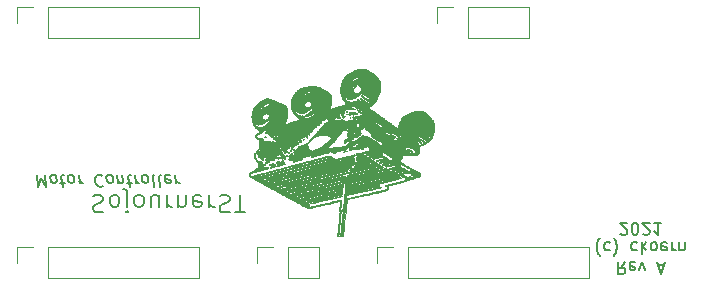
<source format=gbr>
%TF.GenerationSoftware,KiCad,Pcbnew,(5.1.9)-1*%
%TF.CreationDate,2021-05-16T17:52:49+02:00*%
%TF.ProjectId,SojournerST,536f6a6f-7572-46e6-9572-53542e6b6963,rev?*%
%TF.SameCoordinates,Original*%
%TF.FileFunction,Legend,Bot*%
%TF.FilePolarity,Positive*%
%FSLAX46Y46*%
G04 Gerber Fmt 4.6, Leading zero omitted, Abs format (unit mm)*
G04 Created by KiCad (PCBNEW (5.1.9)-1) date 2021-05-16 17:52:49*
%MOMM*%
%LPD*%
G01*
G04 APERTURE LIST*
%ADD10C,0.150000*%
%ADD11C,0.010000*%
%ADD12C,0.120000*%
G04 APERTURE END LIST*
D10*
X149185476Y-82477619D02*
X148852142Y-82953809D01*
X148614047Y-82477619D02*
X148614047Y-83477619D01*
X148995000Y-83477619D01*
X149090238Y-83430000D01*
X149137857Y-83382380D01*
X149185476Y-83287142D01*
X149185476Y-83144285D01*
X149137857Y-83049047D01*
X149090238Y-83001428D01*
X148995000Y-82953809D01*
X148614047Y-82953809D01*
X149995000Y-82525238D02*
X149899761Y-82477619D01*
X149709285Y-82477619D01*
X149614047Y-82525238D01*
X149566428Y-82620476D01*
X149566428Y-83001428D01*
X149614047Y-83096666D01*
X149709285Y-83144285D01*
X149899761Y-83144285D01*
X149995000Y-83096666D01*
X150042619Y-83001428D01*
X150042619Y-82906190D01*
X149566428Y-82810952D01*
X150375952Y-83144285D02*
X150614047Y-82477619D01*
X150852142Y-83144285D01*
X151947380Y-82763333D02*
X152423571Y-82763333D01*
X151852142Y-82477619D02*
X152185476Y-83477619D01*
X152518809Y-82477619D01*
X147066428Y-80446666D02*
X147018809Y-80494285D01*
X146923571Y-80637142D01*
X146875952Y-80732380D01*
X146828333Y-80875238D01*
X146780714Y-81113333D01*
X146780714Y-81303809D01*
X146828333Y-81541904D01*
X146875952Y-81684761D01*
X146923571Y-81780000D01*
X147018809Y-81922857D01*
X147066428Y-81970476D01*
X147875952Y-80875238D02*
X147780714Y-80827619D01*
X147590238Y-80827619D01*
X147495000Y-80875238D01*
X147447380Y-80922857D01*
X147399761Y-81018095D01*
X147399761Y-81303809D01*
X147447380Y-81399047D01*
X147495000Y-81446666D01*
X147590238Y-81494285D01*
X147780714Y-81494285D01*
X147875952Y-81446666D01*
X148209285Y-80446666D02*
X148256904Y-80494285D01*
X148352142Y-80637142D01*
X148399761Y-80732380D01*
X148447380Y-80875238D01*
X148495000Y-81113333D01*
X148495000Y-81303809D01*
X148447380Y-81541904D01*
X148399761Y-81684761D01*
X148352142Y-81780000D01*
X148256904Y-81922857D01*
X148209285Y-81970476D01*
X150161666Y-80875238D02*
X150066428Y-80827619D01*
X149875952Y-80827619D01*
X149780714Y-80875238D01*
X149733095Y-80922857D01*
X149685476Y-81018095D01*
X149685476Y-81303809D01*
X149733095Y-81399047D01*
X149780714Y-81446666D01*
X149875952Y-81494285D01*
X150066428Y-81494285D01*
X150161666Y-81446666D01*
X150590238Y-80827619D02*
X150590238Y-81827619D01*
X150685476Y-81208571D02*
X150971190Y-80827619D01*
X150971190Y-81494285D02*
X150590238Y-81113333D01*
X151542619Y-80827619D02*
X151447380Y-80875238D01*
X151399761Y-80922857D01*
X151352142Y-81018095D01*
X151352142Y-81303809D01*
X151399761Y-81399047D01*
X151447380Y-81446666D01*
X151542619Y-81494285D01*
X151685476Y-81494285D01*
X151780714Y-81446666D01*
X151828333Y-81399047D01*
X151875952Y-81303809D01*
X151875952Y-81018095D01*
X151828333Y-80922857D01*
X151780714Y-80875238D01*
X151685476Y-80827619D01*
X151542619Y-80827619D01*
X152685476Y-80875238D02*
X152590238Y-80827619D01*
X152399761Y-80827619D01*
X152304523Y-80875238D01*
X152256904Y-80970476D01*
X152256904Y-81351428D01*
X152304523Y-81446666D01*
X152399761Y-81494285D01*
X152590238Y-81494285D01*
X152685476Y-81446666D01*
X152733095Y-81351428D01*
X152733095Y-81256190D01*
X152256904Y-81160952D01*
X153161666Y-80827619D02*
X153161666Y-81494285D01*
X153161666Y-81303809D02*
X153209285Y-81399047D01*
X153256904Y-81446666D01*
X153352142Y-81494285D01*
X153447380Y-81494285D01*
X153780714Y-81494285D02*
X153780714Y-80827619D01*
X153780714Y-81399047D02*
X153828333Y-81446666D01*
X153923571Y-81494285D01*
X154066428Y-81494285D01*
X154161666Y-81446666D01*
X154209285Y-81351428D01*
X154209285Y-80827619D01*
X148780714Y-80082380D02*
X148828333Y-80130000D01*
X148923571Y-80177619D01*
X149161666Y-80177619D01*
X149256904Y-80130000D01*
X149304523Y-80082380D01*
X149352142Y-79987142D01*
X149352142Y-79891904D01*
X149304523Y-79749047D01*
X148733095Y-79177619D01*
X149352142Y-79177619D01*
X149971190Y-80177619D02*
X150066428Y-80177619D01*
X150161666Y-80130000D01*
X150209285Y-80082380D01*
X150256904Y-79987142D01*
X150304523Y-79796666D01*
X150304523Y-79558571D01*
X150256904Y-79368095D01*
X150209285Y-79272857D01*
X150161666Y-79225238D01*
X150066428Y-79177619D01*
X149971190Y-79177619D01*
X149875952Y-79225238D01*
X149828333Y-79272857D01*
X149780714Y-79368095D01*
X149733095Y-79558571D01*
X149733095Y-79796666D01*
X149780714Y-79987142D01*
X149828333Y-80082380D01*
X149875952Y-80130000D01*
X149971190Y-80177619D01*
X150685476Y-80082380D02*
X150733095Y-80130000D01*
X150828333Y-80177619D01*
X151066428Y-80177619D01*
X151161666Y-80130000D01*
X151209285Y-80082380D01*
X151256904Y-79987142D01*
X151256904Y-79891904D01*
X151209285Y-79749047D01*
X150637857Y-79177619D01*
X151256904Y-79177619D01*
X152209285Y-79177619D02*
X151637857Y-79177619D01*
X151923571Y-79177619D02*
X151923571Y-80177619D01*
X151828333Y-80034761D01*
X151733095Y-79939523D01*
X151637857Y-79891904D01*
X99381443Y-75112619D02*
X99506443Y-76112619D01*
X99750491Y-75398333D01*
X100173110Y-76112619D01*
X100048110Y-75112619D01*
X100667157Y-75112619D02*
X100577872Y-75160238D01*
X100536205Y-75207857D01*
X100500491Y-75303095D01*
X100536205Y-75588809D01*
X100595729Y-75684047D01*
X100649300Y-75731666D01*
X100750491Y-75779285D01*
X100893348Y-75779285D01*
X100982633Y-75731666D01*
X101024300Y-75684047D01*
X101060014Y-75588809D01*
X101024300Y-75303095D01*
X100964776Y-75207857D01*
X100911205Y-75160238D01*
X100810014Y-75112619D01*
X100667157Y-75112619D01*
X101369538Y-75779285D02*
X101750491Y-75779285D01*
X101554062Y-76112619D02*
X101446919Y-75255476D01*
X101482633Y-75160238D01*
X101571919Y-75112619D01*
X101667157Y-75112619D01*
X102143348Y-75112619D02*
X102054062Y-75160238D01*
X102012395Y-75207857D01*
X101976681Y-75303095D01*
X102012395Y-75588809D01*
X102071919Y-75684047D01*
X102125491Y-75731666D01*
X102226681Y-75779285D01*
X102369538Y-75779285D01*
X102458824Y-75731666D01*
X102500491Y-75684047D01*
X102536205Y-75588809D01*
X102500491Y-75303095D01*
X102440967Y-75207857D01*
X102387395Y-75160238D01*
X102286205Y-75112619D01*
X102143348Y-75112619D01*
X102905252Y-75112619D02*
X102988586Y-75779285D01*
X102964776Y-75588809D02*
X103024300Y-75684047D01*
X103077872Y-75731666D01*
X103179062Y-75779285D01*
X103274300Y-75779285D01*
X104869538Y-75207857D02*
X104815967Y-75160238D01*
X104667157Y-75112619D01*
X104571919Y-75112619D01*
X104435014Y-75160238D01*
X104351681Y-75255476D01*
X104315967Y-75350714D01*
X104292157Y-75541190D01*
X104310014Y-75684047D01*
X104381443Y-75874523D01*
X104440967Y-75969761D01*
X104548110Y-76065000D01*
X104696919Y-76112619D01*
X104792157Y-76112619D01*
X104929062Y-76065000D01*
X104970729Y-76017380D01*
X105429062Y-75112619D02*
X105339776Y-75160238D01*
X105298110Y-75207857D01*
X105262395Y-75303095D01*
X105298110Y-75588809D01*
X105357633Y-75684047D01*
X105411205Y-75731666D01*
X105512395Y-75779285D01*
X105655252Y-75779285D01*
X105744538Y-75731666D01*
X105786205Y-75684047D01*
X105821919Y-75588809D01*
X105786205Y-75303095D01*
X105726681Y-75207857D01*
X105673110Y-75160238D01*
X105571919Y-75112619D01*
X105429062Y-75112619D01*
X106274300Y-75779285D02*
X106190967Y-75112619D01*
X106262395Y-75684047D02*
X106315967Y-75731666D01*
X106417157Y-75779285D01*
X106560014Y-75779285D01*
X106649300Y-75731666D01*
X106685014Y-75636428D01*
X106619538Y-75112619D01*
X107036205Y-75779285D02*
X107417157Y-75779285D01*
X107220729Y-76112619D02*
X107113586Y-75255476D01*
X107149300Y-75160238D01*
X107238586Y-75112619D01*
X107333824Y-75112619D01*
X107667157Y-75112619D02*
X107750491Y-75779285D01*
X107726681Y-75588809D02*
X107786205Y-75684047D01*
X107839776Y-75731666D01*
X107940967Y-75779285D01*
X108036205Y-75779285D01*
X108429062Y-75112619D02*
X108339776Y-75160238D01*
X108298110Y-75207857D01*
X108262395Y-75303095D01*
X108298110Y-75588809D01*
X108357633Y-75684047D01*
X108411205Y-75731666D01*
X108512395Y-75779285D01*
X108655252Y-75779285D01*
X108744538Y-75731666D01*
X108786205Y-75684047D01*
X108821919Y-75588809D01*
X108786205Y-75303095D01*
X108726681Y-75207857D01*
X108673110Y-75160238D01*
X108571919Y-75112619D01*
X108429062Y-75112619D01*
X109333824Y-75112619D02*
X109244538Y-75160238D01*
X109208824Y-75255476D01*
X109315967Y-76112619D01*
X109857633Y-75112619D02*
X109768348Y-75160238D01*
X109732633Y-75255476D01*
X109839776Y-76112619D01*
X110625491Y-75160238D02*
X110524300Y-75112619D01*
X110333824Y-75112619D01*
X110244538Y-75160238D01*
X110208824Y-75255476D01*
X110256443Y-75636428D01*
X110315967Y-75731666D01*
X110417157Y-75779285D01*
X110607633Y-75779285D01*
X110696919Y-75731666D01*
X110732633Y-75636428D01*
X110720729Y-75541190D01*
X110232633Y-75445952D01*
X111095729Y-75112619D02*
X111179062Y-75779285D01*
X111155252Y-75588809D02*
X111214776Y-75684047D01*
X111268348Y-75731666D01*
X111369538Y-75779285D01*
X111464776Y-75779285D01*
X104132857Y-76862857D02*
X104347142Y-76791428D01*
X104704285Y-76791428D01*
X104847142Y-76862857D01*
X104918571Y-76934285D01*
X104990000Y-77077142D01*
X104990000Y-77220000D01*
X104918571Y-77362857D01*
X104847142Y-77434285D01*
X104704285Y-77505714D01*
X104418571Y-77577142D01*
X104275714Y-77648571D01*
X104204285Y-77720000D01*
X104132857Y-77862857D01*
X104132857Y-78005714D01*
X104204285Y-78148571D01*
X104275714Y-78220000D01*
X104418571Y-78291428D01*
X104775714Y-78291428D01*
X104990000Y-78220000D01*
X105847142Y-76791428D02*
X105704285Y-76862857D01*
X105632857Y-76934285D01*
X105561428Y-77077142D01*
X105561428Y-77505714D01*
X105632857Y-77648571D01*
X105704285Y-77720000D01*
X105847142Y-77791428D01*
X106061428Y-77791428D01*
X106204285Y-77720000D01*
X106275714Y-77648571D01*
X106347142Y-77505714D01*
X106347142Y-77077142D01*
X106275714Y-76934285D01*
X106204285Y-76862857D01*
X106061428Y-76791428D01*
X105847142Y-76791428D01*
X106990000Y-77791428D02*
X106990000Y-76505714D01*
X106918571Y-76362857D01*
X106775714Y-76291428D01*
X106704285Y-76291428D01*
X106990000Y-78291428D02*
X106918571Y-78220000D01*
X106990000Y-78148571D01*
X107061428Y-78220000D01*
X106990000Y-78291428D01*
X106990000Y-78148571D01*
X107918571Y-76791428D02*
X107775714Y-76862857D01*
X107704285Y-76934285D01*
X107632857Y-77077142D01*
X107632857Y-77505714D01*
X107704285Y-77648571D01*
X107775714Y-77720000D01*
X107918571Y-77791428D01*
X108132857Y-77791428D01*
X108275714Y-77720000D01*
X108347142Y-77648571D01*
X108418571Y-77505714D01*
X108418571Y-77077142D01*
X108347142Y-76934285D01*
X108275714Y-76862857D01*
X108132857Y-76791428D01*
X107918571Y-76791428D01*
X109704285Y-77791428D02*
X109704285Y-76791428D01*
X109061428Y-77791428D02*
X109061428Y-77005714D01*
X109132857Y-76862857D01*
X109275714Y-76791428D01*
X109490000Y-76791428D01*
X109632857Y-76862857D01*
X109704285Y-76934285D01*
X110418571Y-76791428D02*
X110418571Y-77791428D01*
X110418571Y-77505714D02*
X110490000Y-77648571D01*
X110561428Y-77720000D01*
X110704285Y-77791428D01*
X110847142Y-77791428D01*
X111347142Y-77791428D02*
X111347142Y-76791428D01*
X111347142Y-77648571D02*
X111418571Y-77720000D01*
X111561428Y-77791428D01*
X111775714Y-77791428D01*
X111918571Y-77720000D01*
X111990000Y-77577142D01*
X111990000Y-76791428D01*
X113275714Y-76862857D02*
X113132857Y-76791428D01*
X112847142Y-76791428D01*
X112704285Y-76862857D01*
X112632857Y-77005714D01*
X112632857Y-77577142D01*
X112704285Y-77720000D01*
X112847142Y-77791428D01*
X113132857Y-77791428D01*
X113275714Y-77720000D01*
X113347142Y-77577142D01*
X113347142Y-77434285D01*
X112632857Y-77291428D01*
X113990000Y-76791428D02*
X113990000Y-77791428D01*
X113990000Y-77505714D02*
X114061428Y-77648571D01*
X114132857Y-77720000D01*
X114275714Y-77791428D01*
X114418571Y-77791428D01*
X114847142Y-76862857D02*
X115061428Y-76791428D01*
X115418571Y-76791428D01*
X115561428Y-76862857D01*
X115632857Y-76934285D01*
X115704285Y-77077142D01*
X115704285Y-77220000D01*
X115632857Y-77362857D01*
X115561428Y-77434285D01*
X115418571Y-77505714D01*
X115132857Y-77577142D01*
X114990000Y-77648571D01*
X114918571Y-77720000D01*
X114847142Y-77862857D01*
X114847142Y-78005714D01*
X114918571Y-78148571D01*
X114990000Y-78220000D01*
X115132857Y-78291428D01*
X115490000Y-78291428D01*
X115704285Y-78220000D01*
X116132857Y-78291428D02*
X116990000Y-78291428D01*
X116561428Y-76791428D02*
X116561428Y-78291428D01*
D11*
%TO.C,G\u002A\u002A\u002A*%
G36*
X124982842Y-80325415D02*
G01*
X125054015Y-80320823D01*
X125122843Y-80317355D01*
X125163730Y-80316016D01*
X125185233Y-80316477D01*
X125204138Y-80317342D01*
X125220807Y-80316618D01*
X125235598Y-80312313D01*
X125248871Y-80302434D01*
X125260986Y-80284990D01*
X125272301Y-80257987D01*
X125283177Y-80219434D01*
X125293973Y-80167337D01*
X125305048Y-80099704D01*
X125316762Y-80014543D01*
X125329475Y-79909861D01*
X125343546Y-79783666D01*
X125359334Y-79633966D01*
X125377199Y-79458767D01*
X125397501Y-79256077D01*
X125420599Y-79023905D01*
X125446852Y-78760257D01*
X125449842Y-78730310D01*
X125603435Y-77192463D01*
X126509151Y-76985494D01*
X126712584Y-76939033D01*
X126933285Y-76888674D01*
X127163829Y-76836109D01*
X127396789Y-76783031D01*
X127624737Y-76731130D01*
X127840247Y-76682098D01*
X128035893Y-76637627D01*
X128168400Y-76607541D01*
X128325833Y-76571596D01*
X128475294Y-76537045D01*
X128613075Y-76504776D01*
X128735467Y-76475678D01*
X128838762Y-76450637D01*
X128919251Y-76430541D01*
X128973225Y-76416278D01*
X128994261Y-76409874D01*
X129055410Y-76377718D01*
X129093770Y-76331818D01*
X129111935Y-76266783D01*
X129112501Y-76177221D01*
X129111628Y-76165975D01*
X129108534Y-76105753D01*
X129109644Y-76058088D01*
X129114312Y-76034477D01*
X129135477Y-76021602D01*
X129181027Y-76004684D01*
X129242245Y-75986833D01*
X129261225Y-75982038D01*
X129320436Y-75967330D01*
X129404665Y-75946054D01*
X129506162Y-75920188D01*
X129617172Y-75891707D01*
X129729945Y-75862588D01*
X129734733Y-75861347D01*
X129855732Y-75830085D01*
X129983160Y-75797338D01*
X130106925Y-75765688D01*
X130216933Y-75737716D01*
X130294632Y-75718122D01*
X130401185Y-75690645D01*
X130479411Y-75668289D01*
X130534125Y-75649201D01*
X130570138Y-75631527D01*
X130592267Y-75613416D01*
X130601842Y-75599903D01*
X130620999Y-75589249D01*
X130668992Y-75570577D01*
X130742079Y-75545131D01*
X130836519Y-75514155D01*
X130948573Y-75478891D01*
X131074498Y-75440583D01*
X131137947Y-75421722D01*
X131267193Y-75383276D01*
X131387661Y-75346855D01*
X131495050Y-75313806D01*
X131585064Y-75285471D01*
X131653403Y-75263197D01*
X131695771Y-75248328D01*
X131706150Y-75243948D01*
X131746968Y-75211407D01*
X131771903Y-75176007D01*
X131787637Y-75115185D01*
X131791106Y-75040502D01*
X131782311Y-74969663D01*
X131771903Y-74937994D01*
X131736167Y-74892891D01*
X131682437Y-74858556D01*
X131627874Y-74845208D01*
X131600248Y-74837059D01*
X131552023Y-74815358D01*
X131491602Y-74784042D01*
X131461934Y-74767440D01*
X131300632Y-74675886D01*
X131166938Y-74601983D01*
X131059867Y-74545229D01*
X130978438Y-74505119D01*
X130921668Y-74481150D01*
X130888576Y-74472816D01*
X130887624Y-74472800D01*
X130844679Y-74461439D01*
X130800439Y-74433740D01*
X130796561Y-74430280D01*
X130756568Y-74398599D01*
X130720300Y-74378180D01*
X130717429Y-74377174D01*
X130688175Y-74363221D01*
X130639964Y-74335530D01*
X130581864Y-74299382D01*
X130565054Y-74288461D01*
X130502565Y-74247396D01*
X130460261Y-74219196D01*
X130430009Y-74198147D01*
X130403680Y-74178536D01*
X130373142Y-74154648D01*
X130361267Y-74145257D01*
X130323047Y-74119152D01*
X130264832Y-74084117D01*
X130196960Y-74046277D01*
X130170562Y-74032318D01*
X130030657Y-73959566D01*
X130090129Y-73900094D01*
X130124506Y-73863384D01*
X130145984Y-73835961D01*
X130149600Y-73828032D01*
X130159412Y-73809355D01*
X130185144Y-73772459D01*
X130221238Y-73725308D01*
X130221466Y-73725021D01*
X130263603Y-73667196D01*
X130287489Y-73618442D01*
X130299387Y-73564465D01*
X130301899Y-73541467D01*
X130310467Y-73448334D01*
X130437467Y-73433695D01*
X130488553Y-73429709D01*
X130567550Y-73425963D01*
X130668502Y-73422625D01*
X130785454Y-73419863D01*
X130912450Y-73417845D01*
X131038600Y-73416762D01*
X131178052Y-73415987D01*
X131287820Y-73414963D01*
X131372090Y-73413381D01*
X131435043Y-73410929D01*
X131480865Y-73407298D01*
X131513738Y-73402179D01*
X131537847Y-73395262D01*
X131557374Y-73386236D01*
X131572645Y-73377204D01*
X131620156Y-73337375D01*
X131662515Y-73285563D01*
X131670012Y-73273298D01*
X131684015Y-73245905D01*
X131694033Y-73217369D01*
X131700724Y-73181601D01*
X131704748Y-73132509D01*
X131706764Y-73064004D01*
X131707430Y-72969996D01*
X131707467Y-72927181D01*
X131707467Y-72647706D01*
X131762500Y-72639366D01*
X131814414Y-72627937D01*
X131881208Y-72608245D01*
X131955610Y-72583066D01*
X132030349Y-72555178D01*
X132098153Y-72527356D01*
X132151751Y-72502378D01*
X132183871Y-72483020D01*
X132189620Y-72476267D01*
X132208280Y-72453925D01*
X132247738Y-72423815D01*
X132287292Y-72399483D01*
X132446406Y-72303929D01*
X132575251Y-72211491D01*
X132676923Y-72119503D01*
X132754521Y-72025296D01*
X132791399Y-71965528D01*
X132835443Y-71881171D01*
X132869676Y-71805192D01*
X132896889Y-71728840D01*
X132919872Y-71643361D01*
X132941414Y-71540005D01*
X132959606Y-71437861D01*
X132981037Y-71282505D01*
X132993109Y-71127681D01*
X132996142Y-70978212D01*
X132990456Y-70838922D01*
X132976368Y-70714634D01*
X132954198Y-70610170D01*
X132924265Y-70530354D01*
X132896884Y-70489538D01*
X132832518Y-70423034D01*
X132776795Y-70371455D01*
X132734715Y-70339250D01*
X132719234Y-70331419D01*
X132695195Y-70307843D01*
X132689600Y-70280659D01*
X132676989Y-70237636D01*
X132657206Y-70212595D01*
X132615953Y-70175832D01*
X132559416Y-70122125D01*
X132495473Y-70059239D01*
X132432001Y-69994936D01*
X132376881Y-69936980D01*
X132370523Y-69930081D01*
X132284782Y-69853811D01*
X132180129Y-69786812D01*
X132069779Y-69736687D01*
X131998733Y-69716224D01*
X131929213Y-69706748D01*
X131835202Y-69700776D01*
X131725887Y-69698233D01*
X131610456Y-69699046D01*
X131498093Y-69703144D01*
X131397988Y-69710451D01*
X131319325Y-69720896D01*
X131315256Y-69721665D01*
X131185976Y-69754805D01*
X131054303Y-69802746D01*
X130933949Y-69860031D01*
X130868767Y-69899365D01*
X130805413Y-69937755D01*
X130736536Y-69973141D01*
X130705792Y-69986495D01*
X130617197Y-70024289D01*
X130531410Y-70065976D01*
X130455662Y-70107584D01*
X130397184Y-70145145D01*
X130363340Y-70174523D01*
X130331951Y-70211232D01*
X130290401Y-70257043D01*
X130273726Y-70274779D01*
X130237445Y-70322345D01*
X130230801Y-70333600D01*
X132604934Y-70333600D01*
X132610514Y-70309134D01*
X132625176Y-70316468D01*
X132629610Y-70322964D01*
X132627487Y-70344712D01*
X132622143Y-70349363D01*
X132607417Y-70345684D01*
X132604934Y-70333600D01*
X130230801Y-70333600D01*
X130198985Y-70387496D01*
X130168224Y-70452579D01*
X130137918Y-70521090D01*
X130105027Y-70586402D01*
X130077796Y-70632595D01*
X130047443Y-70688109D01*
X130042017Y-70702876D01*
X130115733Y-70702876D01*
X130124082Y-70678047D01*
X130140812Y-70668376D01*
X130147060Y-70671549D01*
X130144723Y-70688946D01*
X130135771Y-70700336D01*
X130118723Y-70709882D01*
X130115733Y-70702876D01*
X130042017Y-70702876D01*
X130025958Y-70746574D01*
X130023200Y-70758694D01*
X130006196Y-70813282D01*
X129980910Y-70860471D01*
X129978874Y-70863150D01*
X129961863Y-70891873D01*
X129951833Y-70930439D01*
X129947229Y-70987608D01*
X129946673Y-71026867D01*
X130014133Y-71026867D01*
X130024410Y-70993943D01*
X130048187Y-70983295D01*
X130068736Y-70993981D01*
X130072777Y-71016109D01*
X130069584Y-71036314D01*
X130052132Y-71064980D01*
X130030177Y-71065906D01*
X130015427Y-71041087D01*
X130014133Y-71026867D01*
X129946673Y-71026867D01*
X129946400Y-71046084D01*
X129944676Y-71110556D01*
X129940080Y-71159669D01*
X129933476Y-71185589D01*
X129930766Y-71187734D01*
X129908399Y-71177836D01*
X129873655Y-71153500D01*
X129867266Y-71148354D01*
X129825854Y-71116082D01*
X129771346Y-71075853D01*
X129736381Y-71050987D01*
X129684359Y-71014460D01*
X129616436Y-70966509D01*
X129544280Y-70915378D01*
X129516248Y-70895455D01*
X129449737Y-70848266D01*
X129386572Y-70803672D01*
X129336503Y-70768546D01*
X129319867Y-70756987D01*
X129273968Y-70724637D01*
X129215185Y-70682343D01*
X129167467Y-70647498D01*
X129109564Y-70605493D01*
X129036730Y-70553529D01*
X128961935Y-70500842D01*
X128938867Y-70484754D01*
X128866302Y-70433906D01*
X128791384Y-70380756D01*
X128727080Y-70334522D01*
X128710267Y-70322257D01*
X128651546Y-70279630D01*
X128594017Y-70238594D01*
X128557867Y-70213370D01*
X128509980Y-70180108D01*
X128450851Y-70138396D01*
X128413933Y-70112058D01*
X128356178Y-70070864D01*
X128299103Y-70030536D01*
X128270000Y-70010190D01*
X128223980Y-69977754D01*
X128165051Y-69935559D01*
X128117600Y-69901194D01*
X128059762Y-69859517D01*
X127987008Y-69807758D01*
X127912273Y-69755102D01*
X127889000Y-69738830D01*
X127819501Y-69689854D01*
X127750590Y-69640457D01*
X127693701Y-69598864D01*
X127677333Y-69586602D01*
X127620465Y-69545356D01*
X127562208Y-69505896D01*
X127537764Y-69490467D01*
X127489124Y-69448634D01*
X127473387Y-69400739D01*
X127489791Y-69344398D01*
X127490580Y-69342910D01*
X127512704Y-69322001D01*
X127557638Y-69292573D01*
X127617205Y-69259773D01*
X127642980Y-69247013D01*
X127703404Y-69216485D01*
X127750029Y-69189951D01*
X127775908Y-69171503D01*
X127778933Y-69166924D01*
X127790155Y-69148129D01*
X127819420Y-69113884D01*
X127855946Y-69076078D01*
X127910547Y-69017217D01*
X127965950Y-68949726D01*
X127993009Y-68912857D01*
X128026294Y-68865793D01*
X128052678Y-68830881D01*
X128064976Y-68817080D01*
X128085595Y-68792295D01*
X128112405Y-68747921D01*
X128139247Y-68695902D01*
X128159965Y-68648185D01*
X128168399Y-68616713D01*
X128168400Y-68616465D01*
X128176348Y-68582553D01*
X128197974Y-68526561D01*
X128229953Y-68455697D01*
X128268959Y-68377168D01*
X128311667Y-68298184D01*
X128329483Y-68267328D01*
X128360710Y-68202110D01*
X128384363Y-68130767D01*
X128391094Y-68097995D01*
X128403208Y-68028190D01*
X128418997Y-67956610D01*
X128424246Y-67936534D01*
X128433137Y-67884768D01*
X128439646Y-67807529D01*
X128443712Y-67713132D01*
X128445275Y-67609893D01*
X128444273Y-67506124D01*
X128440645Y-67410142D01*
X128434329Y-67330261D01*
X128428996Y-67292243D01*
X128400994Y-67200995D01*
X128346515Y-67090009D01*
X128265988Y-66960109D01*
X128220963Y-66895134D01*
X128112459Y-66764298D01*
X127972731Y-66631351D01*
X127804173Y-66498252D01*
X127609182Y-66366958D01*
X127480328Y-66289767D01*
X127381746Y-66234551D01*
X127301462Y-66194483D01*
X127230102Y-66166992D01*
X127158297Y-66149510D01*
X127076675Y-66139468D01*
X126975863Y-66134295D01*
X126906867Y-66132555D01*
X126814159Y-66131238D01*
X126730627Y-66131151D01*
X126663493Y-66132219D01*
X126619978Y-66134369D01*
X126610534Y-66135568D01*
X126544842Y-66153707D01*
X126459317Y-66184938D01*
X126363358Y-66225251D01*
X126266361Y-66270635D01*
X126177724Y-66317078D01*
X126155975Y-66329556D01*
X126094942Y-66365037D01*
X126085844Y-66370200D01*
X126475067Y-66370200D01*
X126483534Y-66361734D01*
X126492000Y-66370200D01*
X126483534Y-66378667D01*
X126475067Y-66370200D01*
X126085844Y-66370200D01*
X126045758Y-66392946D01*
X126015068Y-66409550D01*
X126008291Y-66412534D01*
X125990806Y-66419065D01*
X125951495Y-66436107D01*
X125910085Y-66454867D01*
X126356534Y-66454867D01*
X126365000Y-66446400D01*
X126373467Y-66454867D01*
X126365000Y-66463334D01*
X126356534Y-66454867D01*
X125910085Y-66454867D01*
X125904050Y-66457601D01*
X125851714Y-66481211D01*
X125812299Y-66498074D01*
X125795599Y-66504167D01*
X125770615Y-66516349D01*
X125762906Y-66521505D01*
X126290527Y-66521505D01*
X126294185Y-66507230D01*
X126316325Y-66490700D01*
X126343619Y-66481282D01*
X126348067Y-66481065D01*
X126349808Y-66489468D01*
X126332370Y-66506031D01*
X126304147Y-66521609D01*
X126290527Y-66521505D01*
X125762906Y-66521505D01*
X125726890Y-66545592D01*
X125689103Y-66573400D01*
X125780800Y-66573400D01*
X125789267Y-66564934D01*
X125797734Y-66573400D01*
X126136400Y-66573400D01*
X126145793Y-66551490D01*
X126163022Y-66550869D01*
X126171604Y-66569167D01*
X126175007Y-66581646D01*
X126181481Y-66569167D01*
X126203396Y-66551779D01*
X126224551Y-66548000D01*
X126248042Y-66551892D01*
X126241973Y-66568458D01*
X126238000Y-66573400D01*
X126205163Y-66593652D01*
X126176660Y-66598800D01*
X126144170Y-66589587D01*
X126136400Y-66573400D01*
X125797734Y-66573400D01*
X125789267Y-66581867D01*
X125780800Y-66573400D01*
X125689103Y-66573400D01*
X125671140Y-66586619D01*
X125655494Y-66598800D01*
X125730000Y-66598800D01*
X125736196Y-66584862D01*
X125741289Y-66587512D01*
X125741573Y-66590334D01*
X125882400Y-66590334D01*
X125890867Y-66581867D01*
X125899334Y-66590334D01*
X125890867Y-66598800D01*
X125882400Y-66590334D01*
X125741573Y-66590334D01*
X125743281Y-66607267D01*
X125763867Y-66607267D01*
X125772334Y-66598800D01*
X125780800Y-66607267D01*
X125831600Y-66607267D01*
X125840067Y-66598800D01*
X125848534Y-66607267D01*
X125840067Y-66615734D01*
X125831600Y-66607267D01*
X125780800Y-66607267D01*
X125772334Y-66615734D01*
X125763867Y-66607267D01*
X125743281Y-66607267D01*
X125743316Y-66607608D01*
X125741289Y-66610089D01*
X125731222Y-66607765D01*
X125730000Y-66598800D01*
X125655494Y-66598800D01*
X125610081Y-66634155D01*
X125550428Y-66682924D01*
X125498897Y-66727650D01*
X125462203Y-66763055D01*
X125459957Y-66765624D01*
X125869009Y-66765624D01*
X125893274Y-66721859D01*
X125908443Y-66702725D01*
X125947923Y-66669035D01*
X125994113Y-66647834D01*
X126038276Y-66640512D01*
X126071675Y-66648459D01*
X126085573Y-66673066D01*
X126085600Y-66674535D01*
X126071877Y-66699594D01*
X126037328Y-66731842D01*
X125991885Y-66764290D01*
X125945478Y-66789949D01*
X125908038Y-66801832D01*
X125904464Y-66802000D01*
X125872724Y-66792717D01*
X125869009Y-66765624D01*
X125459957Y-66765624D01*
X125453681Y-66772799D01*
X125409196Y-66826211D01*
X125362396Y-66879178D01*
X125348305Y-66894314D01*
X125305987Y-66956183D01*
X125264809Y-67051668D01*
X125248975Y-67098334D01*
X126034800Y-67098334D01*
X126043267Y-67089867D01*
X126051734Y-67098334D01*
X126043267Y-67106800D01*
X126034800Y-67098334D01*
X125248975Y-67098334D01*
X125248547Y-67099594D01*
X125221156Y-67184968D01*
X125191896Y-67275522D01*
X125166892Y-67352334D01*
X125916267Y-67352334D01*
X125924734Y-67343867D01*
X125933200Y-67352334D01*
X125924734Y-67360800D01*
X125916267Y-67352334D01*
X125166892Y-67352334D01*
X125166198Y-67354465D01*
X125161344Y-67369267D01*
X125138730Y-67446028D01*
X125901109Y-67446028D01*
X125909037Y-67420369D01*
X125923020Y-67392002D01*
X125937053Y-67353613D01*
X125928588Y-67328964D01*
X125927149Y-67327448D01*
X125918897Y-67307499D01*
X125937790Y-67290972D01*
X125957994Y-67270888D01*
X125958083Y-67258363D01*
X125961879Y-67236765D01*
X125983924Y-67204498D01*
X125988142Y-67199798D01*
X126017278Y-67164786D01*
X126044888Y-67125967D01*
X126066403Y-67090872D01*
X126077251Y-67067026D01*
X126072862Y-67061957D01*
X126071298Y-67062841D01*
X126058778Y-67063070D01*
X126061178Y-67051091D01*
X126080592Y-67028994D01*
X126118971Y-67000839D01*
X126138392Y-66989182D01*
X126181551Y-66960968D01*
X126210667Y-66934627D01*
X126215993Y-66926265D01*
X126236270Y-66909339D01*
X126248652Y-66910563D01*
X126269124Y-66910570D01*
X126271867Y-66904661D01*
X126287091Y-66889126D01*
X126326323Y-66872642D01*
X126379899Y-66857903D01*
X126438157Y-66847603D01*
X126488141Y-66844369D01*
X126535964Y-66841128D01*
X126553777Y-66830266D01*
X126553255Y-66826476D01*
X126559667Y-66809780D01*
X126569815Y-66807645D01*
X126582522Y-66810467D01*
X126678267Y-66810467D01*
X126686733Y-66802000D01*
X126695200Y-66810467D01*
X126686733Y-66818934D01*
X126678267Y-66810467D01*
X126582522Y-66810467D01*
X126587134Y-66811491D01*
X126586545Y-66814700D01*
X126591699Y-66830206D01*
X126611561Y-66853828D01*
X126649088Y-66876423D01*
X126682465Y-66865551D01*
X126711081Y-66821425D01*
X126712299Y-66818533D01*
X126734556Y-66782926D01*
X126766968Y-66772778D01*
X126777350Y-66773184D01*
X126823453Y-66786980D01*
X126833113Y-66793534D01*
X126847600Y-66793534D01*
X126856067Y-66785067D01*
X126864533Y-66793534D01*
X126856067Y-66802000D01*
X126847600Y-66793534D01*
X126833113Y-66793534D01*
X126851833Y-66806234D01*
X126868719Y-66829412D01*
X126860300Y-66836126D01*
X126851550Y-66841902D01*
X126864533Y-66852447D01*
X126881013Y-66868026D01*
X126871383Y-66886777D01*
X126863600Y-66894850D01*
X126834191Y-66910079D01*
X126786950Y-66921721D01*
X126733605Y-66928475D01*
X126685882Y-66929039D01*
X126655511Y-66922113D01*
X126651534Y-66918377D01*
X126633176Y-66916793D01*
X126600367Y-66932838D01*
X126594031Y-66937161D01*
X126554063Y-66960563D01*
X126521771Y-66971265D01*
X126520019Y-66971334D01*
X126491251Y-66979908D01*
X126484693Y-66986391D01*
X126462823Y-67001190D01*
X126428660Y-67013111D01*
X126381449Y-67032284D01*
X126350522Y-67053086D01*
X126315271Y-67075607D01*
X126291256Y-67082233D01*
X126217665Y-67099345D01*
X126151917Y-67141115D01*
X126141442Y-67151487D01*
X126120778Y-67178298D01*
X126119330Y-67191250D01*
X126120871Y-67191467D01*
X126128069Y-67203434D01*
X126119467Y-67225334D01*
X126087191Y-67253153D01*
X126046904Y-67259460D01*
X126013020Y-67262598D01*
X126011863Y-67271738D01*
X126015441Y-67274276D01*
X126028481Y-67290857D01*
X126019398Y-67300587D01*
X126007825Y-67320842D01*
X126010123Y-67328104D01*
X126007627Y-67342850D01*
X126001933Y-67343867D01*
X125987795Y-67354268D01*
X125988233Y-67358761D01*
X125979789Y-67378888D01*
X125953543Y-67409809D01*
X125945900Y-67417219D01*
X125913193Y-67444753D01*
X125901109Y-67446028D01*
X125138730Y-67446028D01*
X125138265Y-67447603D01*
X125130447Y-67479334D01*
X125857000Y-67479334D01*
X125857774Y-67463705D01*
X125863468Y-67462400D01*
X125887406Y-67474758D01*
X125890867Y-67479334D01*
X125890093Y-67494963D01*
X125884399Y-67496267D01*
X125860461Y-67483910D01*
X125857000Y-67479334D01*
X125130447Y-67479334D01*
X125117555Y-67531654D01*
X125105638Y-67592213D01*
X125092125Y-67657693D01*
X125079507Y-67701154D01*
X126043597Y-67701154D01*
X126048118Y-67664327D01*
X126080277Y-67620932D01*
X126115234Y-67593162D01*
X126156450Y-67561331D01*
X126182489Y-67533241D01*
X126187200Y-67521959D01*
X126201167Y-67496364D01*
X126241142Y-67489488D01*
X126266994Y-67492810D01*
X126300054Y-67506287D01*
X126300130Y-67526075D01*
X126273394Y-67546250D01*
X126249217Y-67574232D01*
X126249519Y-67595923D01*
X126259173Y-67617133D01*
X126277740Y-67622595D01*
X126312330Y-67611876D01*
X126360767Y-67589164D01*
X126401793Y-67565183D01*
X126419957Y-67539027D01*
X126424253Y-67497021D01*
X126424267Y-67492599D01*
X126431115Y-67440747D01*
X126449570Y-67417761D01*
X126465949Y-67399775D01*
X126463884Y-67388659D01*
X126468072Y-67386953D01*
X126491072Y-67404405D01*
X126508934Y-67420067D01*
X126538883Y-67445096D01*
X126552588Y-67452117D01*
X126551269Y-67447084D01*
X126546457Y-67431533D01*
X126558272Y-67436097D01*
X126572203Y-67460173D01*
X126570632Y-67470636D01*
X126573704Y-67501614D01*
X126594390Y-67536666D01*
X126622346Y-67560748D01*
X126634820Y-67564000D01*
X126663439Y-67575914D01*
X126678906Y-67590171D01*
X126706106Y-67608146D01*
X126722075Y-67608111D01*
X126749728Y-67612191D01*
X126770736Y-67636983D01*
X126775079Y-67669498D01*
X126773489Y-67674731D01*
X126772189Y-67692390D01*
X126780061Y-67690881D01*
X126794396Y-67694832D01*
X126796800Y-67706934D01*
X126798651Y-67740910D01*
X126808427Y-67767410D01*
X126832465Y-67803592D01*
X126832528Y-67803681D01*
X126856826Y-67842287D01*
X126860422Y-67870451D01*
X126841403Y-67899990D01*
X126812222Y-67929132D01*
X126772234Y-67972800D01*
X126740202Y-68017203D01*
X126735841Y-68024943D01*
X126674888Y-68106487D01*
X126590604Y-68164600D01*
X126485515Y-68197725D01*
X126447415Y-68202840D01*
X126396495Y-68206127D01*
X126360842Y-68200933D01*
X126327579Y-68182568D01*
X126283828Y-68146338D01*
X126277790Y-68141032D01*
X126206091Y-68070215D01*
X126157250Y-68000778D01*
X126123092Y-67920537D01*
X126117129Y-67901542D01*
X126105159Y-67856218D01*
X126107554Y-67828218D01*
X126128807Y-67802720D01*
X126153491Y-67781612D01*
X126195669Y-67751822D01*
X126232295Y-67734841D01*
X126241594Y-67733334D01*
X126265939Y-67721120D01*
X126271867Y-67691000D01*
X126264116Y-67657781D01*
X126246806Y-67649492D01*
X126228854Y-67669872D01*
X126227785Y-67672517D01*
X126206595Y-67695680D01*
X126170658Y-67716239D01*
X126107388Y-67732708D01*
X126064194Y-67725813D01*
X126043597Y-67701154D01*
X125079507Y-67701154D01*
X125074812Y-67717323D01*
X125062303Y-67748005D01*
X125048163Y-67780861D01*
X125039958Y-67817352D01*
X125037771Y-67863447D01*
X125041688Y-67925118D01*
X125051790Y-68008333D01*
X125067450Y-68114439D01*
X125097186Y-68262199D01*
X125129292Y-68374033D01*
X125306667Y-68374033D01*
X125309316Y-68341464D01*
X125321655Y-68336537D01*
X125337885Y-68345209D01*
X125365042Y-68371009D01*
X125397919Y-68413917D01*
X125412444Y-68436460D01*
X125457514Y-68492882D01*
X125522377Y-68551899D01*
X125597027Y-68606264D01*
X125671454Y-68648727D01*
X125735652Y-68672041D01*
X125738467Y-68672583D01*
X125871214Y-68682328D01*
X126014578Y-68667945D01*
X126158025Y-68631759D01*
X126291022Y-68576094D01*
X126359623Y-68535528D01*
X126419861Y-68496701D01*
X126480308Y-68460495D01*
X126514651Y-68441669D01*
X126567751Y-68406887D01*
X126620388Y-68360925D01*
X126633185Y-68347220D01*
X126668444Y-68307883D01*
X126696100Y-68278753D01*
X126703667Y-68271597D01*
X126726408Y-68252099D01*
X126762890Y-68220651D01*
X126776509Y-68208885D01*
X126823276Y-68175812D01*
X126869960Y-68153735D01*
X126880184Y-68150997D01*
X126922796Y-68132842D01*
X126969036Y-68099676D01*
X126979607Y-68089789D01*
X127020024Y-68059291D01*
X127063504Y-68040846D01*
X127101433Y-68035975D01*
X127125199Y-68046204D01*
X127128761Y-68063403D01*
X127107390Y-68112066D01*
X127091962Y-68127623D01*
X127189534Y-68127623D01*
X127195921Y-68110223D01*
X127224367Y-68102557D01*
X127263969Y-68108442D01*
X127281677Y-68135673D01*
X127277615Y-68163679D01*
X127257085Y-68188154D01*
X127229024Y-68180859D01*
X127209839Y-68160901D01*
X127189534Y-68127623D01*
X127091962Y-68127623D01*
X127065694Y-68154108D01*
X127016078Y-68178176D01*
X127001083Y-68180211D01*
X126964483Y-68183936D01*
X126947984Y-68190351D01*
X126947943Y-68190534D01*
X126945096Y-68206258D01*
X127321733Y-68206258D01*
X127332417Y-68178764D01*
X127361057Y-68174763D01*
X127402535Y-68192956D01*
X127451734Y-68232047D01*
X127461510Y-68241706D01*
X127500470Y-68287559D01*
X127518714Y-68322850D01*
X127518667Y-68334840D01*
X127496639Y-68357272D01*
X127465403Y-68353755D01*
X127436337Y-68326001D01*
X127412072Y-68299436D01*
X127395070Y-68292134D01*
X127362253Y-68277944D01*
X127333840Y-68244667D01*
X127321733Y-68206258D01*
X126945096Y-68206258D01*
X126943952Y-68212574D01*
X126941079Y-68227664D01*
X126947031Y-68250331D01*
X126972008Y-68254647D01*
X127043224Y-68259060D01*
X127093794Y-68278032D01*
X127118977Y-68309103D01*
X127120119Y-68331492D01*
X127128211Y-68338084D01*
X127134007Y-68335370D01*
X127154395Y-68339167D01*
X127165582Y-68352562D01*
X127186043Y-68377167D01*
X127196256Y-68382551D01*
X127208890Y-68399018D01*
X127210413Y-68414059D01*
X127214416Y-68435183D01*
X127220094Y-68436092D01*
X127241188Y-68438368D01*
X127277032Y-68453205D01*
X127278317Y-68453867D01*
X127318196Y-68471323D01*
X127346445Y-68478401D01*
X127372598Y-68489939D01*
X127397572Y-68511868D01*
X127424457Y-68533781D01*
X127441680Y-68536794D01*
X127459968Y-68540381D01*
X127474805Y-68567439D01*
X127482522Y-68607574D01*
X127480337Y-68646348D01*
X127466394Y-68681601D01*
X127609600Y-68681601D01*
X127615796Y-68667662D01*
X127620889Y-68670312D01*
X127622916Y-68690408D01*
X127620889Y-68692889D01*
X127610822Y-68690565D01*
X127609600Y-68681601D01*
X127466394Y-68681601D01*
X127464426Y-68686576D01*
X127435223Y-68700328D01*
X127433917Y-68700408D01*
X127359996Y-68698495D01*
X127312070Y-68682558D01*
X127291533Y-68662952D01*
X127260005Y-68637194D01*
X127235575Y-68630801D01*
X127203884Y-68620582D01*
X127193319Y-68607819D01*
X127172797Y-68588451D01*
X127132312Y-68568110D01*
X127117260Y-68562647D01*
X127064021Y-68536413D01*
X127040199Y-68501320D01*
X127040108Y-68500961D01*
X127022615Y-68470552D01*
X126985079Y-68461486D01*
X126982372Y-68461467D01*
X126940033Y-68451142D01*
X126925130Y-68431792D01*
X126899561Y-68391889D01*
X126861552Y-68374226D01*
X126822112Y-68383664D01*
X126819818Y-68385288D01*
X126798599Y-68409605D01*
X126806038Y-68437714D01*
X126806996Y-68439309D01*
X126838576Y-68467243D01*
X126861229Y-68475240D01*
X126894753Y-68494246D01*
X126907985Y-68515792D01*
X126926310Y-68546762D01*
X126961356Y-68588453D01*
X126989219Y-68616367D01*
X127035718Y-68655494D01*
X127070683Y-68672615D01*
X127103360Y-68672379D01*
X127141362Y-68672762D01*
X127170297Y-68698295D01*
X127175717Y-68706198D01*
X127213977Y-68741440D01*
X127245533Y-68749334D01*
X127289461Y-68764651D01*
X127303650Y-68779481D01*
X127764503Y-68779481D01*
X127768751Y-68770501D01*
X127793762Y-68753992D01*
X127818033Y-68750671D01*
X127838696Y-68754660D01*
X127833861Y-68760584D01*
X127821403Y-68779484D01*
X127824412Y-68788880D01*
X127826084Y-68798336D01*
X127810259Y-68787581D01*
X127782966Y-68775732D01*
X127770427Y-68779114D01*
X127764503Y-68779481D01*
X127303650Y-68779481D01*
X127313768Y-68790055D01*
X127346520Y-68823792D01*
X127377892Y-68840174D01*
X127407690Y-68858189D01*
X127447067Y-68895428D01*
X127480158Y-68934572D01*
X127514835Y-68981510D01*
X127530951Y-69010303D01*
X127531099Y-69029253D01*
X127517877Y-69046659D01*
X127515844Y-69048709D01*
X127492411Y-69067889D01*
X127474589Y-69061677D01*
X127459254Y-69044253D01*
X127424065Y-69014081D01*
X127377735Y-68988410D01*
X127377328Y-68988242D01*
X127334198Y-68966156D01*
X127304205Y-68943309D01*
X127303288Y-68942245D01*
X127271718Y-68923389D01*
X127244056Y-68918667D01*
X127206422Y-68907041D01*
X127188486Y-68888948D01*
X127166679Y-68867827D01*
X127122563Y-68837632D01*
X127064405Y-68803848D01*
X127043957Y-68793060D01*
X126985728Y-68761734D01*
X126941237Y-68735190D01*
X126917475Y-68717707D01*
X126915333Y-68714322D01*
X126901871Y-68699281D01*
X126868441Y-68675560D01*
X126825482Y-68649395D01*
X126783432Y-68627024D01*
X126752727Y-68614682D01*
X126747218Y-68613867D01*
X126731905Y-68627854D01*
X126729067Y-68643960D01*
X126740526Y-68675733D01*
X126768666Y-68715840D01*
X126804133Y-68753699D01*
X126837573Y-68778730D01*
X126852161Y-68783201D01*
X126878939Y-68794687D01*
X126912552Y-68822632D01*
X126915333Y-68825534D01*
X126948767Y-68854445D01*
X126976545Y-68867766D01*
X126978238Y-68867867D01*
X127007615Y-68876860D01*
X127046365Y-68898551D01*
X127047253Y-68899154D01*
X127091955Y-68929056D01*
X127144809Y-68963657D01*
X127156368Y-68971120D01*
X127206832Y-69008727D01*
X127229432Y-69041050D01*
X127228197Y-69074213D01*
X127226769Y-69078200D01*
X127206093Y-69092081D01*
X127168373Y-69085338D01*
X127121222Y-69060562D01*
X127080792Y-69028541D01*
X127025582Y-68985937D01*
X126954604Y-68942259D01*
X126883596Y-68906656D01*
X126847600Y-68893000D01*
X126810331Y-68876381D01*
X126758875Y-68847347D01*
X126720826Y-68823085D01*
X126669603Y-68792260D01*
X126624785Y-68771519D01*
X126602293Y-68766008D01*
X126552344Y-68753727D01*
X126522592Y-68715516D01*
X126520930Y-68711234D01*
X126499937Y-68686612D01*
X126472587Y-68683842D01*
X126454319Y-68702767D01*
X126452080Y-68744301D01*
X126467425Y-68784471D01*
X126494077Y-68808667D01*
X126500545Y-68810354D01*
X126532417Y-68826063D01*
X126569071Y-68858704D01*
X126576349Y-68867096D01*
X126608070Y-68900212D01*
X126633773Y-68917897D01*
X126638219Y-68918820D01*
X126660535Y-68931545D01*
X126684441Y-68959878D01*
X126720910Y-68992981D01*
X126762363Y-68999641D01*
X126813334Y-69011067D01*
X126848604Y-69043097D01*
X126881492Y-69074097D01*
X126913002Y-69087950D01*
X126914489Y-69088001D01*
X126951062Y-69100508D01*
X126975519Y-69129737D01*
X126977643Y-69162378D01*
X126959412Y-69176901D01*
X127001337Y-69176901D01*
X127005646Y-69160789D01*
X127011250Y-69168539D01*
X127027898Y-69182278D01*
X127035313Y-69180240D01*
X127049851Y-69183022D01*
X127050800Y-69188601D01*
X127037101Y-69204505D01*
X127025400Y-69206534D01*
X127004610Y-69192795D01*
X127001337Y-69176901D01*
X126959412Y-69176901D01*
X126954780Y-69180590D01*
X126914060Y-69181830D01*
X126865930Y-69167724D01*
X126820833Y-69139903D01*
X126818074Y-69137496D01*
X126763352Y-69092101D01*
X126710078Y-69053791D01*
X126666492Y-69028085D01*
X126643088Y-69020267D01*
X126619363Y-69009854D01*
X126582486Y-68983599D01*
X126565613Y-68969467D01*
X126527873Y-68938889D01*
X126499899Y-68920786D01*
X126493386Y-68918667D01*
X126478058Y-68904583D01*
X126470160Y-68884801D01*
X126453762Y-68858506D01*
X126420724Y-68853001D01*
X126366414Y-68867971D01*
X126345455Y-68876334D01*
X126265443Y-68899084D01*
X126201801Y-68894174D01*
X126168434Y-68874675D01*
X126134953Y-68857828D01*
X126109968Y-68867960D01*
X126102534Y-68893671D01*
X126087839Y-68921869D01*
X126052485Y-68941258D01*
X126009568Y-68945771D01*
X125996061Y-68942988D01*
X125958073Y-68929188D01*
X125905861Y-68907675D01*
X125882891Y-68897588D01*
X125804612Y-68873298D01*
X125727179Y-68865414D01*
X125675071Y-68863705D01*
X125642761Y-68851793D01*
X125616480Y-68823998D01*
X125612085Y-68817935D01*
X125573976Y-68776597D01*
X125524383Y-68737049D01*
X125513797Y-68730255D01*
X125469778Y-68701908D01*
X125442120Y-68676248D01*
X125423166Y-68642541D01*
X125405261Y-68590055D01*
X125399052Y-68569386D01*
X125377961Y-68513648D01*
X125352927Y-68468084D01*
X125339938Y-68452462D01*
X125314880Y-68413165D01*
X125306667Y-68374033D01*
X125129292Y-68374033D01*
X125139613Y-68409980D01*
X125191525Y-68549080D01*
X125249717Y-68670797D01*
X125304448Y-68757801D01*
X125351086Y-68823168D01*
X125400197Y-68895614D01*
X125423200Y-68931130D01*
X125460703Y-68984547D01*
X125498983Y-69029813D01*
X125521851Y-69050843D01*
X125564476Y-69081893D01*
X125045815Y-69254856D01*
X127308897Y-69254856D01*
X127310956Y-69216022D01*
X127311585Y-69210767D01*
X127316942Y-69165855D01*
X127320259Y-69136313D01*
X127320526Y-69133545D01*
X127335600Y-69122899D01*
X127369782Y-69123033D01*
X127410950Y-69131627D01*
X127446982Y-69146363D01*
X127463952Y-69160993D01*
X127471854Y-69185928D01*
X127458142Y-69211035D01*
X127435089Y-69232960D01*
X127391948Y-69260856D01*
X127349718Y-69274097D01*
X127345715Y-69274267D01*
X127318744Y-69271033D01*
X127308897Y-69254856D01*
X125045815Y-69254856D01*
X124895209Y-69305080D01*
X124751357Y-69352923D01*
X124617318Y-69397253D01*
X124496533Y-69436952D01*
X124392442Y-69470899D01*
X124308484Y-69497977D01*
X124248100Y-69517064D01*
X124214731Y-69527042D01*
X124209315Y-69528267D01*
X124187807Y-69513726D01*
X124180350Y-69474386D01*
X124187881Y-69416668D01*
X124191200Y-69403728D01*
X124205731Y-69352720D01*
X124226076Y-69283364D01*
X124248115Y-69209686D01*
X124250616Y-69201426D01*
X124271634Y-69110831D01*
X124285538Y-69006807D01*
X124292086Y-68898616D01*
X124291034Y-68795516D01*
X124282141Y-68706769D01*
X124265267Y-68641879D01*
X124250685Y-68586509D01*
X124241831Y-68509278D01*
X124239867Y-68448393D01*
X124238353Y-68376599D01*
X124231905Y-68326346D01*
X124217659Y-68285373D01*
X124192754Y-68241418D01*
X124190848Y-68238403D01*
X124108771Y-68139777D01*
X124003806Y-68065901D01*
X123960631Y-68045578D01*
X123903146Y-68017213D01*
X123848898Y-67983905D01*
X123843009Y-67979661D01*
X123785895Y-67940704D01*
X123713365Y-67896163D01*
X123631784Y-67849391D01*
X123547512Y-67803743D01*
X123466913Y-67762573D01*
X123396348Y-67729237D01*
X123342182Y-67707089D01*
X123311592Y-67699467D01*
X123268554Y-67693480D01*
X123207829Y-67677826D01*
X123146037Y-67657134D01*
X123100692Y-67641037D01*
X123059237Y-67629634D01*
X123014465Y-67622147D01*
X122959168Y-67617796D01*
X122886138Y-67615801D01*
X122788169Y-67615383D01*
X122760417Y-67615430D01*
X122598699Y-67617916D01*
X122430915Y-67624270D01*
X122266683Y-67633914D01*
X122115621Y-67646267D01*
X121987346Y-67660748D01*
X121970800Y-67663049D01*
X121894855Y-67682430D01*
X121803045Y-67718626D01*
X121713823Y-67762347D01*
X122600063Y-67762347D01*
X122604183Y-67752884D01*
X122621233Y-67734705D01*
X122631035Y-67738434D01*
X122631200Y-67740801D01*
X122619173Y-67755124D01*
X122611650Y-67760351D01*
X122600063Y-67762347D01*
X121713823Y-67762347D01*
X121705309Y-67766519D01*
X121611588Y-67820988D01*
X121531821Y-67876916D01*
X121496667Y-67907237D01*
X121440566Y-67957588D01*
X121373300Y-68013290D01*
X121322849Y-68052213D01*
X121272614Y-68096484D01*
X121216717Y-68157215D01*
X121160023Y-68227627D01*
X121107394Y-68300939D01*
X121063693Y-68370371D01*
X121033786Y-68429144D01*
X121033033Y-68431911D01*
X121818400Y-68431911D01*
X121828130Y-68407215D01*
X121852358Y-68371900D01*
X121883642Y-68334494D01*
X121914538Y-68303524D01*
X121937604Y-68287521D01*
X121944037Y-68287949D01*
X121952996Y-68284547D01*
X121953867Y-68276813D01*
X121969150Y-68241960D01*
X122008941Y-68211251D01*
X122037535Y-68199318D01*
X122076640Y-68178733D01*
X122118606Y-68145505D01*
X122122157Y-68142050D01*
X122208689Y-68074378D01*
X122308884Y-68031809D01*
X122426365Y-68013462D01*
X122564755Y-68018458D01*
X122608419Y-68024018D01*
X122621029Y-68036484D01*
X122614637Y-68057114D01*
X122595230Y-68071216D01*
X122588867Y-68072001D01*
X122564752Y-68085701D01*
X122556606Y-68099322D01*
X122533779Y-68119059D01*
X122512461Y-68117840D01*
X122484398Y-68119171D01*
X122478800Y-68131880D01*
X122465364Y-68148200D01*
X122445290Y-68148269D01*
X122413408Y-68149959D01*
X122401786Y-68157984D01*
X122381168Y-68166080D01*
X122374137Y-68163241D01*
X122351277Y-68165130D01*
X122343301Y-68173654D01*
X122317298Y-68191510D01*
X122291563Y-68196990D01*
X122258047Y-68207729D01*
X122245173Y-68222524D01*
X122246830Y-68237499D01*
X122256276Y-68234345D01*
X122268137Y-68234557D01*
X122264583Y-68250341D01*
X122252080Y-68267203D01*
X122241494Y-68257879D01*
X122226394Y-68247092D01*
X122217280Y-68256736D01*
X122197818Y-68268815D01*
X122191129Y-68266854D01*
X122168545Y-68269341D01*
X122154199Y-68279498D01*
X122116972Y-68309898D01*
X122072267Y-68339738D01*
X122031976Y-68361655D01*
X122010331Y-68368558D01*
X121987340Y-68380065D01*
X121953102Y-68408689D01*
X121939459Y-68422292D01*
X121897564Y-68454893D01*
X121858154Y-68467510D01*
X121829138Y-68459517D01*
X121818400Y-68431911D01*
X121033033Y-68431911D01*
X121022535Y-68470476D01*
X121022533Y-68470862D01*
X121014317Y-68503402D01*
X120992569Y-68554692D01*
X120961636Y-68614722D01*
X120954800Y-68626774D01*
X120887067Y-68744256D01*
X120887067Y-69065287D01*
X120887222Y-69160430D01*
X121949572Y-69160430D01*
X121954090Y-69107059D01*
X121986775Y-69066882D01*
X122032053Y-69046732D01*
X122114688Y-69012656D01*
X122201327Y-68957577D01*
X122279697Y-68890190D01*
X122322703Y-68840836D01*
X122355164Y-68799690D01*
X122379975Y-68772607D01*
X122389026Y-68766267D01*
X122391044Y-68774670D01*
X122388636Y-68777409D01*
X122388161Y-68797770D01*
X122396354Y-68811276D01*
X122405529Y-68830796D01*
X122397618Y-68834001D01*
X122375938Y-68820721D01*
X122371481Y-68812834D01*
X122363754Y-68801043D01*
X122361604Y-68812250D01*
X122374109Y-68840136D01*
X122412788Y-68884869D01*
X122475727Y-68944377D01*
X122514411Y-68977934D01*
X122571072Y-69036058D01*
X122596741Y-69091876D01*
X122592973Y-69152440D01*
X122566683Y-69215001D01*
X122549294Y-69253290D01*
X122543250Y-69278523D01*
X122543472Y-69279759D01*
X122536914Y-69286464D01*
X122531385Y-69283837D01*
X122508585Y-69286493D01*
X122482217Y-69308067D01*
X122464140Y-69337323D01*
X122461867Y-69349702D01*
X122447890Y-69376325D01*
X122405237Y-69390946D01*
X122332828Y-69393738D01*
X122236401Y-69385700D01*
X122164815Y-69375956D01*
X122116492Y-69364346D01*
X122080937Y-69346295D01*
X122047656Y-69317223D01*
X122025392Y-69293652D01*
X121973310Y-69223719D01*
X121949572Y-69160430D01*
X120887222Y-69160430D01*
X120887251Y-69177859D01*
X120888279Y-69263072D01*
X120890861Y-69327434D01*
X120895709Y-69377453D01*
X120903535Y-69419637D01*
X120915049Y-69460493D01*
X120930964Y-69506529D01*
X120937165Y-69523591D01*
X120967718Y-69598602D01*
X121004166Y-69677902D01*
X121184384Y-69677902D01*
X121184606Y-69669011D01*
X121190176Y-69626888D01*
X121197615Y-69601828D01*
X121198595Y-69600561D01*
X121214144Y-69607174D01*
X121247985Y-69632686D01*
X121294129Y-69672386D01*
X121318965Y-69695172D01*
X121404658Y-69770212D01*
X121479346Y-69822071D01*
X121551846Y-69855029D01*
X121630973Y-69873367D01*
X121699867Y-69880093D01*
X121778900Y-69881951D01*
X121845188Y-69875023D01*
X121916441Y-69856837D01*
X121953867Y-69844653D01*
X122102435Y-69788355D01*
X122236042Y-69723577D01*
X122362967Y-69645223D01*
X122491488Y-69548200D01*
X122626084Y-69430901D01*
X122664510Y-69394012D01*
X122688161Y-69368057D01*
X122692047Y-69358934D01*
X122691317Y-69349373D01*
X122701957Y-69336215D01*
X122726699Y-69308062D01*
X122759032Y-69267757D01*
X122765312Y-69259564D01*
X122800598Y-69221378D01*
X122825081Y-69215102D01*
X122839934Y-69240966D01*
X122844989Y-69275237D01*
X122845647Y-69310714D01*
X122834892Y-69331911D01*
X122804819Y-69347753D01*
X122770112Y-69359752D01*
X122717360Y-69377118D01*
X122919642Y-69377118D01*
X122938148Y-69353859D01*
X122974632Y-69343337D01*
X122991369Y-69355455D01*
X122997573Y-69367303D01*
X123013512Y-69384499D01*
X123022441Y-69383237D01*
X123035459Y-69388106D01*
X123037600Y-69400268D01*
X123044339Y-69419424D01*
X123070479Y-69426368D01*
X123097165Y-69426365D01*
X123114084Y-69436728D01*
X123143260Y-69462299D01*
X123145506Y-69464465D01*
X123175888Y-69507566D01*
X123175650Y-69552625D01*
X123172357Y-69562134D01*
X123169864Y-69579706D01*
X123156033Y-69587816D01*
X123129535Y-69592217D01*
X123095212Y-69585703D01*
X123084821Y-69556241D01*
X123086002Y-69542146D01*
X123076807Y-69507111D01*
X123048529Y-69471337D01*
X123012788Y-69448376D01*
X123003734Y-69446182D01*
X122954511Y-69430614D01*
X122925789Y-69405148D01*
X122919642Y-69377118D01*
X122717360Y-69377118D01*
X122690467Y-69385971D01*
X122694411Y-69492386D01*
X122691261Y-69580288D01*
X122685193Y-69604033D01*
X122768254Y-69604033D01*
X122775781Y-69581730D01*
X122802890Y-69582611D01*
X122845697Y-69608287D01*
X122857166Y-69617706D01*
X122892224Y-69651892D01*
X122898195Y-69671509D01*
X122874813Y-69679780D01*
X122851929Y-69680667D01*
X122803911Y-69668739D01*
X122784196Y-69647914D01*
X122768254Y-69604033D01*
X122685193Y-69604033D01*
X122675115Y-69643466D01*
X122672809Y-69648201D01*
X122650429Y-69681020D01*
X122620192Y-69695020D01*
X122578852Y-69697601D01*
X122505384Y-69705820D01*
X122460460Y-69730165D01*
X122444938Y-69770166D01*
X122444934Y-69771010D01*
X122458571Y-69819805D01*
X122496656Y-69846372D01*
X122524130Y-69850001D01*
X122557749Y-69862010D01*
X122588577Y-69890552D01*
X122607469Y-69924393D01*
X122606260Y-69950856D01*
X122578572Y-69966709D01*
X122533898Y-69965114D01*
X122483419Y-69947429D01*
X122459539Y-69933009D01*
X122403756Y-69906999D01*
X122368025Y-69907932D01*
X122334078Y-69927796D01*
X122325842Y-69957814D01*
X122340747Y-69989508D01*
X122376221Y-70014401D01*
X122402600Y-70021958D01*
X122438617Y-70034783D01*
X122484555Y-70059043D01*
X122494190Y-70065057D01*
X122548446Y-70089561D01*
X122587573Y-70084575D01*
X122609767Y-70050894D01*
X122614267Y-70012107D01*
X122619322Y-69970526D01*
X122639219Y-69950301D01*
X122655284Y-69944977D01*
X122694122Y-69918793D01*
X122715834Y-69875499D01*
X122732336Y-69836943D01*
X122750134Y-69825984D01*
X122763717Y-69830046D01*
X122798994Y-69840326D01*
X122813234Y-69840538D01*
X122849941Y-69836011D01*
X122858591Y-69835184D01*
X122899167Y-69816133D01*
X122926891Y-69772702D01*
X122936000Y-69719726D01*
X122937338Y-69680699D01*
X122945663Y-69669717D01*
X122967440Y-69680962D01*
X122974100Y-69685449D01*
X123003997Y-69723295D01*
X123006200Y-69771467D01*
X122980893Y-69821061D01*
X122971078Y-69831856D01*
X122945573Y-69863849D01*
X122936000Y-69887519D01*
X122924281Y-69910972D01*
X122894449Y-69947921D01*
X122854488Y-69990337D01*
X122813122Y-70029495D01*
X124480182Y-70029495D01*
X124482117Y-70013316D01*
X124505859Y-69992358D01*
X124545865Y-69985879D01*
X124587696Y-69994071D01*
X124612996Y-70011585D01*
X124624059Y-70040287D01*
X124603234Y-70063261D01*
X124569179Y-70076777D01*
X124529739Y-70076628D01*
X124496402Y-70058191D01*
X124480182Y-70029495D01*
X122813122Y-70029495D01*
X122812385Y-70030192D01*
X122776125Y-70059456D01*
X122754374Y-70070134D01*
X122723608Y-70078395D01*
X122683217Y-70097358D01*
X122651314Y-70118297D01*
X122648134Y-70121325D01*
X122605210Y-70152286D01*
X122532266Y-70187999D01*
X122432559Y-70226911D01*
X122409708Y-70234936D01*
X122317402Y-70261473D01*
X123605613Y-70261473D01*
X123613406Y-70238938D01*
X123638034Y-70223803D01*
X123649012Y-70222534D01*
X123675550Y-70228506D01*
X123681067Y-70236080D01*
X123667495Y-70263319D01*
X123638575Y-70279778D01*
X123620806Y-70279076D01*
X123605613Y-70261473D01*
X122317402Y-70261473D01*
X122305046Y-70265025D01*
X122209782Y-70280953D01*
X122128150Y-70283092D01*
X122064379Y-70271815D01*
X122022704Y-70247494D01*
X122007356Y-70210500D01*
X122008083Y-70199616D01*
X122029281Y-70167662D01*
X122067091Y-70151363D01*
X122109619Y-70131162D01*
X122131732Y-70103795D01*
X122152723Y-70075005D01*
X122184453Y-70075540D01*
X122221581Y-70104919D01*
X122227825Y-70112467D01*
X122268231Y-70147661D01*
X122306591Y-70150000D01*
X122340353Y-70119375D01*
X122341629Y-70117370D01*
X122355843Y-70087812D01*
X122346976Y-70070201D01*
X122334967Y-70062337D01*
X122301023Y-70039437D01*
X122260054Y-70008150D01*
X122258187Y-70006634D01*
X122216677Y-69980575D01*
X122178806Y-69968617D01*
X122176385Y-69968534D01*
X122140316Y-69983055D01*
X122117079Y-70017405D01*
X122115663Y-70057766D01*
X122116606Y-70060440D01*
X122115474Y-70079809D01*
X122089468Y-70087555D01*
X122046581Y-70086357D01*
X122027423Y-70093653D01*
X121992421Y-70112417D01*
X121987771Y-70115138D01*
X121952418Y-70133602D01*
X121929231Y-70132592D01*
X121901719Y-70110679D01*
X121898199Y-70107382D01*
X121848371Y-70075168D01*
X121799074Y-70075539D01*
X121769941Y-70089535D01*
X121756166Y-70097187D01*
X121741127Y-70100419D01*
X121719075Y-70097862D01*
X121684260Y-70088147D01*
X121630932Y-70069903D01*
X121553339Y-70041763D01*
X121523647Y-70030884D01*
X121466503Y-70003533D01*
X121408690Y-69966493D01*
X121397676Y-69957951D01*
X121354239Y-69924135D01*
X121317240Y-69897874D01*
X121308323Y-69892334D01*
X121265694Y-69854535D01*
X121226068Y-69797606D01*
X121196585Y-69734432D01*
X121184384Y-69677902D01*
X121004166Y-69677902D01*
X121009211Y-69688878D01*
X121055146Y-69780653D01*
X121082451Y-69831279D01*
X121133755Y-69917835D01*
X121185085Y-69990871D01*
X121242589Y-70056923D01*
X121312417Y-70122528D01*
X121400715Y-70194224D01*
X121479733Y-70253696D01*
X121549219Y-70305948D01*
X121594818Y-70343091D01*
X121620722Y-70368955D01*
X121631123Y-70387368D01*
X121631874Y-70392648D01*
X121616533Y-70400498D01*
X121573152Y-70417292D01*
X121505938Y-70441631D01*
X121419101Y-70472115D01*
X121316847Y-70507342D01*
X121203384Y-70545914D01*
X121082921Y-70586431D01*
X120959666Y-70627491D01*
X120837825Y-70667695D01*
X120721608Y-70705643D01*
X120615223Y-70739934D01*
X120522876Y-70769169D01*
X120448776Y-70791948D01*
X120397132Y-70806870D01*
X120372150Y-70812535D01*
X120370550Y-70812328D01*
X120370490Y-70789848D01*
X120384781Y-70737487D01*
X120413199Y-70655931D01*
X120455520Y-70545869D01*
X120462898Y-70527334D01*
X120482608Y-70466818D01*
X120499115Y-70390322D01*
X120512781Y-70294506D01*
X120523965Y-70176031D01*
X120533029Y-70031555D01*
X120540333Y-69857738D01*
X120542528Y-69789766D01*
X120552280Y-69467064D01*
X120507876Y-69379437D01*
X120474890Y-69325178D01*
X120438096Y-69280374D01*
X120417036Y-69262598D01*
X120369859Y-69230330D01*
X120322734Y-69194560D01*
X120281968Y-69168344D01*
X120245993Y-69155895D01*
X120242875Y-69155734D01*
X120198611Y-69146517D01*
X120139961Y-69122747D01*
X120079592Y-69090243D01*
X120038638Y-69061914D01*
X119984241Y-69025012D01*
X119908417Y-68982065D01*
X119821700Y-68938227D01*
X119734626Y-68898652D01*
X119657728Y-68868494D01*
X119618972Y-68856579D01*
X119554600Y-68840195D01*
X119494055Y-68824669D01*
X119466997Y-68817669D01*
X119424563Y-68802847D01*
X119364069Y-68777115D01*
X119297312Y-68745549D01*
X119285046Y-68739388D01*
X119177850Y-68692983D01*
X119083283Y-68670077D01*
X119062849Y-68667875D01*
X118991744Y-68656183D01*
X118935708Y-68636020D01*
X118922317Y-68627766D01*
X118897634Y-68611086D01*
X118875906Y-68605247D01*
X118846998Y-68611030D01*
X118800773Y-68629214D01*
X118778117Y-68638872D01*
X118707179Y-68669963D01*
X118633174Y-68703520D01*
X118592600Y-68722534D01*
X118530258Y-68751655D01*
X118468322Y-68779498D01*
X118443755Y-68790104D01*
X118398676Y-68813881D01*
X118339369Y-68851464D01*
X118277810Y-68895207D01*
X118271001Y-68900384D01*
X118215993Y-68940902D01*
X118168047Y-68973292D01*
X118135912Y-68991714D01*
X118131823Y-68993315D01*
X118106741Y-69010286D01*
X118065785Y-69047481D01*
X118014495Y-69098891D01*
X117958415Y-69158506D01*
X117903086Y-69220315D01*
X117854051Y-69278309D01*
X117816851Y-69326478D01*
X117799371Y-69353834D01*
X117771592Y-69393114D01*
X117741099Y-69416925D01*
X117738570Y-69417851D01*
X117720492Y-69431214D01*
X117701785Y-69461798D01*
X117681477Y-69512560D01*
X117658596Y-69586458D01*
X117632171Y-69686452D01*
X117629173Y-69698958D01*
X118190116Y-69698958D01*
X118190179Y-69660699D01*
X118196483Y-69644442D01*
X118208096Y-69609953D01*
X118211341Y-69579224D01*
X118223911Y-69541746D01*
X118262407Y-69491056D01*
X118308967Y-69443264D01*
X118363911Y-69388379D01*
X118416391Y-69332668D01*
X118455520Y-69287710D01*
X118457134Y-69285698D01*
X118501690Y-69240896D01*
X118568672Y-69187338D01*
X118649961Y-69130892D01*
X118737438Y-69077428D01*
X118770400Y-69059229D01*
X118814706Y-69046167D01*
X118876760Y-69040682D01*
X118904118Y-69041136D01*
X118958879Y-69045784D01*
X118992354Y-69057105D01*
X119017123Y-69081520D01*
X119034723Y-69107785D01*
X119073944Y-69169903D01*
X119011072Y-69201803D01*
X118951859Y-69228490D01*
X118886959Y-69253152D01*
X118876234Y-69256696D01*
X118832960Y-69272850D01*
X118807302Y-69286928D01*
X118804267Y-69291201D01*
X118795191Y-69300307D01*
X118765395Y-69312632D01*
X118711023Y-69329476D01*
X118628221Y-69352141D01*
X118608030Y-69357455D01*
X118538950Y-69389743D01*
X118469283Y-69451972D01*
X118468330Y-69453016D01*
X118431459Y-69494607D01*
X118405953Y-69525434D01*
X118397867Y-69537674D01*
X118386803Y-69552740D01*
X118359104Y-69581743D01*
X118347067Y-69593453D01*
X118315178Y-69628143D01*
X118297516Y-69655544D01*
X118296267Y-69660899D01*
X118282673Y-69680964D01*
X118249714Y-69703848D01*
X118247307Y-69705116D01*
X118213257Y-69720625D01*
X118197557Y-69717903D01*
X118190116Y-69698958D01*
X117629173Y-69698958D01*
X117601231Y-69815500D01*
X117585570Y-69883867D01*
X117564654Y-69978424D01*
X117550869Y-70050050D01*
X117543329Y-70108717D01*
X117541913Y-70144840D01*
X118364000Y-70144840D01*
X118367434Y-70129556D01*
X118381153Y-70113389D01*
X118410288Y-70092615D01*
X118459965Y-70063507D01*
X118524867Y-70027975D01*
X118582664Y-69994843D01*
X118628795Y-69964845D01*
X118654900Y-69943506D01*
X118657087Y-69940589D01*
X118679463Y-69911751D01*
X118706007Y-69884390D01*
X118734120Y-69863069D01*
X118760143Y-69863123D01*
X118788846Y-69876183D01*
X118833318Y-69893966D01*
X118868955Y-69900801D01*
X118898929Y-69914176D01*
X118937570Y-69948428D01*
X118977250Y-69994742D01*
X119010344Y-70044306D01*
X119028365Y-70085013D01*
X119033897Y-70141359D01*
X119014109Y-70193531D01*
X118967274Y-70248550D01*
X118925034Y-70293180D01*
X118888051Y-70338009D01*
X118882328Y-70345916D01*
X118853962Y-70377620D01*
X118828842Y-70391813D01*
X118827704Y-70391867D01*
X118798925Y-70400170D01*
X118758121Y-70420510D01*
X118752190Y-70424035D01*
X118699294Y-70456203D01*
X118603614Y-70408641D01*
X118530434Y-70363915D01*
X118469128Y-70304990D01*
X118435967Y-70262840D01*
X118400455Y-70211773D01*
X118374743Y-70169859D01*
X118364051Y-70145657D01*
X118364000Y-70144840D01*
X117541913Y-70144840D01*
X117541145Y-70164400D01*
X117543431Y-70227071D01*
X117548659Y-70298734D01*
X117557114Y-70383116D01*
X117614886Y-70383116D01*
X117619414Y-70383697D01*
X117638918Y-70406673D01*
X117660423Y-70446693D01*
X117662995Y-70452657D01*
X117679328Y-70498106D01*
X117686420Y-70531016D01*
X117683076Y-70543839D01*
X117676789Y-70540034D01*
X117666507Y-70516045D01*
X117659130Y-70493374D01*
X117641106Y-70453357D01*
X117632804Y-70436664D01*
X117616988Y-70400450D01*
X117614886Y-70383116D01*
X117557114Y-70383116D01*
X117557975Y-70391703D01*
X117571370Y-70473251D01*
X117591320Y-70551357D01*
X117620297Y-70634000D01*
X117643352Y-70688201D01*
X117788267Y-70688201D01*
X117796733Y-70679734D01*
X117805200Y-70688201D01*
X117796733Y-70696667D01*
X117788267Y-70688201D01*
X117643352Y-70688201D01*
X117660776Y-70729160D01*
X117677369Y-70764401D01*
X117787083Y-70764401D01*
X117801184Y-70730198D01*
X117807619Y-70722067D01*
X117817194Y-70718094D01*
X117812593Y-70735460D01*
X117809374Y-70758610D01*
X117815823Y-70762405D01*
X117834096Y-70763010D01*
X117865862Y-70772427D01*
X117917162Y-70792764D01*
X117977456Y-70818809D01*
X118049690Y-70842634D01*
X118120661Y-70845740D01*
X118138322Y-70843993D01*
X118275197Y-70825505D01*
X118384608Y-70804585D01*
X118472957Y-70779037D01*
X118546645Y-70746664D01*
X118612075Y-70705272D01*
X118662930Y-70664053D01*
X118719439Y-70619419D01*
X118780144Y-70579046D01*
X118811407Y-70561843D01*
X118865147Y-70530740D01*
X118912117Y-70495289D01*
X118922941Y-70484851D01*
X118962400Y-70455463D01*
X119003037Y-70442685D01*
X119004254Y-70442667D01*
X119029496Y-70445081D01*
X119039845Y-70458332D01*
X119039020Y-70491431D01*
X119035543Y-70518497D01*
X119016639Y-70598976D01*
X118985577Y-70649324D01*
X118948963Y-70669787D01*
X118923884Y-70685860D01*
X118883576Y-70722198D01*
X118834272Y-70772866D01*
X118797055Y-70814476D01*
X118739491Y-70878960D01*
X118696258Y-70921199D01*
X118661411Y-70946071D01*
X118629006Y-70958457D01*
X118619255Y-70960404D01*
X118557317Y-70972233D01*
X118520871Y-70984890D01*
X118501766Y-71003084D01*
X118491850Y-71031524D01*
X118491210Y-71034379D01*
X118472071Y-71072332D01*
X118441377Y-71093249D01*
X118409996Y-71090744D01*
X118403528Y-71085910D01*
X118375956Y-71074382D01*
X118322375Y-71063054D01*
X118250627Y-71053197D01*
X118168551Y-71046084D01*
X118152334Y-71045143D01*
X118097488Y-71041982D01*
X118054190Y-71039066D01*
X118041343Y-71037984D01*
X118014345Y-71025600D01*
X117974572Y-70996929D01*
X117950314Y-70976067D01*
X117909093Y-70942137D01*
X117875006Y-70920692D01*
X117862566Y-70916801D01*
X117842193Y-70902419D01*
X117818954Y-70867187D01*
X117798728Y-70822972D01*
X117787392Y-70781642D01*
X117787083Y-70764401D01*
X117677369Y-70764401D01*
X117715232Y-70844814D01*
X117722851Y-70860507D01*
X117801168Y-71001665D01*
X117871222Y-71094601D01*
X118347067Y-71094601D01*
X118355534Y-71086134D01*
X118364000Y-71094601D01*
X118355534Y-71103067D01*
X118347067Y-71094601D01*
X117871222Y-71094601D01*
X117886280Y-71114576D01*
X117957667Y-71181263D01*
X118291498Y-71181263D01*
X118298719Y-71166834D01*
X118308967Y-71155278D01*
X118348844Y-71128173D01*
X118391015Y-71123427D01*
X118423647Y-71141598D01*
X118428850Y-71149634D01*
X118438035Y-71189547D01*
X118422751Y-71215765D01*
X118400689Y-71221341D01*
X118382008Y-71218626D01*
X118394381Y-71206946D01*
X118397867Y-71204667D01*
X118405231Y-71194190D01*
X118383729Y-71189011D01*
X118351300Y-71187993D01*
X118307202Y-71186907D01*
X118291498Y-71181263D01*
X117957667Y-71181263D01*
X117982855Y-71204792D01*
X118053154Y-71253380D01*
X118106249Y-71289899D01*
X118126234Y-71311845D01*
X118452040Y-71311845D01*
X118465211Y-71308883D01*
X118475478Y-71308231D01*
X118502750Y-71296725D01*
X118509918Y-71275485D01*
X118495740Y-71258268D01*
X118480243Y-71255467D01*
X118458218Y-71246311D01*
X118459477Y-71230067D01*
X118482261Y-71208091D01*
X118515500Y-71208331D01*
X118544995Y-71229784D01*
X118549126Y-71236402D01*
X118551581Y-71270665D01*
X118530593Y-71301559D01*
X118495889Y-71318888D01*
X118471093Y-71318182D01*
X118452040Y-71311845D01*
X118126234Y-71311845D01*
X118135595Y-71322123D01*
X118148780Y-71358595D01*
X118149312Y-71361637D01*
X118159552Y-71415887D01*
X118169522Y-71460228D01*
X118173815Y-71488407D01*
X118166197Y-71511871D01*
X118141418Y-71539496D01*
X118102836Y-71572967D01*
X118066528Y-71591221D01*
X118048263Y-71594134D01*
X118007831Y-71606086D01*
X117959501Y-71635825D01*
X117958771Y-71636467D01*
X118076134Y-71636467D01*
X118084600Y-71628001D01*
X118093067Y-71636467D01*
X118084600Y-71644934D01*
X118076134Y-71636467D01*
X117958771Y-71636467D01*
X117915864Y-71674171D01*
X117890797Y-71708920D01*
X117878125Y-71759345D01*
X117875825Y-71793161D01*
X117949732Y-71793161D01*
X117951559Y-71785232D01*
X117975314Y-71744809D01*
X118019524Y-71705367D01*
X118071952Y-71676722D01*
X118095369Y-71669890D01*
X118131464Y-71654249D01*
X118174786Y-71624963D01*
X118211385Y-71592411D01*
X118225656Y-71572967D01*
X118245087Y-71562358D01*
X118263811Y-71560267D01*
X118290526Y-71551451D01*
X118296267Y-71539947D01*
X118301265Y-71528166D01*
X118316587Y-71539947D01*
X118351440Y-71559069D01*
X118381400Y-71549059D01*
X118392638Y-71530634D01*
X118407548Y-71507724D01*
X118436397Y-71473739D01*
X118471048Y-71437122D01*
X118503363Y-71406321D01*
X118525205Y-71389780D01*
X118529100Y-71389006D01*
X118547185Y-71390650D01*
X118554500Y-71390675D01*
X118563315Y-71384820D01*
X118550267Y-71374001D01*
X118536459Y-71361471D01*
X118553106Y-71357474D01*
X118560893Y-71357326D01*
X118599778Y-71346287D01*
X118617156Y-71332684D01*
X118657181Y-71306579D01*
X118714082Y-71293612D01*
X118772727Y-71295857D01*
X118805380Y-71306863D01*
X118832123Y-71336059D01*
X118833721Y-71375252D01*
X118832519Y-71377815D01*
X118900893Y-71377815D01*
X118901259Y-71341766D01*
X118903049Y-71331626D01*
X118922970Y-71332952D01*
X118956009Y-71352735D01*
X118993270Y-71383695D01*
X119025856Y-71418556D01*
X119043558Y-71446577D01*
X119052648Y-71472738D01*
X119137562Y-71472738D01*
X119145602Y-71444125D01*
X119163773Y-71417958D01*
X119183722Y-71407867D01*
X119211844Y-71416546D01*
X119217735Y-71422537D01*
X119213670Y-71442995D01*
X119191878Y-71468337D01*
X119164379Y-71487257D01*
X119145973Y-71490038D01*
X119137562Y-71472738D01*
X119052648Y-71472738D01*
X119057670Y-71487187D01*
X119061941Y-71514171D01*
X119061601Y-71515778D01*
X119069538Y-71523931D01*
X119081030Y-71521289D01*
X119109613Y-71523426D01*
X119144763Y-71539756D01*
X119171310Y-71561853D01*
X119176800Y-71574487D01*
X119163588Y-71585390D01*
X119132601Y-71584549D01*
X119096818Y-71574408D01*
X119069213Y-71557413D01*
X119065953Y-71553596D01*
X119029046Y-71530472D01*
X118976659Y-71523385D01*
X118908772Y-71522448D01*
X118903086Y-71429843D01*
X118900893Y-71377815D01*
X118832519Y-71377815D01*
X118814103Y-71417075D01*
X118777203Y-71454162D01*
X118726951Y-71479146D01*
X118711431Y-71482894D01*
X118671736Y-71495438D01*
X118652102Y-71511259D01*
X118657158Y-71524761D01*
X118673034Y-71529297D01*
X118741562Y-71536478D01*
X118807117Y-71540937D01*
X118847727Y-71554790D01*
X118900842Y-71588331D01*
X118958121Y-71634558D01*
X119011224Y-71686470D01*
X119011863Y-71687267D01*
X119854134Y-71687267D01*
X119862600Y-71678801D01*
X119871067Y-71687267D01*
X119862600Y-71695734D01*
X119854134Y-71687267D01*
X119011863Y-71687267D01*
X119051808Y-71737064D01*
X119062747Y-71755518D01*
X119103852Y-71808786D01*
X119159809Y-71848134D01*
X119278400Y-71848134D01*
X119284596Y-71834196D01*
X119289689Y-71836845D01*
X119291716Y-71856941D01*
X119289689Y-71859423D01*
X119279622Y-71857098D01*
X119278400Y-71848134D01*
X119159809Y-71848134D01*
X119159818Y-71848140D01*
X119218053Y-71864954D01*
X119222686Y-71865067D01*
X119254915Y-71878309D01*
X119275159Y-71900037D01*
X119308926Y-71927629D01*
X119334266Y-71930192D01*
X119373122Y-71931536D01*
X119391530Y-71937833D01*
X119415702Y-71939221D01*
X119422163Y-71933077D01*
X119422198Y-71917225D01*
X119416841Y-71915867D01*
X119399400Y-71900076D01*
X119382939Y-71857184D01*
X119371219Y-71801262D01*
X119371782Y-71775231D01*
X119379702Y-71771749D01*
X119405199Y-71773503D01*
X119433613Y-71766652D01*
X119478378Y-71757794D01*
X119511344Y-71763460D01*
X119523399Y-71781425D01*
X119521850Y-71788191D01*
X119522491Y-71793335D01*
X119536951Y-71793335D01*
X119539697Y-71782294D01*
X119560384Y-71767234D01*
X119586005Y-71764063D01*
X119599788Y-71774490D01*
X119599874Y-71776167D01*
X119588520Y-71807183D01*
X119564098Y-71819268D01*
X119550950Y-71815267D01*
X119536951Y-71793335D01*
X119522491Y-71793335D01*
X119525473Y-71817255D01*
X119537160Y-71833197D01*
X119540212Y-71840110D01*
X119595606Y-71840110D01*
X119604179Y-71817604D01*
X119638261Y-71755948D01*
X119677579Y-71723792D01*
X119720465Y-71716428D01*
X119759877Y-71713839D01*
X119781521Y-71706258D01*
X119805510Y-71700961D01*
X119816534Y-71703674D01*
X119853215Y-71711401D01*
X119873740Y-71712667D01*
X119894166Y-71714496D01*
X119895667Y-71725167D01*
X119877406Y-71752457D01*
X119868121Y-71764818D01*
X119804223Y-71844654D01*
X119755031Y-71895238D01*
X119719652Y-71917382D01*
X119701848Y-71915938D01*
X119673839Y-71907335D01*
X119664442Y-71909517D01*
X119651528Y-71905624D01*
X119650934Y-71901074D01*
X119636965Y-71882958D01*
X119617838Y-71873779D01*
X119596003Y-71862056D01*
X119595606Y-71840110D01*
X119540212Y-71840110D01*
X119552850Y-71868726D01*
X119545115Y-71915095D01*
X119526670Y-71946960D01*
X119494105Y-71962026D01*
X119457149Y-71959684D01*
X119427157Y-71956337D01*
X119421964Y-71961197D01*
X119423569Y-71962457D01*
X119445760Y-71987561D01*
X119454425Y-72015315D01*
X119446668Y-72032966D01*
X119439913Y-72034400D01*
X119419343Y-72019986D01*
X119410811Y-71996300D01*
X119391716Y-71962110D01*
X119369032Y-71953016D01*
X119342014Y-71955619D01*
X119334832Y-71980242D01*
X119335166Y-71989692D01*
X119339070Y-72018936D01*
X119343705Y-72025528D01*
X119355425Y-72027194D01*
X119381883Y-72046388D01*
X119421712Y-72080967D01*
X119448451Y-72099002D01*
X119459224Y-72102155D01*
X119480138Y-72112275D01*
X119513683Y-72137162D01*
X119520305Y-72142744D01*
X119561995Y-72169092D01*
X119597499Y-72175424D01*
X119598827Y-72175115D01*
X119630235Y-72176712D01*
X119641728Y-72185605D01*
X119656593Y-72223713D01*
X119661269Y-72264686D01*
X119654523Y-72293395D01*
X119650792Y-72296955D01*
X119640883Y-72317242D01*
X119643190Y-72323437D01*
X119640128Y-72336699D01*
X119613081Y-72339800D01*
X119569983Y-72333901D01*
X119518767Y-72320161D01*
X119467366Y-72299742D01*
X119461501Y-72296867D01*
X119392344Y-72268602D01*
X119331816Y-72255767D01*
X119287297Y-72259297D01*
X119269288Y-72272512D01*
X119246292Y-72291445D01*
X119213464Y-72307489D01*
X119176512Y-72315396D01*
X119149277Y-72299497D01*
X119138334Y-72286926D01*
X119120322Y-72269201D01*
X119095740Y-72257393D01*
X119057144Y-72249800D01*
X118997093Y-72244720D01*
X118941403Y-72241886D01*
X118855940Y-72239455D01*
X118795856Y-72241731D01*
X118752891Y-72249473D01*
X118721269Y-72262137D01*
X118687954Y-72277435D01*
X118662363Y-72279095D01*
X118631702Y-72265061D01*
X118596258Y-72242046D01*
X118546963Y-72202308D01*
X118523381Y-72163634D01*
X118519323Y-72143947D01*
X118504009Y-72098603D01*
X118473154Y-72052443D01*
X118435697Y-72016136D01*
X118400578Y-72000348D01*
X118398932Y-72000287D01*
X118367388Y-71994787D01*
X118319415Y-71981250D01*
X118299387Y-71974587D01*
X118251506Y-71959994D01*
X118219400Y-71959010D01*
X118187603Y-71972174D01*
X118175968Y-71978870D01*
X118145005Y-71995299D01*
X118120046Y-71998762D01*
X118088651Y-71988066D01*
X118046712Y-71966470D01*
X117982281Y-71918750D01*
X117950089Y-71861236D01*
X117949732Y-71793161D01*
X117875825Y-71793161D01*
X117873547Y-71826635D01*
X117877064Y-71894890D01*
X117888679Y-71948209D01*
X117890763Y-71953170D01*
X117918378Y-71986102D01*
X117966968Y-72022348D01*
X118025130Y-72055297D01*
X118081460Y-72078338D01*
X118118476Y-72085200D01*
X118160800Y-72085200D01*
X118160492Y-72445034D01*
X118160434Y-72513485D01*
X121031283Y-72513485D01*
X121033343Y-72500067D01*
X121048417Y-72477699D01*
X121055390Y-72474667D01*
X121066317Y-72488445D01*
X121067689Y-72500067D01*
X121055863Y-72522554D01*
X121045643Y-72525467D01*
X121031283Y-72513485D01*
X118160434Y-72513485D01*
X118160391Y-72563888D01*
X119399180Y-72563888D01*
X119402890Y-72546582D01*
X119404704Y-72543527D01*
X119428633Y-72526680D01*
X119467482Y-72535461D01*
X119482713Y-72542996D01*
X119512632Y-72566638D01*
X119511479Y-72584050D01*
X119482045Y-72589440D01*
X119461668Y-72586674D01*
X119416705Y-72575686D01*
X119399180Y-72563888D01*
X118160391Y-72563888D01*
X118160301Y-72669522D01*
X120482020Y-72669522D01*
X120494979Y-72637462D01*
X120500987Y-72630454D01*
X120531908Y-72611318D01*
X120554083Y-72624819D01*
X120559293Y-72635749D01*
X120557073Y-72669925D01*
X120533887Y-72700235D01*
X120503993Y-72711734D01*
X120485195Y-72698880D01*
X120482020Y-72669522D01*
X118160301Y-72669522D01*
X118160254Y-72723813D01*
X118502196Y-72723813D01*
X118506317Y-72714350D01*
X118523367Y-72696171D01*
X118533169Y-72699901D01*
X118533334Y-72702268D01*
X118521306Y-72716590D01*
X118513784Y-72721817D01*
X118502196Y-72723813D01*
X118160254Y-72723813D01*
X118160184Y-72804867D01*
X118109692Y-72879382D01*
X118081292Y-72923604D01*
X118062976Y-72956556D01*
X118059200Y-72967141D01*
X118045371Y-72982566D01*
X118028388Y-72990164D01*
X118000581Y-73012541D01*
X117972093Y-73055241D01*
X117949822Y-73105579D01*
X117940669Y-73150871D01*
X117940667Y-73151434D01*
X117926543Y-73182589D01*
X117918707Y-73187497D01*
X118009354Y-73187497D01*
X118018299Y-73154988D01*
X118033796Y-73128339D01*
X118049610Y-73098592D01*
X118049945Y-73082992D01*
X118056804Y-73068299D01*
X118075888Y-73058945D01*
X118103350Y-73044835D01*
X118110000Y-73034917D01*
X118119797Y-73013346D01*
X118139634Y-72986069D01*
X118189734Y-72923985D01*
X118218648Y-72883462D01*
X118228502Y-72861499D01*
X118228534Y-72860690D01*
X118238633Y-72860371D01*
X118259714Y-72876834D01*
X118281396Y-72902614D01*
X118285700Y-72916603D01*
X118292149Y-72934810D01*
X118313786Y-72962461D01*
X118342320Y-73000561D01*
X118341018Y-73022907D01*
X118309280Y-73030842D01*
X118283567Y-73029967D01*
X118242290Y-73029029D01*
X118225992Y-73037882D01*
X118225910Y-73058867D01*
X118225785Y-73080841D01*
X118219450Y-73080630D01*
X118194624Y-73074665D01*
X118168011Y-73092396D01*
X118148514Y-73125385D01*
X118148304Y-73126600D01*
X118211600Y-73126600D01*
X118220067Y-73118134D01*
X118228534Y-73126600D01*
X118220067Y-73135067D01*
X118211600Y-73126600D01*
X118148304Y-73126600D01*
X118143867Y-73152252D01*
X118138127Y-73187471D01*
X118115400Y-73213637D01*
X118076134Y-73236667D01*
X118030712Y-73256041D01*
X118009861Y-73256252D01*
X118015283Y-73237889D01*
X118029567Y-73220636D01*
X118042263Y-73204867D01*
X118030396Y-73209316D01*
X118029567Y-73209782D01*
X118012936Y-73209118D01*
X118009354Y-73187497D01*
X117918707Y-73187497D01*
X117908811Y-73193695D01*
X117847595Y-73230366D01*
X117800532Y-73295125D01*
X117769170Y-73384627D01*
X117755054Y-73495529D01*
X117754400Y-73527708D01*
X117765244Y-73616449D01*
X117794986Y-73708101D01*
X117839444Y-73796623D01*
X117894434Y-73875971D01*
X117955774Y-73940104D01*
X117983994Y-73959156D01*
X118115645Y-73959156D01*
X118117969Y-73949089D01*
X118126934Y-73947867D01*
X118140872Y-73954063D01*
X118138222Y-73959156D01*
X118118126Y-73961183D01*
X118115645Y-73959156D01*
X117983994Y-73959156D01*
X118019282Y-73982979D01*
X118080367Y-73998556D01*
X118126934Y-73998667D01*
X118126934Y-74426701D01*
X118234880Y-74426701D01*
X118245483Y-74396205D01*
X118254479Y-74381211D01*
X118274434Y-74330221D01*
X118272137Y-74273909D01*
X118267338Y-74235775D01*
X118271895Y-74228009D01*
X118278446Y-74235734D01*
X118289578Y-74268274D01*
X118295649Y-74317406D01*
X118296008Y-74331027D01*
X118289493Y-74386382D01*
X118271696Y-74421253D01*
X118270458Y-74422340D01*
X118243842Y-74437053D01*
X118234880Y-74426701D01*
X118126934Y-74426701D01*
X118126934Y-74532067D01*
X118211600Y-74532067D01*
X118220067Y-74523600D01*
X118228534Y-74532067D01*
X118220067Y-74540534D01*
X118211600Y-74532067D01*
X118126934Y-74532067D01*
X118126934Y-74540534D01*
X118035010Y-74540534D01*
X117959183Y-74548595D01*
X117923066Y-74565934D01*
X118211600Y-74565934D01*
X118220067Y-74557467D01*
X118228534Y-74565934D01*
X118225932Y-74568536D01*
X118333948Y-74568536D01*
X118338893Y-74548323D01*
X118368234Y-74529695D01*
X118426819Y-74511790D01*
X118484470Y-74511827D01*
X118516400Y-74523247D01*
X118530394Y-74543467D01*
X118518465Y-74564590D01*
X118488294Y-74583300D01*
X118447562Y-74596284D01*
X118403949Y-74600226D01*
X118365135Y-74591812D01*
X118361604Y-74590051D01*
X118333948Y-74568536D01*
X118225932Y-74568536D01*
X118220067Y-74574400D01*
X118211600Y-74565934D01*
X117923066Y-74565934D01*
X117910267Y-74572078D01*
X117890254Y-74609932D01*
X117889867Y-74617147D01*
X117883162Y-74649954D01*
X117871638Y-74680548D01*
X117849144Y-74709888D01*
X117812667Y-74714480D01*
X117806636Y-74713690D01*
X117775215Y-74712683D01*
X117748503Y-74724319D01*
X117717088Y-74754329D01*
X117692225Y-74783346D01*
X117663277Y-74801757D01*
X117634451Y-74811058D01*
X117779484Y-74811058D01*
X117782353Y-74789379D01*
X117783789Y-74787723D01*
X117807984Y-74778149D01*
X117821760Y-74796376D01*
X117822133Y-74802001D01*
X117812959Y-74830079D01*
X117806975Y-74835771D01*
X117790352Y-74832038D01*
X117779484Y-74811058D01*
X117634451Y-74811058D01*
X117617324Y-74816584D01*
X117607558Y-74818511D01*
X117553468Y-74831614D01*
X117487715Y-74852431D01*
X117453097Y-74865243D01*
X117380940Y-74903529D01*
X117337097Y-74953592D01*
X117316881Y-75022412D01*
X117314134Y-75072296D01*
X117315445Y-75099611D01*
X117399968Y-75099611D01*
X117401348Y-75043013D01*
X117427513Y-74988884D01*
X117443264Y-74971843D01*
X117476289Y-74946951D01*
X117500122Y-74938925D01*
X117502530Y-74939784D01*
X117516479Y-74936461D01*
X117517333Y-74931000D01*
X117531862Y-74917687D01*
X117561121Y-74913067D01*
X117609926Y-74908052D01*
X117672653Y-74895009D01*
X117738935Y-74876940D01*
X117798400Y-74856848D01*
X117840681Y-74837736D01*
X117853023Y-74828540D01*
X117866431Y-74816575D01*
X117864723Y-74824167D01*
X117864872Y-74842926D01*
X117871934Y-74845334D01*
X117889169Y-74832345D01*
X117889867Y-74827401D01*
X117900067Y-74816924D01*
X117905599Y-74819192D01*
X117917119Y-74821052D01*
X117941445Y-74818338D01*
X117982057Y-74810240D01*
X118042431Y-74795949D01*
X118126044Y-74774658D01*
X118236374Y-74745556D01*
X118330134Y-74720435D01*
X118381450Y-74706761D01*
X118456295Y-74686986D01*
X118545423Y-74663547D01*
X118639588Y-74638879D01*
X118659463Y-74633685D01*
X118765356Y-74605912D01*
X118842547Y-74584572D01*
X118895057Y-74567358D01*
X118926904Y-74551969D01*
X118942107Y-74536098D01*
X118944687Y-74517442D01*
X118938662Y-74493697D01*
X118932894Y-74476931D01*
X118912656Y-74435129D01*
X118889768Y-74410427D01*
X118884396Y-74408325D01*
X118856615Y-74412576D01*
X118808689Y-74428676D01*
X118750704Y-74453208D01*
X118747393Y-74454748D01*
X118674222Y-74485041D01*
X118624995Y-74495018D01*
X118596311Y-74484339D01*
X118584765Y-74452664D01*
X118584133Y-74438468D01*
X118577763Y-74402562D01*
X118551872Y-74384577D01*
X118533355Y-74379672D01*
X118484106Y-74358128D01*
X118452078Y-74323645D01*
X118443767Y-74284747D01*
X118449002Y-74268975D01*
X118475296Y-74238207D01*
X118512637Y-74231276D01*
X118567663Y-74247397D01*
X118581386Y-74253323D01*
X118624850Y-74271782D01*
X118647972Y-74275995D01*
X118661161Y-74265910D01*
X118668677Y-74252897D01*
X118683700Y-74214414D01*
X118674168Y-74190038D01*
X118635884Y-74171190D01*
X118627296Y-74168274D01*
X118572195Y-74157654D01*
X118535276Y-74166961D01*
X118505317Y-74181231D01*
X118493323Y-74184934D01*
X118469315Y-74170936D01*
X118445882Y-74138342D01*
X118432434Y-74101247D01*
X118431733Y-74092664D01*
X118420467Y-74049010D01*
X118392586Y-74023624D01*
X118356964Y-74023406D01*
X118348327Y-74027817D01*
X118327193Y-74037176D01*
X118323600Y-74022001D01*
X118326276Y-74005632D01*
X118328503Y-73982041D01*
X118318436Y-73969659D01*
X118288441Y-73964578D01*
X118243208Y-73963113D01*
X118194555Y-73961187D01*
X118176896Y-73957230D01*
X118187376Y-73950346D01*
X118194667Y-73947867D01*
X118237000Y-73934310D01*
X118190434Y-73930505D01*
X118154236Y-73927201D01*
X118127073Y-73922754D01*
X118091355Y-73913946D01*
X118072263Y-73908889D01*
X118035632Y-73886952D01*
X117989960Y-73842120D01*
X117941243Y-73781845D01*
X117895477Y-73713576D01*
X117858657Y-73644763D01*
X117857323Y-73641809D01*
X117840298Y-73576428D01*
X117838177Y-73498938D01*
X117849146Y-73419267D01*
X117871390Y-73347338D01*
X117903095Y-73293077D01*
X117924560Y-73273947D01*
X117956553Y-73265326D01*
X117963742Y-73269123D01*
X119702248Y-73269123D01*
X119708392Y-73239450D01*
X119722583Y-73224210D01*
X119731508Y-73226930D01*
X119729989Y-73245265D01*
X119720734Y-73265030D01*
X119706882Y-73284551D01*
X119702435Y-73274437D01*
X119702248Y-73269123D01*
X117963742Y-73269123D01*
X117988666Y-73282286D01*
X118023880Y-73327376D01*
X118057261Y-73387321D01*
X118079583Y-73436864D01*
X118085426Y-73471801D01*
X118076808Y-73505892D01*
X118075229Y-73509783D01*
X118062274Y-73562658D01*
X118076259Y-73595297D01*
X118117760Y-73608723D01*
X118131265Y-73609200D01*
X118171369Y-73604645D01*
X118187878Y-73587190D01*
X118190113Y-73573981D01*
X118206967Y-73523683D01*
X118250030Y-73492978D01*
X118279528Y-73484702D01*
X118337960Y-73480602D01*
X118369136Y-73494914D01*
X118371957Y-73524536D01*
X118345325Y-73566368D01*
X118317990Y-73593224D01*
X118282616Y-73628993D01*
X118273765Y-73657201D01*
X118289653Y-73688877D01*
X118300320Y-73702334D01*
X118321026Y-73729563D01*
X118336285Y-73751044D01*
X118357049Y-73772208D01*
X118382632Y-73769114D01*
X118398141Y-73761454D01*
X118443046Y-73732159D01*
X118471960Y-73708510D01*
X118503656Y-73684941D01*
X118524875Y-73676934D01*
X118546568Y-73664444D01*
X118575694Y-73633644D01*
X118581456Y-73626134D01*
X118626013Y-73586334D01*
X118674861Y-73576030D01*
X118720878Y-73596407D01*
X118726857Y-73601943D01*
X118744820Y-73632130D01*
X118752880Y-73668972D01*
X118749883Y-73699484D01*
X118736534Y-73710800D01*
X118723398Y-73725589D01*
X118720532Y-73764648D01*
X118727799Y-73820021D01*
X118739170Y-73865325D01*
X118749733Y-73915875D01*
X118743810Y-73959312D01*
X118729212Y-73996127D01*
X118709704Y-74056298D01*
X118707058Y-74107101D01*
X118721114Y-74140194D01*
X118732074Y-74146843D01*
X118753596Y-74138851D01*
X118788660Y-74111147D01*
X118823883Y-74075868D01*
X118867013Y-74031701D01*
X118899840Y-74008829D01*
X118932425Y-74001488D01*
X118952948Y-74001917D01*
X119008470Y-73993852D01*
X119040716Y-73962897D01*
X119046595Y-73912276D01*
X119045456Y-73905417D01*
X119047160Y-73854451D01*
X119074681Y-73824125D01*
X119126580Y-73814970D01*
X119201424Y-73827518D01*
X119231242Y-73836622D01*
X119293938Y-73855180D01*
X119356940Y-73870350D01*
X119368462Y-73872591D01*
X119433124Y-73884339D01*
X119423136Y-73827203D01*
X119420121Y-73775218D01*
X119436691Y-73743062D01*
X119477890Y-73725489D01*
X119527462Y-73718770D01*
X119588161Y-73710895D01*
X119642512Y-73699233D01*
X119659477Y-73693838D01*
X119700234Y-73684742D01*
X119730368Y-73697801D01*
X119735068Y-73701853D01*
X119776071Y-73723950D01*
X119819586Y-73726320D01*
X119853176Y-73709742D01*
X119862600Y-73693867D01*
X119886052Y-73666879D01*
X119925864Y-73660853D01*
X119971961Y-73675578D01*
X120001142Y-73696756D01*
X120033475Y-73719507D01*
X120052341Y-73720434D01*
X120051234Y-73702540D01*
X120035509Y-73680884D01*
X120018029Y-73646314D01*
X120024064Y-73625747D01*
X120037191Y-73609363D01*
X120040020Y-73617667D01*
X120091200Y-73617667D01*
X120099667Y-73609200D01*
X120108134Y-73617667D01*
X120099667Y-73626134D01*
X120091200Y-73617667D01*
X120040020Y-73617667D01*
X120041854Y-73623046D01*
X120042146Y-73626134D01*
X120043016Y-73657051D01*
X120042405Y-73664234D01*
X120053269Y-73676468D01*
X120057879Y-73676934D01*
X120076908Y-73690792D01*
X120090672Y-73715034D01*
X120102265Y-73736348D01*
X120107060Y-73732499D01*
X120120169Y-73719154D01*
X120131821Y-73720953D01*
X120156915Y-73720028D01*
X120169348Y-73704056D01*
X120159373Y-73685673D01*
X120159148Y-73685533D01*
X120149675Y-73662964D01*
X120152240Y-73633563D01*
X120154909Y-73602628D01*
X120135761Y-73591791D01*
X120122669Y-73590812D01*
X120098956Y-73588750D01*
X120104760Y-73583363D01*
X120132524Y-73574481D01*
X120182659Y-73570204D01*
X120216319Y-73588546D01*
X120226667Y-73619989D01*
X120239970Y-73643419D01*
X120272847Y-73671385D01*
X120281700Y-73677084D01*
X120336733Y-73710604D01*
X120350381Y-73655669D01*
X120362664Y-73606273D01*
X120372478Y-73566867D01*
X120371485Y-73543065D01*
X120356171Y-73510885D01*
X120323721Y-73466280D01*
X120271317Y-73405205D01*
X120223736Y-73353157D01*
X120195561Y-73326452D01*
X120166432Y-73311767D01*
X120125063Y-73305590D01*
X120067103Y-73304400D01*
X120007527Y-73305076D01*
X119974199Y-73309108D01*
X119959505Y-73319500D01*
X119955827Y-73339260D01*
X119955734Y-73348353D01*
X119965479Y-73394164D01*
X119987010Y-73437253D01*
X120015455Y-73487002D01*
X120037196Y-73537998D01*
X120056105Y-73593796D01*
X119888065Y-73585682D01*
X119770654Y-73575538D01*
X119684070Y-73558081D01*
X119629002Y-73533560D01*
X119606143Y-73502225D01*
X119607061Y-73483884D01*
X119615221Y-73439809D01*
X119616836Y-73418060D01*
X119628462Y-73394402D01*
X119655167Y-73391060D01*
X119703863Y-73392509D01*
X119735600Y-73391441D01*
X119762934Y-73386992D01*
X119759689Y-73377149D01*
X119752534Y-73372134D01*
X119737264Y-73359072D01*
X119753708Y-73355519D01*
X119757766Y-73355460D01*
X119779433Y-73349427D01*
X119780154Y-73341859D01*
X119788056Y-73330838D01*
X119814534Y-73324991D01*
X119855215Y-73317611D01*
X119876813Y-73309188D01*
X119909802Y-73296145D01*
X119929447Y-73291786D01*
X119968566Y-73276393D01*
X119992390Y-73259542D01*
X120032965Y-73240850D01*
X120058410Y-73241855D01*
X120105886Y-73244790D01*
X120135732Y-73227671D01*
X120142000Y-73206975D01*
X120132615Y-73179420D01*
X120108135Y-73133814D01*
X120074076Y-73078982D01*
X120035952Y-73023746D01*
X119999279Y-72976930D01*
X119995522Y-72972618D01*
X119964308Y-72949209D01*
X119938800Y-72945302D01*
X119922609Y-72946438D01*
X119924728Y-72941202D01*
X119919678Y-72923981D01*
X119895205Y-72891384D01*
X119862284Y-72856240D01*
X119818393Y-72808419D01*
X119798511Y-72773366D01*
X119797898Y-72747624D01*
X119806760Y-72728013D01*
X119825871Y-72717167D01*
X119863499Y-72712581D01*
X119916374Y-72711734D01*
X119976606Y-72710116D01*
X120007732Y-72704583D01*
X120014390Y-72694118D01*
X120012749Y-72690567D01*
X120009475Y-72679525D01*
X120027870Y-72691966D01*
X120068878Y-72706091D01*
X120092508Y-72702852D01*
X120118242Y-72698971D01*
X120117721Y-72709920D01*
X120093944Y-72723450D01*
X120056334Y-72728667D01*
X120019459Y-72731293D01*
X120009411Y-72743342D01*
X120024610Y-72771072D01*
X120040400Y-72791780D01*
X120064665Y-72834374D01*
X120074267Y-72873459D01*
X120086009Y-72907536D01*
X120117407Y-72954944D01*
X120150541Y-72993942D01*
X120204387Y-73055286D01*
X120260329Y-73124444D01*
X120290241Y-73164335D01*
X120333806Y-73220038D01*
X120365940Y-73247261D01*
X120390403Y-73247789D01*
X120410957Y-73223411D01*
X120411691Y-73222056D01*
X120438799Y-73193529D01*
X120480396Y-73169047D01*
X120480658Y-73168938D01*
X120518256Y-73147121D01*
X120523610Y-73128258D01*
X120498339Y-73114806D01*
X120444062Y-73109222D01*
X120441291Y-73109197D01*
X120377822Y-73100525D01*
X120334728Y-73079034D01*
X120314465Y-73050212D01*
X120319489Y-73019546D01*
X120352255Y-72992523D01*
X120383895Y-72980957D01*
X120430204Y-72962291D01*
X120475733Y-72935741D01*
X120522328Y-72908116D01*
X120565333Y-72889809D01*
X120629644Y-72855094D01*
X120681987Y-72798197D01*
X120699934Y-72764625D01*
X120733569Y-72710982D01*
X120776284Y-72689748D01*
X120827482Y-72701177D01*
X120836937Y-72706356D01*
X120869710Y-72730984D01*
X120884082Y-72761972D01*
X120887067Y-72807922D01*
X120890967Y-72855672D01*
X120971733Y-72855672D01*
X120982828Y-72807423D01*
X121010032Y-72762585D01*
X121044225Y-72735899D01*
X121046270Y-72735206D01*
X121072294Y-72721176D01*
X121116291Y-72692049D01*
X121169869Y-72653989D01*
X121224640Y-72613159D01*
X121272212Y-72575722D01*
X121304195Y-72547841D01*
X121310400Y-72541179D01*
X121331412Y-72530021D01*
X121368634Y-72518482D01*
X121418575Y-72499458D01*
X121466938Y-72471721D01*
X121502980Y-72431180D01*
X121513465Y-72386195D01*
X121501570Y-72345167D01*
X121470474Y-72316499D01*
X121423354Y-72308593D01*
X121406369Y-72311576D01*
X121358553Y-72338738D01*
X121321470Y-72386425D01*
X121306061Y-72436593D01*
X121300883Y-72456765D01*
X121283325Y-72461873D01*
X121243924Y-72454181D01*
X121238385Y-72452787D01*
X121195343Y-72438003D01*
X121178600Y-72419204D01*
X121178288Y-72401731D01*
X121195699Y-72371184D01*
X121235667Y-72331651D01*
X121290464Y-72289306D01*
X121352360Y-72250318D01*
X121395067Y-72228646D01*
X121448444Y-72198049D01*
X121500173Y-72158650D01*
X121505133Y-72154096D01*
X121555468Y-72114879D01*
X121613864Y-72080140D01*
X121623667Y-72075457D01*
X121670126Y-72051422D01*
X121732744Y-72015158D01*
X121799728Y-71973557D01*
X121815410Y-71963370D01*
X121871626Y-71926953D01*
X121916207Y-71898955D01*
X121942315Y-71883633D01*
X121946141Y-71882000D01*
X121977826Y-71873208D01*
X122027052Y-71850623D01*
X122083658Y-71819936D01*
X122137483Y-71786836D01*
X122178366Y-71757013D01*
X122190934Y-71744929D01*
X122239492Y-71702543D01*
X122292438Y-71678453D01*
X122340536Y-71675502D01*
X122369147Y-71690100D01*
X122400844Y-71706882D01*
X122421042Y-71705965D01*
X122438027Y-71689627D01*
X122428954Y-71671696D01*
X122399642Y-71662009D01*
X122394946Y-71661867D01*
X122363251Y-71647713D01*
X122348272Y-71612525D01*
X122352062Y-71576376D01*
X122371455Y-71554144D01*
X122410947Y-71526435D01*
X122458983Y-71499817D01*
X122504006Y-71480854D01*
X122529416Y-71475601D01*
X122545613Y-71462406D01*
X122546534Y-71456116D01*
X122558019Y-71435925D01*
X122588488Y-71399800D01*
X122631955Y-71354689D01*
X122643900Y-71343063D01*
X122694298Y-71291220D01*
X122737348Y-71240849D01*
X122764667Y-71201851D01*
X122766667Y-71198051D01*
X122804747Y-71144128D01*
X122854526Y-71104205D01*
X122906710Y-71084036D01*
X122946274Y-71086821D01*
X122983617Y-71089732D01*
X123001783Y-71070338D01*
X122994567Y-71037619D01*
X122987296Y-71027464D01*
X122975163Y-70988201D01*
X122993380Y-70939067D01*
X123022679Y-70901609D01*
X123058170Y-70863513D01*
X123097244Y-70900222D01*
X123143297Y-70926622D01*
X123187493Y-70921130D01*
X123226172Y-70885672D01*
X123255668Y-70822175D01*
X123257521Y-70815943D01*
X123272818Y-70762603D01*
X123197543Y-70773891D01*
X123144571Y-70776205D01*
X123121855Y-70763891D01*
X123129960Y-70738613D01*
X123169452Y-70702036D01*
X123172381Y-70699852D01*
X123223794Y-70669337D01*
X123258512Y-70667093D01*
X123278459Y-70693101D01*
X123280121Y-70698763D01*
X123292768Y-70723453D01*
X123319256Y-70726710D01*
X123337130Y-70722965D01*
X123380768Y-70708540D01*
X123405677Y-70685702D01*
X123422918Y-70643088D01*
X123426405Y-70631242D01*
X123434340Y-70592773D01*
X123425036Y-70572774D01*
X123400028Y-70560577D01*
X123371205Y-70544778D01*
X123370056Y-70523444D01*
X123376074Y-70510760D01*
X123412887Y-70477302D01*
X123476598Y-70462171D01*
X123494800Y-70461377D01*
X123546345Y-70455482D01*
X123605908Y-70441694D01*
X123659364Y-70423923D01*
X123691640Y-70406897D01*
X123721633Y-70386131D01*
X123766126Y-70359662D01*
X123813728Y-70333746D01*
X123853048Y-70314644D01*
X123870770Y-70308484D01*
X123893624Y-70313881D01*
X123923943Y-70326004D01*
X123964004Y-70354974D01*
X123984254Y-70391432D01*
X124493867Y-70391432D01*
X124499261Y-70364118D01*
X124506567Y-70357980D01*
X124534721Y-70344677D01*
X124571993Y-70310434D01*
X124610583Y-70263650D01*
X124642689Y-70212724D01*
X124644181Y-70209834D01*
X124667122Y-70167756D01*
X124684176Y-70141840D01*
X124688811Y-70137867D01*
X124700243Y-70151648D01*
X124719266Y-70186165D01*
X124726643Y-70201367D01*
X124756486Y-70264867D01*
X124890270Y-70269860D01*
X124955192Y-70270430D01*
X125007009Y-70267454D01*
X125036434Y-70261554D01*
X125039044Y-70259863D01*
X125035428Y-70242456D01*
X125007249Y-70215114D01*
X124985617Y-70199596D01*
X124945626Y-70169900D01*
X124920986Y-70145379D01*
X124917200Y-70137304D01*
X124903433Y-70127896D01*
X124877099Y-70130353D01*
X124840819Y-70129716D01*
X124807917Y-70103168D01*
X124801845Y-70095729D01*
X124777279Y-70050202D01*
X124782822Y-70016388D01*
X124814897Y-69997678D01*
X124854989Y-69997611D01*
X124881121Y-70025124D01*
X124892264Y-70057486D01*
X124905857Y-70089952D01*
X124919756Y-70091856D01*
X124930367Y-70066277D01*
X124934134Y-70021624D01*
X124942826Y-69972068D01*
X124965249Y-69919793D01*
X124995918Y-69872494D01*
X125029351Y-69837866D01*
X125060064Y-69823603D01*
X125073025Y-69826717D01*
X125085042Y-69848855D01*
X125086905Y-69863700D01*
X125094128Y-69895262D01*
X125112039Y-69942872D01*
X125123573Y-69968534D01*
X125152635Y-70033409D01*
X125180640Y-70101837D01*
X125187351Y-70119591D01*
X125214146Y-70173267D01*
X125248256Y-70217797D01*
X125259940Y-70228126D01*
X125305048Y-70261804D01*
X125377824Y-70196055D01*
X125417245Y-70157725D01*
X125443673Y-70126829D01*
X125450600Y-70113389D01*
X125435595Y-70100534D01*
X125397822Y-70088088D01*
X125378373Y-70084141D01*
X125329901Y-70074244D01*
X125295514Y-70064311D01*
X125289473Y-70061506D01*
X125273550Y-70034040D01*
X125281383Y-69991758D01*
X125311387Y-69942311D01*
X125315134Y-69937755D01*
X125343049Y-69895400D01*
X125357077Y-69856139D01*
X125357467Y-69850695D01*
X125363765Y-69813617D01*
X125379740Y-69761378D01*
X125389931Y-69734606D01*
X125411406Y-69677810D01*
X125428107Y-69626104D01*
X125432464Y-69609189D01*
X125445913Y-69573238D01*
X125471178Y-69550714D01*
X125513989Y-69539848D01*
X125580077Y-69538874D01*
X125645906Y-69543358D01*
X125729845Y-69548790D01*
X125823348Y-69551913D01*
X125919078Y-69552819D01*
X126009694Y-69551599D01*
X126087858Y-69548344D01*
X126146230Y-69543145D01*
X126175990Y-69536789D01*
X126194132Y-69525905D01*
X126191147Y-69511301D01*
X126164767Y-69484242D01*
X126161571Y-69481271D01*
X126100797Y-69445079D01*
X126041816Y-69434081D01*
X125968987Y-69425784D01*
X125920049Y-69412887D01*
X125899648Y-69396686D01*
X125899334Y-69394284D01*
X125915006Y-69365366D01*
X125957060Y-69337265D01*
X126018053Y-69312461D01*
X126090541Y-69293435D01*
X126167079Y-69282666D01*
X126235550Y-69282250D01*
X126287387Y-69287321D01*
X126323480Y-69292991D01*
X126333447Y-69296336D01*
X126342103Y-69316936D01*
X126347638Y-69339773D01*
X126358746Y-69378863D01*
X126360964Y-69381173D01*
X127192458Y-69381173D01*
X127195364Y-69352505D01*
X127218576Y-69346539D01*
X127241206Y-69356349D01*
X127238634Y-69380589D01*
X127220192Y-69410736D01*
X127202666Y-69409252D01*
X127192458Y-69381173D01*
X126360964Y-69381173D01*
X126379376Y-69400345D01*
X126419755Y-69412517D01*
X126442017Y-69416367D01*
X126509535Y-69433912D01*
X126572699Y-69466932D01*
X126641338Y-69521008D01*
X126665917Y-69543533D01*
X126711506Y-69581222D01*
X126749687Y-69597465D01*
X126787555Y-69598579D01*
X126854583Y-69601781D01*
X126859141Y-69604467D01*
X127050800Y-69604467D01*
X127059267Y-69596001D01*
X127067733Y-69604467D01*
X127059267Y-69612934D01*
X127050800Y-69604467D01*
X126859141Y-69604467D01*
X126896121Y-69626255D01*
X126899761Y-69635781D01*
X127079474Y-69635781D01*
X127083371Y-69616571D01*
X127097021Y-69619592D01*
X127118749Y-69629982D01*
X127142224Y-69649809D01*
X127137211Y-69677209D01*
X127134501Y-69682471D01*
X127112850Y-69706037D01*
X127093276Y-69702004D01*
X127080557Y-69676532D01*
X127079474Y-69635781D01*
X126899761Y-69635781D01*
X126914182Y-69673511D01*
X126915333Y-69694429D01*
X126921938Y-69746802D01*
X126938047Y-69790003D01*
X126940136Y-69793208D01*
X126957712Y-69827612D01*
X126948388Y-69841875D01*
X126912517Y-69835969D01*
X126850448Y-69809860D01*
X126835467Y-69802485D01*
X126787479Y-69763970D01*
X126769963Y-69723688D01*
X126753576Y-69662596D01*
X126735175Y-69631297D01*
X126711172Y-69625753D01*
X126690463Y-69634272D01*
X126657727Y-69655560D01*
X126642628Y-69669218D01*
X126624490Y-69670584D01*
X126608293Y-69659074D01*
X126576650Y-69637984D01*
X126529910Y-69617211D01*
X126521166Y-69614177D01*
X126481076Y-69597127D01*
X126459390Y-69580470D01*
X126458134Y-69576755D01*
X126447884Y-69567460D01*
X126442623Y-69569721D01*
X126444091Y-69585598D01*
X126464658Y-69615111D01*
X126497192Y-69650473D01*
X126534562Y-69683897D01*
X126568200Y-69706844D01*
X126593219Y-69731479D01*
X126597561Y-69751527D01*
X126608674Y-69775947D01*
X126647423Y-69792595D01*
X126707900Y-69798969D01*
X126737409Y-69807547D01*
X126745982Y-69838474D01*
X126746000Y-69840938D01*
X126760170Y-69883878D01*
X126801606Y-69908385D01*
X126868697Y-69913723D01*
X126898598Y-69910839D01*
X126947527Y-69905797D01*
X126974337Y-69910643D01*
X126990358Y-69929962D01*
X127000135Y-69951926D01*
X127012561Y-70007744D01*
X127004816Y-70041120D01*
X126996318Y-70056269D01*
X126982883Y-70066770D01*
X126958763Y-70073571D01*
X126918211Y-70077620D01*
X126855481Y-70079865D01*
X126764826Y-70081253D01*
X126761205Y-70081296D01*
X126635555Y-70083816D01*
X126539193Y-70088501D01*
X126467573Y-70096099D01*
X126416145Y-70107354D01*
X126380363Y-70123014D01*
X126355678Y-70143823D01*
X126351850Y-70148442D01*
X126317138Y-70177841D01*
X126267831Y-70188335D01*
X126252864Y-70188667D01*
X126194201Y-70195516D01*
X126140208Y-70212250D01*
X126135207Y-70214684D01*
X126084896Y-70240701D01*
X126127581Y-70313539D01*
X126159072Y-70375103D01*
X126164311Y-70399833D01*
X126260030Y-70399833D01*
X126269129Y-70358800D01*
X126293812Y-70322618D01*
X126311303Y-70310338D01*
X126358660Y-70293352D01*
X126392494Y-70299078D01*
X126413381Y-70315667D01*
X126451616Y-70338453D01*
X126493606Y-70329942D01*
X126516217Y-70315265D01*
X126544529Y-70299610D01*
X126568571Y-70308898D01*
X126579717Y-70318428D01*
X126607178Y-70361294D01*
X126603165Y-70406542D01*
X126585760Y-70431155D01*
X126556846Y-70442898D01*
X126504926Y-70450326D01*
X126440553Y-70453420D01*
X126374280Y-70452158D01*
X126316660Y-70446520D01*
X126278247Y-70436485D01*
X126271129Y-70431769D01*
X126260030Y-70399833D01*
X126164311Y-70399833D01*
X126168041Y-70417437D01*
X126154775Y-70446347D01*
X126134849Y-70460431D01*
X126095572Y-70469734D01*
X126032966Y-70471763D01*
X125956704Y-70466852D01*
X125876457Y-70455334D01*
X125853398Y-70450714D01*
X125808406Y-70448190D01*
X125756951Y-70462068D01*
X125710373Y-70483171D01*
X125627134Y-70512302D01*
X125533772Y-70525194D01*
X125438989Y-70522630D01*
X125351489Y-70505396D01*
X125279972Y-70474277D01*
X125240853Y-70440833D01*
X125217350Y-70416682D01*
X125192513Y-70410390D01*
X125152243Y-70419181D01*
X125143721Y-70421713D01*
X125091877Y-70433213D01*
X125022387Y-70443446D01*
X124959534Y-70449463D01*
X124875182Y-70455751D01*
X124781671Y-70463604D01*
X124721597Y-70469170D01*
X124630694Y-70471282D01*
X124559862Y-70458964D01*
X124513017Y-70433555D01*
X124494079Y-70396391D01*
X124493867Y-70391432D01*
X123984254Y-70391432D01*
X123990386Y-70402471D01*
X124006196Y-70474903D01*
X124009292Y-70501934D01*
X124013395Y-70542947D01*
X124099320Y-70542947D01*
X124116648Y-70511754D01*
X124119639Y-70509137D01*
X124157601Y-70491628D01*
X124213367Y-70481059D01*
X124274573Y-70477991D01*
X124328853Y-70482987D01*
X124363841Y-70496606D01*
X124365344Y-70497992D01*
X124379194Y-70530650D01*
X124373553Y-70548050D01*
X124352609Y-70563966D01*
X124308523Y-70574256D01*
X124237682Y-70579433D01*
X124148257Y-70580150D01*
X124111164Y-70568988D01*
X124099320Y-70542947D01*
X124013395Y-70542947D01*
X124014260Y-70551585D01*
X124017763Y-70585021D01*
X124018677Y-70592646D01*
X124032434Y-70593058D01*
X124043895Y-70589419D01*
X124066499Y-70592062D01*
X124445946Y-70592062D01*
X124453345Y-70571052D01*
X124471584Y-70546434D01*
X124488368Y-70552447D01*
X124493867Y-70578134D01*
X124483279Y-70605715D01*
X124468467Y-70612001D01*
X124447052Y-70608819D01*
X124445946Y-70592062D01*
X124066499Y-70592062D01*
X124073744Y-70592909D01*
X124088136Y-70604340D01*
X124098153Y-70626324D01*
X124079198Y-70639668D01*
X124046882Y-70638085D01*
X124035217Y-70627168D01*
X124022716Y-70613993D01*
X124019993Y-70624701D01*
X124003856Y-70639554D01*
X123958294Y-70645750D01*
X123948880Y-70645867D01*
X123900374Y-70651792D01*
X123850557Y-70665382D01*
X127965200Y-70665382D01*
X127968844Y-70626690D01*
X127976489Y-70606356D01*
X128007700Y-70595689D01*
X128053737Y-70600918D01*
X128089080Y-70614535D01*
X128120865Y-70633393D01*
X128134533Y-70644216D01*
X128152393Y-70658670D01*
X128189168Y-70684823D01*
X128219200Y-70705181D01*
X128266778Y-70738022D01*
X128304845Y-70766319D01*
X128318171Y-70777495D01*
X128349356Y-70800640D01*
X128389670Y-70824255D01*
X128486099Y-70880396D01*
X128558395Y-70935728D01*
X128604718Y-70987974D01*
X128623225Y-71034859D01*
X128612072Y-71074107D01*
X128601078Y-71085405D01*
X128586877Y-71094066D01*
X128569341Y-71095416D01*
X128544176Y-71087273D01*
X128507086Y-71067458D01*
X128453778Y-71033790D01*
X128379955Y-70984088D01*
X128319007Y-70942201D01*
X128250279Y-70894985D01*
X128189840Y-70853832D01*
X128144184Y-70823139D01*
X128119804Y-70807303D01*
X128119697Y-70807239D01*
X128050967Y-70765637D01*
X128006350Y-70736258D01*
X127980662Y-70714340D01*
X127968715Y-70695122D01*
X127965325Y-70673843D01*
X127965200Y-70665382D01*
X123850557Y-70665382D01*
X123844677Y-70666986D01*
X123791560Y-70687583D01*
X123786199Y-70690494D01*
X126267739Y-70690494D01*
X126269291Y-70685590D01*
X126297628Y-70683574D01*
X126318434Y-70683892D01*
X126362411Y-70688255D01*
X126387867Y-70696314D01*
X126390400Y-70699978D01*
X126403069Y-70712458D01*
X126430780Y-70712274D01*
X126458091Y-70701510D01*
X126468471Y-70689431D01*
X126486445Y-70673553D01*
X126524958Y-70674490D01*
X126576191Y-70688050D01*
X126604832Y-70710989D01*
X126616941Y-70735328D01*
X126625018Y-70792959D01*
X126626125Y-70868675D01*
X126620635Y-70947501D01*
X126610071Y-71009934D01*
X126598319Y-71067920D01*
X126587366Y-71138017D01*
X126583318Y-71170801D01*
X126577211Y-71222483D01*
X126572150Y-71257826D01*
X126569937Y-71267496D01*
X126548716Y-71269425D01*
X126516868Y-71254487D01*
X126487202Y-71230264D01*
X126474187Y-71210819D01*
X126455242Y-71182326D01*
X126420430Y-71171574D01*
X126399286Y-71170801D01*
X126359942Y-71166849D01*
X126340156Y-71157125D01*
X126339600Y-71154970D01*
X126345818Y-71122340D01*
X126360323Y-71087437D01*
X126376895Y-71062804D01*
X126387290Y-71058811D01*
X126398352Y-71050907D01*
X126404592Y-71021730D01*
X126408803Y-70976396D01*
X126415273Y-70917383D01*
X126417785Y-70896353D01*
X126421574Y-70844722D01*
X126413947Y-70811652D01*
X126390616Y-70782593D01*
X126381763Y-70774192D01*
X126349128Y-70746764D01*
X126327225Y-70733414D01*
X126325082Y-70733145D01*
X126290866Y-70732035D01*
X126277627Y-70720487D01*
X126279440Y-70715047D01*
X126275918Y-70695875D01*
X126267739Y-70690494D01*
X123786199Y-70690494D01*
X123750795Y-70709715D01*
X123732155Y-70729514D01*
X123731867Y-70731759D01*
X123721226Y-70752896D01*
X123688799Y-70793750D01*
X123669965Y-70814795D01*
X125598174Y-70814795D01*
X125601577Y-70801677D01*
X125627033Y-70779274D01*
X125663967Y-70758930D01*
X125702022Y-70751527D01*
X125729907Y-70757721D01*
X125737310Y-70772867D01*
X125721224Y-70796564D01*
X125685646Y-70816913D01*
X125644822Y-70827642D01*
X125618356Y-70825240D01*
X125598174Y-70814795D01*
X123669965Y-70814795D01*
X123633830Y-70855169D01*
X123555562Y-70937998D01*
X123456700Y-71039565D01*
X123400108Y-71098764D01*
X123353487Y-71150656D01*
X123321446Y-71189883D01*
X123308595Y-71211088D01*
X123308534Y-71211774D01*
X123296969Y-71238393D01*
X123274667Y-71263934D01*
X123249146Y-71293175D01*
X123240334Y-71313125D01*
X123227270Y-71333428D01*
X123194999Y-71362438D01*
X123179357Y-71374001D01*
X123135603Y-71406534D01*
X123101019Y-71435522D01*
X123094661Y-71441734D01*
X123061101Y-71479073D01*
X123022342Y-71525196D01*
X122984629Y-71572241D01*
X122954209Y-71612346D01*
X122937327Y-71637649D01*
X122935761Y-71641730D01*
X122925189Y-71659780D01*
X122898179Y-71694051D01*
X122872261Y-71723968D01*
X122737318Y-71883153D01*
X122705281Y-71924334D01*
X122690676Y-71940854D01*
X122692122Y-71932800D01*
X122693442Y-71921328D01*
X122673082Y-71935233D01*
X122668377Y-71939297D01*
X122645217Y-71967082D01*
X122641770Y-71987003D01*
X122635973Y-72002867D01*
X122615971Y-72012115D01*
X122587561Y-72028454D01*
X122580400Y-72043689D01*
X122567696Y-72067555D01*
X122536523Y-72097046D01*
X122530602Y-72101421D01*
X122494083Y-72133975D01*
X122471726Y-72165861D01*
X122470774Y-72168479D01*
X122447225Y-72198942D01*
X122427643Y-72208734D01*
X122396069Y-72230279D01*
X122378877Y-72257129D01*
X122359811Y-72286797D01*
X122322628Y-72331300D01*
X122274202Y-72382615D01*
X122255907Y-72400663D01*
X122203116Y-72450671D01*
X122164513Y-72481939D01*
X122130271Y-72499612D01*
X122090568Y-72508833D01*
X122038533Y-72514478D01*
X121966436Y-72526318D01*
X121880705Y-72548074D01*
X121848980Y-72558596D01*
X122190195Y-72558596D01*
X122355664Y-72385966D01*
X122489493Y-72247361D01*
X122603813Y-72131106D01*
X122698060Y-72037749D01*
X122771667Y-71967834D01*
X122824068Y-71921910D01*
X122854697Y-71900522D01*
X122860226Y-71898934D01*
X122885527Y-71891993D01*
X122932967Y-71873396D01*
X122994315Y-71846484D01*
X123027111Y-71831200D01*
X123092412Y-71801405D01*
X123147994Y-71778292D01*
X123185567Y-71765205D01*
X123194897Y-71763467D01*
X123225205Y-71753189D01*
X123260091Y-71729813D01*
X123276208Y-71717860D01*
X123295233Y-71709395D01*
X123322409Y-71704065D01*
X123362976Y-71701518D01*
X123422177Y-71701400D01*
X123505251Y-71703359D01*
X123604867Y-71706610D01*
X123731857Y-71712116D01*
X123829687Y-71718868D01*
X123896890Y-71726729D01*
X123931999Y-71735562D01*
X123935067Y-71737454D01*
X123961627Y-71754202D01*
X124009631Y-71780587D01*
X124069964Y-71811652D01*
X124087467Y-71820337D01*
X124169992Y-71861251D01*
X124226148Y-71890409D01*
X124260078Y-71910752D01*
X124275923Y-71925224D01*
X124277827Y-71936766D01*
X124269930Y-71948321D01*
X124269023Y-71949308D01*
X124257111Y-71964450D01*
X124270523Y-71959016D01*
X124271257Y-71958600D01*
X124281759Y-71958250D01*
X124270022Y-71982296D01*
X124265655Y-71989099D01*
X124243457Y-72030315D01*
X124232763Y-72062384D01*
X124215964Y-72086172D01*
X124177230Y-72115439D01*
X124143392Y-72134494D01*
X124087198Y-72171168D01*
X124046244Y-72214527D01*
X124025722Y-72257393D01*
X124029993Y-72291301D01*
X124029231Y-72303270D01*
X124025225Y-72303065D01*
X123997423Y-72306170D01*
X123971032Y-72320453D01*
X123960291Y-72337496D01*
X123961444Y-72340781D01*
X123957904Y-72349314D01*
X123947691Y-72346919D01*
X123921087Y-72351374D01*
X123884045Y-72373500D01*
X123874845Y-72380959D01*
X123838252Y-72408682D01*
X123810567Y-72423216D01*
X123806722Y-72423846D01*
X123792981Y-72438147D01*
X123789789Y-72461932D01*
X123775899Y-72500609D01*
X123753034Y-72516747D01*
X123723899Y-72534173D01*
X123714934Y-72546416D01*
X123700823Y-72557173D01*
X123683439Y-72559334D01*
X123651513Y-72572031D01*
X123619996Y-72601876D01*
X123592961Y-72629703D01*
X123571617Y-72638364D01*
X123571057Y-72638186D01*
X123548023Y-72644383D01*
X123520200Y-72665979D01*
X123503934Y-72685530D01*
X123510226Y-72687009D01*
X123511734Y-72686221D01*
X123527766Y-72680350D01*
X123525845Y-72685030D01*
X123510506Y-72692987D01*
X123508911Y-72692044D01*
X123493042Y-72697239D01*
X123460561Y-72717066D01*
X123449853Y-72724500D01*
X123411515Y-72749092D01*
X123384009Y-72761977D01*
X123380511Y-72762534D01*
X123358185Y-72773897D01*
X123334967Y-72795259D01*
X123302786Y-72817002D01*
X123279094Y-72817907D01*
X123248673Y-72821961D01*
X123230698Y-72838106D01*
X123201333Y-72858934D01*
X123181706Y-72858077D01*
X123153762Y-72861123D01*
X123145214Y-72872886D01*
X123128878Y-72887009D01*
X123863186Y-72887009D01*
X123866525Y-72883404D01*
X123896652Y-72872969D01*
X123908858Y-72874974D01*
X123912061Y-72873139D01*
X123896967Y-72859289D01*
X123873441Y-72834630D01*
X123867334Y-72821345D01*
X123875542Y-72816391D01*
X123878515Y-72818871D01*
X123895129Y-72815589D01*
X123913540Y-72796009D01*
X123936245Y-72773056D01*
X123950607Y-72770139D01*
X123967293Y-72763493D01*
X123984130Y-72740379D01*
X124012665Y-72704094D01*
X124052928Y-72669852D01*
X124053213Y-72669661D01*
X124083086Y-72643844D01*
X124092962Y-72623113D01*
X124092115Y-72620888D01*
X124092981Y-72612471D01*
X124099219Y-72615399D01*
X124121834Y-72612395D01*
X124152204Y-72591777D01*
X124178535Y-72563585D01*
X124189067Y-72538919D01*
X124194755Y-72526795D01*
X124197949Y-72528704D01*
X124214075Y-72523209D01*
X124246017Y-72499587D01*
X124272180Y-72476493D01*
X124351855Y-72402967D01*
X124410199Y-72351463D01*
X124449689Y-72319918D01*
X124472800Y-72306266D01*
X124477462Y-72305334D01*
X124493477Y-72293163D01*
X124493867Y-72289802D01*
X124504312Y-72269449D01*
X124535899Y-72225453D01*
X124589006Y-72157318D01*
X124664014Y-72064553D01*
X124706333Y-72013040D01*
X124725740Y-71986021D01*
X124730934Y-71974201D01*
X124741334Y-71957084D01*
X124766983Y-71926411D01*
X124773267Y-71919534D01*
X124801375Y-71883551D01*
X124815280Y-71854632D01*
X124815600Y-71851541D01*
X124825039Y-71837401D01*
X124832653Y-71839741D01*
X124852013Y-71836089D01*
X124859865Y-71823807D01*
X124880964Y-71800639D01*
X124893612Y-71797334D01*
X124912374Y-71787052D01*
X124912967Y-71778825D01*
X124922272Y-71756495D01*
X124941073Y-71740725D01*
X125003641Y-71689069D01*
X125055797Y-71621188D01*
X125086585Y-71551801D01*
X125122052Y-71450229D01*
X125167951Y-71380821D01*
X125201861Y-71353830D01*
X125281179Y-71322649D01*
X125365339Y-71313432D01*
X125372766Y-71314734D01*
X125492934Y-71314734D01*
X125501400Y-71306267D01*
X125509867Y-71314734D01*
X125501400Y-71323201D01*
X125492934Y-71314734D01*
X125372766Y-71314734D01*
X125433151Y-71325319D01*
X125488324Y-71334367D01*
X125526706Y-71318304D01*
X125543402Y-71279512D01*
X125543734Y-71271537D01*
X125555187Y-71233417D01*
X125566110Y-71218577D01*
X125585787Y-71193083D01*
X125589756Y-71182774D01*
X125600165Y-71144357D01*
X125619999Y-71106080D01*
X125641933Y-71080242D01*
X125653443Y-71075873D01*
X125687121Y-71089688D01*
X125712967Y-71113968D01*
X125720262Y-71137941D01*
X125718731Y-71141469D01*
X125718729Y-71151011D01*
X125726871Y-71147334D01*
X125745247Y-71151975D01*
X125764178Y-71179228D01*
X125779372Y-71218185D01*
X125786532Y-71257943D01*
X125781804Y-71286845D01*
X125768026Y-71305606D01*
X125757889Y-71293039D01*
X125754727Y-71285101D01*
X125729639Y-71261345D01*
X125701200Y-71255467D01*
X125677059Y-71257295D01*
X125666096Y-71268366D01*
X125665502Y-71297063D01*
X125671444Y-71344367D01*
X125673691Y-71377254D01*
X126454744Y-71377254D01*
X126461556Y-71354527D01*
X126475875Y-71321456D01*
X126491926Y-71315767D01*
X126513644Y-71327751D01*
X126542794Y-71358170D01*
X126553024Y-71382572D01*
X126561073Y-71425502D01*
X126567386Y-71452987D01*
X126570334Y-71480333D01*
X126555222Y-71482971D01*
X126547977Y-71480462D01*
X126513561Y-71461117D01*
X126481527Y-71436824D01*
X126456454Y-71408287D01*
X126454744Y-71377254D01*
X125673691Y-71377254D01*
X125679224Y-71458213D01*
X126146916Y-71458213D01*
X126159068Y-71422663D01*
X126194637Y-71408364D01*
X126244985Y-71418108D01*
X126264601Y-71432109D01*
X126265080Y-71439275D01*
X126270152Y-71458121D01*
X126282111Y-71472035D01*
X126301329Y-71485000D01*
X126305734Y-71482451D01*
X126314631Y-71486180D01*
X126336477Y-71510204D01*
X126340767Y-71515571D01*
X126350945Y-71534867D01*
X126390400Y-71534867D01*
X126398867Y-71526401D01*
X126407334Y-71534867D01*
X126398867Y-71543334D01*
X126390400Y-71534867D01*
X126350945Y-71534867D01*
X126366154Y-71563698D01*
X126359111Y-71602141D01*
X126319704Y-71630741D01*
X126286280Y-71641713D01*
X126225828Y-71652644D01*
X126191881Y-71646580D01*
X126180946Y-71622246D01*
X126182802Y-71603925D01*
X126180299Y-71562205D01*
X126164056Y-71513936D01*
X126162295Y-71510424D01*
X126146916Y-71458213D01*
X125679224Y-71458213D01*
X125681433Y-71490522D01*
X125675593Y-71592674D01*
X125799128Y-71592674D01*
X125800723Y-71552478D01*
X125816281Y-71512863D01*
X125826221Y-71500332D01*
X125849568Y-71481313D01*
X125865664Y-71487745D01*
X125874669Y-71499143D01*
X125887363Y-71536584D01*
X125886758Y-71567616D01*
X125868649Y-71605209D01*
X125838659Y-71623306D01*
X125813139Y-71618589D01*
X125799128Y-71592674D01*
X125675593Y-71592674D01*
X125673016Y-71637747D01*
X125655924Y-71734656D01*
X125643666Y-71791707D01*
X125641189Y-71826062D01*
X125648583Y-71847475D01*
X125657042Y-71857423D01*
X125682285Y-71878502D01*
X125693110Y-71883914D01*
X125724005Y-71887251D01*
X125780971Y-71891854D01*
X125856255Y-71897236D01*
X125942106Y-71902914D01*
X126030772Y-71908402D01*
X126114502Y-71913215D01*
X126185545Y-71916868D01*
X126236149Y-71918878D01*
X126254934Y-71919057D01*
X126287449Y-71916046D01*
X126335974Y-71909608D01*
X126348067Y-71907787D01*
X126405952Y-71899104D01*
X126458774Y-71891579D01*
X126464479Y-71890807D01*
X126510899Y-71874553D01*
X126556117Y-71844227D01*
X126557613Y-71842854D01*
X126600214Y-71807904D01*
X126654056Y-71769658D01*
X126673305Y-71757290D01*
X126739717Y-71704946D01*
X126774767Y-71650756D01*
X126777750Y-71596867D01*
X126747965Y-71545425D01*
X126744087Y-71541420D01*
X126724283Y-71516919D01*
X126715252Y-71487839D01*
X126714985Y-71443240D01*
X126718456Y-71401797D01*
X126726210Y-71346499D01*
X126736201Y-71306791D01*
X126744818Y-71292550D01*
X126754434Y-71275049D01*
X126752212Y-71264163D01*
X126752791Y-71229839D01*
X126770679Y-71194194D01*
X126797166Y-71172383D01*
X126805863Y-71170801D01*
X126828012Y-71180135D01*
X126830667Y-71187734D01*
X126843741Y-71203941D01*
X126849059Y-71204667D01*
X126872622Y-71194015D01*
X126905737Y-71167896D01*
X126939489Y-71135062D01*
X126964963Y-71104268D01*
X126973245Y-71084266D01*
X126972777Y-71083184D01*
X126975800Y-71069765D01*
X126979867Y-71069201D01*
X126993302Y-71054427D01*
X127009436Y-71016968D01*
X127016843Y-70993322D01*
X127034266Y-70943602D01*
X127053315Y-70907091D01*
X127060295Y-70899014D01*
X127098442Y-70877777D01*
X127147370Y-70862263D01*
X127190056Y-70857333D01*
X127200352Y-70859002D01*
X127236453Y-70865088D01*
X127255385Y-70866001D01*
X127282537Y-70877872D01*
X127287867Y-70893474D01*
X127284149Y-70911518D01*
X127267306Y-70904073D01*
X127259216Y-70897707D01*
X127241501Y-70886768D01*
X127242005Y-70893567D01*
X127236161Y-70913920D01*
X127206127Y-70942989D01*
X127187502Y-70956307D01*
X127132351Y-71008344D01*
X127108755Y-71067499D01*
X127116433Y-71129339D01*
X127155103Y-71189430D01*
X127204924Y-71231121D01*
X127237726Y-71256164D01*
X127253663Y-71274352D01*
X127253951Y-71275820D01*
X127266736Y-71292650D01*
X127298331Y-71317940D01*
X127338724Y-71345185D01*
X127377904Y-71367881D01*
X127405860Y-71379522D01*
X127412713Y-71378977D01*
X127422394Y-71381540D01*
X127423333Y-71389111D01*
X127432820Y-71402166D01*
X127439417Y-71399926D01*
X127457660Y-71404273D01*
X127467387Y-71417745D01*
X132657070Y-71417745D01*
X132660184Y-71395782D01*
X132665964Y-71395520D01*
X132670006Y-71418183D01*
X132667301Y-71427976D01*
X132666765Y-71428434D01*
X132692357Y-71428434D01*
X132693920Y-71424801D01*
X132710448Y-71436065D01*
X132722216Y-71448693D01*
X132732999Y-71471866D01*
X132720056Y-71485274D01*
X132707322Y-71489456D01*
X132710620Y-71484107D01*
X132712268Y-71461349D01*
X132704313Y-71447525D01*
X132692357Y-71428434D01*
X132666765Y-71428434D01*
X132659782Y-71434390D01*
X132657070Y-71417745D01*
X127467387Y-71417745D01*
X127474737Y-71427924D01*
X127482201Y-71457107D01*
X127480642Y-71467134D01*
X127490510Y-71484641D01*
X127493430Y-71487248D01*
X128646389Y-71487248D01*
X128650459Y-71460372D01*
X128662770Y-71434540D01*
X128682603Y-71427053D01*
X128717705Y-71437702D01*
X128758732Y-71457476D01*
X128819668Y-71479214D01*
X128898723Y-71489315D01*
X128945699Y-71490540D01*
X129019730Y-71493266D01*
X129073735Y-71502894D01*
X129121330Y-71522441D01*
X129142224Y-71534064D01*
X129197651Y-71563912D01*
X129235059Y-71574960D01*
X129263863Y-71568271D01*
X129287492Y-71550451D01*
X129320808Y-71533071D01*
X129348810Y-71540699D01*
X129380326Y-71552778D01*
X129433989Y-71568870D01*
X129498866Y-71585728D01*
X129506852Y-71587640D01*
X129627499Y-71627329D01*
X129679698Y-71657502D01*
X131599858Y-71657502D01*
X131622190Y-71632765D01*
X131651011Y-71628001D01*
X131680046Y-71622099D01*
X131680450Y-71608451D01*
X131678454Y-71596863D01*
X131687917Y-71600984D01*
X131704388Y-71626380D01*
X131705976Y-71636467D01*
X131724400Y-71636467D01*
X131732867Y-71628001D01*
X131741334Y-71636467D01*
X131732867Y-71644934D01*
X131724400Y-71636467D01*
X131705976Y-71636467D01*
X131707467Y-71645933D01*
X131697485Y-71672850D01*
X131684140Y-71678801D01*
X131654880Y-71690760D01*
X131638371Y-71705842D01*
X131619700Y-71723442D01*
X131608611Y-71711728D01*
X131604774Y-71701609D01*
X131599858Y-71657502D01*
X129679698Y-71657502D01*
X129707535Y-71673592D01*
X129753231Y-71704891D01*
X129790815Y-71725219D01*
X129805901Y-71729601D01*
X129822116Y-71737553D01*
X129820586Y-71744615D01*
X129818673Y-71768241D01*
X129841154Y-71783930D01*
X129879412Y-71791327D01*
X129924834Y-71790075D01*
X129968805Y-71779820D01*
X130002711Y-71760204D01*
X130009643Y-71752427D01*
X130039588Y-71727485D01*
X130084333Y-71705291D01*
X130088798Y-71703694D01*
X130127886Y-71692368D01*
X130146699Y-71696471D01*
X130156288Y-71718560D01*
X130156502Y-71719354D01*
X130164100Y-71764739D01*
X130166302Y-71800568D01*
X130172131Y-71838056D01*
X130173110Y-71839667D01*
X131453467Y-71839667D01*
X131461934Y-71831200D01*
X131470400Y-71839667D01*
X131461934Y-71848134D01*
X131453467Y-71839667D01*
X130173110Y-71839667D01*
X130183376Y-71856544D01*
X130204595Y-71879001D01*
X130217838Y-71899877D01*
X130226488Y-71925111D01*
X130210261Y-71932642D01*
X130203587Y-71932800D01*
X130168275Y-71922146D01*
X130132135Y-71898473D01*
X130088346Y-71869868D01*
X130049111Y-71854725D01*
X130007855Y-71845074D01*
X129984505Y-71838786D01*
X129964926Y-71848397D01*
X129943513Y-71880434D01*
X129939508Y-71889310D01*
X129910201Y-71935196D01*
X129866015Y-71957223D01*
X129862526Y-71958026D01*
X129809378Y-71969700D01*
X129814249Y-71977956D01*
X130256845Y-71977956D01*
X130259169Y-71967889D01*
X130268133Y-71966667D01*
X130282072Y-71972863D01*
X130279422Y-71977956D01*
X130259326Y-71979983D01*
X130256845Y-71977956D01*
X129814249Y-71977956D01*
X129844022Y-72028418D01*
X129863953Y-72078232D01*
X131162623Y-72078232D01*
X131163863Y-72063706D01*
X131169750Y-72056860D01*
X131202515Y-72045522D01*
X131257177Y-72056020D01*
X131334718Y-72088689D01*
X131436123Y-72143864D01*
X131450239Y-72152190D01*
X131507139Y-72184560D01*
X131554124Y-72208674D01*
X131582692Y-72220235D01*
X131585685Y-72220667D01*
X131604634Y-72232354D01*
X131605867Y-72238465D01*
X131620036Y-72255570D01*
X131655396Y-72276527D01*
X131669223Y-72282734D01*
X131725513Y-72311840D01*
X131777708Y-72347257D01*
X131781655Y-72350500D01*
X131827563Y-72378167D01*
X131871615Y-72387335D01*
X131905046Y-72378117D01*
X131919097Y-72350623D01*
X131919134Y-72348744D01*
X131904681Y-72319178D01*
X131866963Y-72302435D01*
X131823342Y-72282351D01*
X131773569Y-72247271D01*
X131753502Y-72229392D01*
X131713200Y-72194863D01*
X131678985Y-72173383D01*
X131666770Y-72169867D01*
X131610235Y-72155809D01*
X131562306Y-72120026D01*
X131540236Y-72083953D01*
X131513614Y-72042947D01*
X131472435Y-72010057D01*
X131471660Y-72009652D01*
X131432344Y-71976434D01*
X131418815Y-71936514D01*
X131432311Y-71899135D01*
X131454469Y-71881464D01*
X131480457Y-71871265D01*
X131486020Y-71882273D01*
X131485620Y-71885102D01*
X131489344Y-71922236D01*
X131506204Y-71962589D01*
X131529210Y-71992719D01*
X131545660Y-72000534D01*
X131582507Y-72009909D01*
X131633317Y-72033469D01*
X131685508Y-72064363D01*
X131726500Y-72095742D01*
X131733452Y-72102781D01*
X131767289Y-72128176D01*
X131793909Y-72136000D01*
X131822796Y-72144666D01*
X131865266Y-72166447D01*
X131911448Y-72195024D01*
X131951471Y-72224075D01*
X131975464Y-72247279D01*
X131978400Y-72254142D01*
X131992943Y-72267428D01*
X132029850Y-72285084D01*
X132053670Y-72293931D01*
X132128939Y-72319577D01*
X132113823Y-72279818D01*
X132084844Y-72226066D01*
X132047594Y-72186464D01*
X132010619Y-72169931D01*
X132008504Y-72169867D01*
X131983106Y-72161617D01*
X131978400Y-72152116D01*
X131964574Y-72133285D01*
X131931834Y-72113352D01*
X131864177Y-72078712D01*
X131803492Y-72040373D01*
X131758676Y-72004412D01*
X131741037Y-71983046D01*
X131713272Y-71957124D01*
X131676070Y-71941810D01*
X131629400Y-71920997D01*
X131591374Y-71889633D01*
X131556161Y-71860382D01*
X131521984Y-71848134D01*
X131521844Y-71848134D01*
X131498459Y-71839538D01*
X131500974Y-71817567D01*
X131527325Y-71787946D01*
X131549454Y-71771621D01*
X131581822Y-71753832D01*
X131603738Y-71756669D01*
X131620391Y-71769860D01*
X131893734Y-71769860D01*
X131899642Y-71740373D01*
X131919904Y-71732186D01*
X131958328Y-71745586D01*
X132015841Y-71779028D01*
X132061970Y-71813266D01*
X132095291Y-71847162D01*
X132104964Y-71863694D01*
X132122895Y-71891855D01*
X132138596Y-71898934D01*
X132163708Y-71912571D01*
X132170790Y-71924334D01*
X132169645Y-71944683D01*
X132198691Y-71944683D01*
X132211777Y-71932916D01*
X132214467Y-71932800D01*
X132237360Y-71945124D01*
X132241038Y-71950010D01*
X132262198Y-71958821D01*
X132270315Y-71955699D01*
X132281900Y-71956237D01*
X132278474Y-71971494D01*
X132277503Y-71991292D01*
X132289816Y-71990434D01*
X132313512Y-71994194D01*
X132337240Y-72012932D01*
X132349132Y-72035128D01*
X132346006Y-72044972D01*
X132326136Y-72048333D01*
X132310551Y-72032297D01*
X132311574Y-72012064D01*
X132315680Y-72000551D01*
X132299151Y-72011766D01*
X132274273Y-72021301D01*
X132243805Y-72006205D01*
X132236634Y-72000585D01*
X132207873Y-71969980D01*
X132198691Y-71944683D01*
X132169645Y-71944683D01*
X132169569Y-71946033D01*
X132154462Y-71948681D01*
X132144911Y-71937034D01*
X132127384Y-71924637D01*
X132087179Y-71904770D01*
X132037667Y-71883652D01*
X131968840Y-71854790D01*
X131926056Y-71832192D01*
X131903329Y-71811125D01*
X131894670Y-71786855D01*
X131893734Y-71769860D01*
X131620391Y-71769860D01*
X131621332Y-71770605D01*
X131652231Y-71791763D01*
X131670111Y-71797334D01*
X131693597Y-71807739D01*
X131730323Y-71833976D01*
X131747213Y-71848134D01*
X131784064Y-71878608D01*
X131810128Y-71896738D01*
X131815720Y-71898934D01*
X131851543Y-71908421D01*
X131905921Y-71933594D01*
X131970542Y-71969523D01*
X132037094Y-72011276D01*
X132097264Y-72053921D01*
X132142740Y-72092528D01*
X132143771Y-72093553D01*
X132201315Y-72129736D01*
X132242335Y-72136000D01*
X132290847Y-72144885D01*
X132314129Y-72164017D01*
X132338429Y-72183279D01*
X132368578Y-72173264D01*
X132398776Y-72136497D01*
X132405185Y-72124386D01*
X132426155Y-72092349D01*
X132454912Y-72080934D01*
X132490370Y-72081585D01*
X132536925Y-72080110D01*
X132563485Y-72063179D01*
X132571079Y-72051312D01*
X132582311Y-72001408D01*
X132561053Y-71957953D01*
X132524220Y-71931305D01*
X132488652Y-71910858D01*
X132469162Y-71895851D01*
X132452120Y-71882073D01*
X132413268Y-71854290D01*
X132359108Y-71817079D01*
X132318979Y-71790140D01*
X132207752Y-71712932D01*
X132126864Y-71649465D01*
X132075881Y-71599338D01*
X132054370Y-71562150D01*
X132055214Y-71546385D01*
X132067302Y-71529578D01*
X132074951Y-71539206D01*
X132090338Y-71553436D01*
X132097015Y-71551750D01*
X132118754Y-71554965D01*
X132135856Y-71567742D01*
X132170555Y-71589997D01*
X132209188Y-71603913D01*
X132252797Y-71623033D01*
X132300444Y-71656221D01*
X132311370Y-71665920D01*
X132347508Y-71694513D01*
X132375376Y-71706943D01*
X132381903Y-71705991D01*
X132404433Y-71709141D01*
X132439314Y-71730003D01*
X132449311Y-71737954D01*
X132486156Y-71765362D01*
X132513847Y-71779762D01*
X132517708Y-71780401D01*
X132540786Y-71791426D01*
X132573570Y-71818404D01*
X132577994Y-71822734D01*
X132626538Y-71855481D01*
X132676288Y-71863626D01*
X132717425Y-71846028D01*
X132723467Y-71839667D01*
X132750054Y-71818394D01*
X132763640Y-71814526D01*
X132773599Y-71818996D01*
X132763470Y-71827226D01*
X132744947Y-71849959D01*
X132723181Y-71890719D01*
X132718195Y-71902145D01*
X132692043Y-71954086D01*
X132655917Y-72004856D01*
X132606527Y-72057283D01*
X132540582Y-72114193D01*
X132454793Y-72178413D01*
X132345871Y-72252769D01*
X132210524Y-72340088D01*
X132202767Y-72344995D01*
X132161150Y-72376330D01*
X132135162Y-72405579D01*
X132130800Y-72417616D01*
X132120287Y-72437136D01*
X132096934Y-72435894D01*
X132069926Y-72434818D01*
X132063067Y-72442063D01*
X132048563Y-72456161D01*
X132016500Y-72467448D01*
X131976527Y-72478600D01*
X131918155Y-72497483D01*
X131859867Y-72517914D01*
X131789743Y-72539426D01*
X131712826Y-72553884D01*
X131618491Y-72562982D01*
X131556806Y-72566252D01*
X131467358Y-72568927D01*
X131410908Y-72567700D01*
X131386779Y-72562276D01*
X131394294Y-72552358D01*
X131432777Y-72537651D01*
X131467495Y-72527244D01*
X131517841Y-72515723D01*
X131551539Y-72517813D01*
X131580912Y-72532668D01*
X131611427Y-72548878D01*
X131629032Y-72541294D01*
X131644265Y-72506365D01*
X131638660Y-72479403D01*
X131614399Y-72440407D01*
X131579356Y-72398393D01*
X131541407Y-72362378D01*
X131508426Y-72341377D01*
X131498265Y-72339200D01*
X131473339Y-72325037D01*
X131461443Y-72303788D01*
X131438919Y-72273615D01*
X131398880Y-72247053D01*
X131393801Y-72244809D01*
X131352858Y-72219877D01*
X131327778Y-72190288D01*
X131326551Y-72187065D01*
X131304201Y-72159544D01*
X131258689Y-72129711D01*
X131231106Y-72116494D01*
X131183373Y-72094211D01*
X131162623Y-72078232D01*
X129863953Y-72078232D01*
X129874674Y-72105025D01*
X129874103Y-72175930D01*
X129868879Y-72192603D01*
X129846561Y-72207838D01*
X129802948Y-72209591D01*
X129747423Y-72198731D01*
X129689367Y-72176126D01*
X129689008Y-72175945D01*
X129637092Y-72158518D01*
X129593714Y-72152934D01*
X129543633Y-72145672D01*
X129521999Y-72122727D01*
X129528254Y-72082361D01*
X129555104Y-72033019D01*
X129590380Y-71983482D01*
X129625291Y-71942233D01*
X129639477Y-71928733D01*
X129670605Y-71889598D01*
X129670288Y-71851737D01*
X129654300Y-71831301D01*
X129612052Y-71800667D01*
X129553828Y-71765332D01*
X129489984Y-71730814D01*
X129430877Y-71702633D01*
X129386864Y-71686306D01*
X129379133Y-71684678D01*
X129335356Y-71676934D01*
X129306775Y-71669914D01*
X129293682Y-71671114D01*
X129302123Y-71694217D01*
X129302542Y-71695002D01*
X129318040Y-71733999D01*
X129308970Y-71754478D01*
X129271822Y-71760839D01*
X129250300Y-71760497D01*
X129172661Y-71743384D01*
X129119067Y-71715291D01*
X129046626Y-71680831D01*
X128991304Y-71675011D01*
X128928731Y-71670701D01*
X128874931Y-71649535D01*
X128817958Y-71606252D01*
X128802192Y-71591712D01*
X128759545Y-71558419D01*
X128718631Y-71537162D01*
X128710302Y-71534874D01*
X128663215Y-71517348D01*
X128646389Y-71487248D01*
X127493430Y-71487248D01*
X127522070Y-71512813D01*
X127558782Y-71539001D01*
X127613465Y-71581411D01*
X127647167Y-71621584D01*
X127653422Y-71636367D01*
X127665687Y-71668089D01*
X127676821Y-71678801D01*
X127683607Y-71692920D01*
X127681478Y-71721134D01*
X127681786Y-71754341D01*
X127693292Y-71763467D01*
X127704349Y-71774086D01*
X127700955Y-71783278D01*
X127700122Y-71796102D01*
X127715729Y-71792722D01*
X127735819Y-71792461D01*
X127736639Y-71814065D01*
X127744118Y-71848225D01*
X127770237Y-71887608D01*
X127804666Y-71919900D01*
X127836251Y-71932800D01*
X127861717Y-71946810D01*
X127871051Y-71963467D01*
X127901916Y-72012774D01*
X127962310Y-72065346D01*
X128048441Y-72118392D01*
X128142916Y-72163421D01*
X128212071Y-72191023D01*
X128272581Y-72211857D01*
X128315779Y-72223096D01*
X128329183Y-72224146D01*
X128363949Y-72229725D01*
X128407056Y-72248375D01*
X128446582Y-72273314D01*
X128470498Y-72297651D01*
X130640667Y-72297651D01*
X130650224Y-72252613D01*
X130677491Y-72234644D01*
X130720359Y-72243350D01*
X130776722Y-72278337D01*
X130840254Y-72334967D01*
X130895821Y-72387912D01*
X130951703Y-72436874D01*
X130996700Y-72472085D01*
X131000457Y-72474667D01*
X131056168Y-72524612D01*
X131061515Y-72533934D01*
X131182534Y-72533934D01*
X131195055Y-72513411D01*
X131225918Y-72511349D01*
X131265071Y-72527748D01*
X131273928Y-72533930D01*
X131303694Y-72549733D01*
X131319325Y-72550049D01*
X131338510Y-72554162D01*
X131344878Y-72561725D01*
X131344857Y-72574345D01*
X131317214Y-72570912D01*
X131316415Y-72570699D01*
X131266559Y-72562045D01*
X131229100Y-72559565D01*
X131191942Y-72551216D01*
X131182534Y-72533934D01*
X131061515Y-72533934D01*
X131088068Y-72580224D01*
X131092180Y-72634135D01*
X131090293Y-72641188D01*
X131064971Y-72677634D01*
X131027161Y-72690686D01*
X130987970Y-72681244D01*
X130958505Y-72650210D01*
X130951482Y-72629939D01*
X130931553Y-72591620D01*
X130889695Y-72544754D01*
X130858098Y-72517000D01*
X130775605Y-72449636D01*
X130716436Y-72399162D01*
X130676982Y-72361935D01*
X130653633Y-72334316D01*
X130642780Y-72312663D01*
X130640667Y-72297651D01*
X128470498Y-72297651D01*
X128470602Y-72297756D01*
X128473200Y-72306084D01*
X128483080Y-72317058D01*
X128488215Y-72314986D01*
X128508602Y-72316561D01*
X128530867Y-72347191D01*
X128556319Y-72408868D01*
X128563139Y-72428786D01*
X128580013Y-72489208D01*
X128580313Y-72528628D01*
X128576349Y-72534808D01*
X130511711Y-72534808D01*
X130518007Y-72505575D01*
X130522216Y-72499968D01*
X130554038Y-72479599D01*
X130588131Y-72480487D01*
X130611574Y-72500268D01*
X130615267Y-72517000D01*
X130601641Y-72547002D01*
X130575214Y-72556534D01*
X130532627Y-72553766D01*
X130511711Y-72534808D01*
X128576349Y-72534808D01*
X128562503Y-72556392D01*
X128539381Y-72573307D01*
X128504370Y-72586178D01*
X128460627Y-72580212D01*
X128446575Y-72575863D01*
X128408362Y-72558708D01*
X128389092Y-72541163D01*
X128388533Y-72538452D01*
X128375212Y-72502348D01*
X128341900Y-72460530D01*
X128298577Y-72423061D01*
X128255220Y-72400001D01*
X128249722Y-72398496D01*
X128208467Y-72390138D01*
X128183139Y-72387285D01*
X128182132Y-72387391D01*
X128168292Y-72375245D01*
X128160099Y-72356656D01*
X128136327Y-72324582D01*
X128116283Y-72313382D01*
X128082261Y-72291646D01*
X128055935Y-72261716D01*
X128028851Y-72231847D01*
X128005250Y-72220667D01*
X127977908Y-72212004D01*
X127935007Y-72189959D01*
X127909830Y-72174663D01*
X127866203Y-72148042D01*
X127834354Y-72131153D01*
X127825498Y-72128096D01*
X127805578Y-72118037D01*
X127770440Y-72093390D01*
X127754436Y-72080967D01*
X127714938Y-72052451D01*
X127684868Y-72035999D01*
X127678238Y-72034400D01*
X127661044Y-72024613D01*
X127660400Y-72021071D01*
X127646155Y-72009105D01*
X127626911Y-72005218D01*
X127583694Y-71993741D01*
X127524995Y-71968173D01*
X127462478Y-71934671D01*
X127407809Y-71899390D01*
X127376799Y-71873218D01*
X127323579Y-71836953D01*
X127257365Y-71819070D01*
X127193142Y-71822859D01*
X127175708Y-71829073D01*
X127115389Y-71846713D01*
X127068399Y-71836155D01*
X127042333Y-71814267D01*
X127024494Y-71789897D01*
X127025400Y-71780401D01*
X127026113Y-71770061D01*
X127010129Y-71748371D01*
X126976353Y-71726164D01*
X126936239Y-71730562D01*
X126886276Y-71762748D01*
X126840462Y-71805596D01*
X126790783Y-71849761D01*
X126738822Y-71886006D01*
X126712133Y-71899639D01*
X126671183Y-71923340D01*
X126618340Y-71963955D01*
X126564308Y-72013172D01*
X126558715Y-72018791D01*
X126503685Y-72069937D01*
X126447184Y-72114821D01*
X126400775Y-72144318D01*
X126397849Y-72145738D01*
X126379261Y-72155463D01*
X126747327Y-72155463D01*
X126751220Y-72113530D01*
X126753008Y-72108296D01*
X126767828Y-72089837D01*
X126782989Y-72099189D01*
X126793987Y-72130643D01*
X126796800Y-72163811D01*
X126791864Y-72206205D01*
X126776869Y-72216875D01*
X126775633Y-72216519D01*
X126756535Y-72194912D01*
X126747327Y-72155463D01*
X126379261Y-72155463D01*
X126350902Y-72170299D01*
X126315251Y-72193338D01*
X126308783Y-72198833D01*
X126258770Y-72226516D01*
X126183915Y-72235093D01*
X126129302Y-72231596D01*
X126085630Y-72228854D01*
X126046206Y-72233088D01*
X126002219Y-72246909D01*
X125944862Y-72272930D01*
X125882400Y-72304825D01*
X125842551Y-72323120D01*
X125816607Y-72330424D01*
X125813437Y-72329873D01*
X125797549Y-72337906D01*
X125763460Y-72364407D01*
X125717402Y-72404390D01*
X125697236Y-72422843D01*
X125640710Y-72478299D01*
X125606897Y-72520011D01*
X125591219Y-72554284D01*
X125588663Y-72572331D01*
X125585191Y-72590285D01*
X125944180Y-72590285D01*
X125946532Y-72567609D01*
X125967684Y-72559334D01*
X126002932Y-72567307D01*
X126048375Y-72586856D01*
X126054999Y-72590419D01*
X126096998Y-72609944D01*
X126128550Y-72618126D01*
X126132167Y-72617935D01*
X126163407Y-72612948D01*
X126168150Y-72612250D01*
X126181515Y-72596010D01*
X126193023Y-72559849D01*
X126193127Y-72559334D01*
X126209982Y-72519239D01*
X126235055Y-72508534D01*
X126267286Y-72500800D01*
X126315760Y-72480955D01*
X126349778Y-72463978D01*
X126436372Y-72422538D01*
X126509499Y-72397576D01*
X126564762Y-72390114D01*
X126597762Y-72401174D01*
X126601221Y-72405565D01*
X126596018Y-72426358D01*
X126569982Y-72460184D01*
X126529773Y-72500305D01*
X126482054Y-72539982D01*
X126439916Y-72568715D01*
X126399450Y-72598895D01*
X126385632Y-72631467D01*
X126393877Y-72679034D01*
X126396585Y-72687779D01*
X126400176Y-72707488D01*
X126390338Y-72718555D01*
X126360110Y-72724012D01*
X126307164Y-72726724D01*
X126241532Y-72731425D01*
X126181105Y-72739594D01*
X126152498Y-72745840D01*
X126111086Y-72753014D01*
X126083214Y-72740799D01*
X126067221Y-72723828D01*
X126044304Y-72692472D01*
X126035364Y-72673271D01*
X126021299Y-72657334D01*
X125993902Y-72641573D01*
X125960968Y-72618071D01*
X125944180Y-72590285D01*
X125585191Y-72590285D01*
X125582222Y-72605633D01*
X125569503Y-72616374D01*
X125568943Y-72616184D01*
X125545355Y-72621141D01*
X125508058Y-72641783D01*
X125495498Y-72650575D01*
X125454077Y-72676655D01*
X125420149Y-72682530D01*
X125385885Y-72674692D01*
X125321125Y-72657577D01*
X125277718Y-72656223D01*
X125246788Y-72671127D01*
X125234700Y-72683125D01*
X125212515Y-72712485D01*
X125205067Y-72728906D01*
X125190681Y-72732554D01*
X125154719Y-72727139D01*
X125139822Y-72723480D01*
X125085309Y-72714851D01*
X125033626Y-72723565D01*
X125004012Y-72734300D01*
X124917341Y-72758814D01*
X124838345Y-72756543D01*
X124773139Y-72735989D01*
X124716193Y-72719336D01*
X124669565Y-72724407D01*
X124665238Y-72725935D01*
X124618470Y-72743355D01*
X124587000Y-72755117D01*
X124547361Y-72764499D01*
X124495281Y-72770637D01*
X124488884Y-72771008D01*
X124427759Y-72784593D01*
X124372298Y-72812900D01*
X124328995Y-72837207D01*
X124274378Y-72850703D01*
X124207948Y-72856090D01*
X124142763Y-72860196D01*
X124085673Y-72866363D01*
X124053600Y-72872215D01*
X124005385Y-72882761D01*
X123953873Y-72890014D01*
X123907427Y-72893473D01*
X123874411Y-72892638D01*
X123863186Y-72887009D01*
X123128878Y-72887009D01*
X123122643Y-72892399D01*
X123095055Y-72898000D01*
X123064122Y-72904764D01*
X123054534Y-72917007D01*
X123046344Y-72925956D01*
X123029134Y-72914934D01*
X123000313Y-72902901D01*
X122981009Y-72912714D01*
X122954954Y-72922778D01*
X122944444Y-72919020D01*
X122937996Y-72921390D01*
X122942156Y-72938496D01*
X122947268Y-72959993D01*
X122934161Y-72954206D01*
X122929345Y-72950304D01*
X122908505Y-72940637D01*
X122895411Y-72960419D01*
X122893950Y-72964842D01*
X122878339Y-72992689D01*
X122866126Y-72999600D01*
X122857078Y-73010042D01*
X122859800Y-73016534D01*
X122854379Y-73029645D01*
X122833611Y-73033467D01*
X122796877Y-73044040D01*
X122753811Y-73070056D01*
X122752482Y-73071122D01*
X122856391Y-73071122D01*
X122868770Y-73050090D01*
X122910157Y-73040022D01*
X122965517Y-73044320D01*
X123019468Y-73060458D01*
X123044263Y-73075800D01*
X123088400Y-73075800D01*
X123096867Y-73067334D01*
X123105334Y-73075800D01*
X123096867Y-73084267D01*
X123088400Y-73075800D01*
X123044263Y-73075800D01*
X123051107Y-73080034D01*
X123091800Y-73100001D01*
X123133165Y-73086321D01*
X123145248Y-73075800D01*
X123173847Y-73054982D01*
X123188791Y-73050400D01*
X123206200Y-73038226D01*
X123206934Y-73033467D01*
X123222127Y-73023639D01*
X123260820Y-73017529D01*
X123288213Y-73016534D01*
X123339813Y-73013096D01*
X123377672Y-73004383D01*
X123387056Y-72998971D01*
X123417065Y-72990132D01*
X123450013Y-72998668D01*
X123488022Y-73006784D01*
X123518563Y-72991886D01*
X123531659Y-72979675D01*
X123591944Y-72941490D01*
X123681067Y-72916926D01*
X123700976Y-72923408D01*
X123711433Y-72929345D01*
X123720729Y-72949933D01*
X123705905Y-72976931D01*
X123673897Y-73003235D01*
X123631638Y-73021739D01*
X123618437Y-73024635D01*
X123563950Y-73036799D01*
X123519968Y-73050489D01*
X123474356Y-73061267D01*
X123416327Y-73067032D01*
X123401564Y-73067334D01*
X123354304Y-73070574D01*
X123323051Y-73078722D01*
X123317911Y-73082794D01*
X123296511Y-73095103D01*
X123254745Y-73106972D01*
X123239342Y-73109914D01*
X123176659Y-73131096D01*
X123117964Y-73167650D01*
X123114009Y-73171022D01*
X123076874Y-73200607D01*
X123053661Y-73208548D01*
X123035120Y-73197896D01*
X123034477Y-73197258D01*
X123003515Y-73176809D01*
X122957161Y-73156342D01*
X122948102Y-73153200D01*
X122900690Y-73130064D01*
X122868334Y-73100384D01*
X122856391Y-73071122D01*
X122752482Y-73071122D01*
X122746645Y-73075800D01*
X122704062Y-73107030D01*
X122670851Y-73114506D01*
X122636231Y-73097307D01*
X122598158Y-73063100D01*
X122558611Y-73029625D01*
X122524535Y-73009272D01*
X122514510Y-73006598D01*
X122433062Y-72991093D01*
X122375408Y-72955630D01*
X122356901Y-72931467D01*
X122342087Y-72896513D01*
X122344646Y-72877939D01*
X122345779Y-72877430D01*
X122347713Y-72862758D01*
X122330011Y-72834499D01*
X122327439Y-72831465D01*
X122302076Y-72788310D01*
X122292687Y-72747167D01*
X122291912Y-72720822D01*
X122284067Y-72728667D01*
X122275600Y-72720200D01*
X122284067Y-72711734D01*
X122291875Y-72719541D01*
X122290909Y-72686708D01*
X122284160Y-72656911D01*
X122272778Y-72654211D01*
X122259464Y-72650435D01*
X122258667Y-72645000D01*
X122247701Y-72620910D01*
X122224431Y-72592831D01*
X122190195Y-72558596D01*
X121848980Y-72558596D01*
X121798411Y-72575367D01*
X121793000Y-72577458D01*
X121722173Y-72605126D01*
X121655896Y-72630978D01*
X121606241Y-72650305D01*
X121598267Y-72653400D01*
X121547256Y-72669224D01*
X121502353Y-72676997D01*
X121499064Y-72677124D01*
X121470354Y-72683137D01*
X121466620Y-72706324D01*
X121469067Y-72717463D01*
X121467680Y-72756924D01*
X121450886Y-72796279D01*
X121425807Y-72820887D01*
X121417599Y-72823219D01*
X121358802Y-72843872D01*
X121304436Y-72888340D01*
X121279580Y-72922040D01*
X121249110Y-72963530D01*
X121216510Y-72980666D01*
X121193437Y-72982667D01*
X121153677Y-72976894D01*
X121131414Y-72963815D01*
X121109902Y-72946158D01*
X121068788Y-72923064D01*
X121045748Y-72912223D01*
X121002237Y-72888396D01*
X120975626Y-72864996D01*
X120971733Y-72855672D01*
X120890967Y-72855672D01*
X120891186Y-72858347D01*
X120906773Y-72887266D01*
X120925167Y-72899980D01*
X120966650Y-72927857D01*
X120998515Y-72955610D01*
X121036236Y-72991374D01*
X121080494Y-73030500D01*
X121083999Y-73033467D01*
X121129671Y-73075713D01*
X121149494Y-73106708D01*
X121146240Y-73133305D01*
X121132128Y-73152523D01*
X121102489Y-73174301D01*
X121071441Y-73167921D01*
X121071202Y-73167793D01*
X121046736Y-73160099D01*
X121039592Y-73178900D01*
X121039467Y-73185594D01*
X121045316Y-73210032D01*
X121069237Y-73212553D01*
X121081375Y-73209861D01*
X121115251Y-73208401D01*
X121137204Y-73231015D01*
X121140946Y-73238567D01*
X122724505Y-73238567D01*
X122743820Y-73211252D01*
X122760176Y-73195998D01*
X122797149Y-73167886D01*
X122826260Y-73153146D01*
X122830167Y-73152536D01*
X122849849Y-73140686D01*
X122851334Y-73134068D01*
X122861675Y-73123884D01*
X122868030Y-73126454D01*
X122880254Y-73149919D01*
X122880240Y-73165554D01*
X122862901Y-73212964D01*
X122826490Y-73234258D01*
X122799534Y-73236667D01*
X122764266Y-73242659D01*
X122749734Y-73256987D01*
X122744124Y-73268448D01*
X122730543Y-73258117D01*
X122724505Y-73238567D01*
X121140946Y-73238567D01*
X121143539Y-73243798D01*
X121154063Y-73278064D01*
X121148219Y-73311745D01*
X121128914Y-73350906D01*
X122363908Y-73350906D01*
X122377933Y-73341678D01*
X122385667Y-73338267D01*
X122417646Y-73325156D01*
X122426156Y-73325563D01*
X122419534Y-73338267D01*
X122395462Y-73352492D01*
X122380434Y-73354010D01*
X122363908Y-73350906D01*
X121128914Y-73350906D01*
X121128690Y-73351360D01*
X121096612Y-73409134D01*
X121064405Y-73467298D01*
X121060848Y-73473734D01*
X121033169Y-73513699D01*
X121006868Y-73536669D01*
X120987905Y-73540534D01*
X120982241Y-73523186D01*
X120988610Y-73499284D01*
X120998027Y-73457552D01*
X121004197Y-73397677D01*
X121005600Y-73354098D01*
X121004695Y-73298179D01*
X120999709Y-73268122D01*
X120987237Y-73255929D01*
X120963876Y-73253602D01*
X120962821Y-73253600D01*
X120919265Y-73267971D01*
X120863648Y-73309298D01*
X120846266Y-73325567D01*
X120795226Y-73374740D01*
X120744341Y-73422798D01*
X120718859Y-73446341D01*
X120684672Y-73482263D01*
X120672901Y-73512994D01*
X120676523Y-73546578D01*
X120696510Y-73595969D01*
X120728176Y-73641531D01*
X120760640Y-73684110D01*
X120761450Y-73693254D01*
X120810488Y-73693254D01*
X120814446Y-73671030D01*
X120838285Y-73637975D01*
X120873654Y-73601962D01*
X120912198Y-73570864D01*
X120945567Y-73552553D01*
X120960987Y-73551402D01*
X120976933Y-73561442D01*
X120977849Y-73580428D01*
X120963906Y-73618733D01*
X120962154Y-73622944D01*
X120940584Y-73665874D01*
X120919726Y-73694306D01*
X120916043Y-73697248D01*
X120879468Y-73709000D01*
X120838936Y-73708000D01*
X120811643Y-73694899D01*
X120810488Y-73693254D01*
X120761450Y-73693254D01*
X120763169Y-73712633D01*
X120734756Y-73730652D01*
X120700800Y-73738165D01*
X120658483Y-73747611D01*
X120634853Y-73758087D01*
X120633067Y-73761140D01*
X120647561Y-73788517D01*
X120681983Y-73812716D01*
X120722740Y-73825731D01*
X120742114Y-73825384D01*
X120790696Y-73831340D01*
X120813066Y-73848697D01*
X120857748Y-73875055D01*
X120913808Y-73876590D01*
X120968172Y-73853629D01*
X121014302Y-73835135D01*
X121052373Y-73832462D01*
X121081422Y-73838821D01*
X121094138Y-73855629D01*
X121096163Y-73892993D01*
X121095528Y-73909767D01*
X121096011Y-73953581D01*
X121101012Y-73978852D01*
X121103994Y-73981335D01*
X121124852Y-73976996D01*
X121169532Y-73965865D01*
X121229211Y-73950157D01*
X121242667Y-73946527D01*
X121319538Y-73925696D01*
X121412428Y-73900520D01*
X121504668Y-73875517D01*
X121530533Y-73868505D01*
X121611438Y-73846860D01*
X121690751Y-73826129D01*
X121755680Y-73809640D01*
X121775900Y-73804704D01*
X121825417Y-73791590D01*
X121849851Y-73777979D01*
X121857189Y-73756076D01*
X121856054Y-73726491D01*
X121858374Y-73674793D01*
X121877352Y-73636294D01*
X121917630Y-73607177D01*
X121983853Y-73583627D01*
X122048486Y-73568336D01*
X122116088Y-73551865D01*
X122177383Y-73533092D01*
X122216556Y-73517248D01*
X122269255Y-73499041D01*
X122328159Y-73490810D01*
X122331474Y-73490771D01*
X122390049Y-73483363D01*
X122444325Y-73465542D01*
X122446899Y-73464251D01*
X122496733Y-73447047D01*
X122543424Y-73443084D01*
X122572408Y-73449916D01*
X122585153Y-73468216D01*
X122587723Y-73508249D01*
X122587586Y-73517851D01*
X122586466Y-73546490D01*
X122587656Y-73565881D01*
X122596139Y-73576230D01*
X122616899Y-73577742D01*
X122654917Y-73570622D01*
X122715179Y-73555075D01*
X122802666Y-73531305D01*
X122817467Y-73527306D01*
X122888161Y-73508306D01*
X122978313Y-73484160D01*
X123074653Y-73458418D01*
X123139200Y-73441209D01*
X123230447Y-73416898D01*
X123341419Y-73387314D01*
X123459118Y-73355923D01*
X123570550Y-73326191D01*
X123587934Y-73321551D01*
X123691086Y-73294215D01*
X123797057Y-73266471D01*
X123894989Y-73241141D01*
X123974026Y-73221045D01*
X123990783Y-73216867D01*
X124065134Y-73196877D01*
X124110094Y-73180540D01*
X124129700Y-73166105D01*
X124130543Y-73156298D01*
X124130582Y-73123841D01*
X124145638Y-73089349D01*
X124167961Y-73068558D01*
X124174349Y-73067334D01*
X124198786Y-73076494D01*
X124236481Y-73099148D01*
X124245503Y-73105434D01*
X124299219Y-73140433D01*
X124356031Y-73172723D01*
X124358184Y-73173826D01*
X124413986Y-73202472D01*
X124474271Y-73233736D01*
X124483525Y-73238569D01*
X124540520Y-73259802D01*
X124588831Y-73262464D01*
X124620931Y-73247322D01*
X124629872Y-73223645D01*
X124640681Y-73185512D01*
X124651039Y-73168899D01*
X124684297Y-73143771D01*
X124740725Y-73116115D01*
X124810238Y-73089793D01*
X124882745Y-73068669D01*
X124942600Y-73057248D01*
X125025345Y-73046510D01*
X125075638Y-73038786D01*
X125094742Y-73033877D01*
X125095000Y-73033430D01*
X125108617Y-73028186D01*
X125120400Y-73025311D01*
X125151322Y-73017668D01*
X125200135Y-73004779D01*
X125224317Y-72998207D01*
X125298894Y-72985804D01*
X125359636Y-72991212D01*
X125400815Y-73012858D01*
X125416705Y-73049171D01*
X125416734Y-73051034D01*
X125424008Y-73081875D01*
X125437900Y-73091040D01*
X125472249Y-73088374D01*
X125492934Y-73086807D01*
X125520498Y-73077194D01*
X125526800Y-73066334D01*
X125516426Y-73056221D01*
X125509867Y-73058867D01*
X125494263Y-73057525D01*
X125492934Y-73051400D01*
X125479415Y-73035082D01*
X125469882Y-73033467D01*
X125454077Y-73021030D01*
X125455221Y-72986900D01*
X125466607Y-72945222D01*
X125487996Y-72913184D01*
X125526853Y-72882551D01*
X125576768Y-72852828D01*
X125630862Y-72815417D01*
X125677665Y-72771354D01*
X125693090Y-72751582D01*
X125728063Y-72709095D01*
X125760119Y-72698375D01*
X125794760Y-72719416D01*
X125822272Y-72751432D01*
X125849501Y-72794986D01*
X125903584Y-72794986D01*
X125905727Y-72787514D01*
X125933200Y-72771000D01*
X125983577Y-72749218D01*
X126020952Y-72752579D01*
X126045556Y-72770871D01*
X126062037Y-72797453D01*
X126061377Y-72811430D01*
X126065812Y-72829472D01*
X126077231Y-72836428D01*
X126098345Y-72855154D01*
X126100577Y-72878222D01*
X126084252Y-72891266D01*
X126075994Y-72891109D01*
X126049139Y-72874211D01*
X126028927Y-72846040D01*
X126006761Y-72814702D01*
X125987733Y-72802750D01*
X125954693Y-72799870D01*
X125928967Y-72797917D01*
X125903584Y-72794986D01*
X125849501Y-72794986D01*
X125856417Y-72806047D01*
X125862088Y-72845363D01*
X125839118Y-72872667D01*
X125815631Y-72883268D01*
X125782222Y-72898436D01*
X125775461Y-72917327D01*
X125783509Y-72939516D01*
X125809379Y-72972498D01*
X125851683Y-73006201D01*
X125864262Y-73013822D01*
X125905906Y-73035101D01*
X125932507Y-73039395D01*
X125957596Y-73027898D01*
X125965187Y-73022718D01*
X126000223Y-72987352D01*
X126018153Y-72956516D01*
X126032518Y-72930344D01*
X126055265Y-72924968D01*
X126087228Y-72932334D01*
X126127248Y-72941069D01*
X126151515Y-72941362D01*
X126152319Y-72940961D01*
X126174356Y-72942658D01*
X126187867Y-72949212D01*
X126213547Y-72950841D01*
X126247566Y-72925271D01*
X126258070Y-72914228D01*
X126296225Y-72881842D01*
X126332954Y-72864869D01*
X126339759Y-72864134D01*
X126387427Y-72872800D01*
X126425140Y-72894276D01*
X126441175Y-72921774D01*
X126441200Y-72922855D01*
X126456195Y-72947596D01*
X126496233Y-72960759D01*
X126553894Y-72960413D01*
X126573777Y-72957338D01*
X126626974Y-72945331D01*
X126650093Y-72932571D01*
X126646747Y-72914872D01*
X126627833Y-72894707D01*
X126601096Y-72860467D01*
X126605719Y-72835468D01*
X126642468Y-72818451D01*
X126678324Y-72811809D01*
X126727518Y-72810535D01*
X126785300Y-72816633D01*
X126841964Y-72827983D01*
X126887804Y-72842468D01*
X126913115Y-72857971D01*
X126915333Y-72863523D01*
X126900530Y-72875312D01*
X126864016Y-72886770D01*
X126854979Y-72888621D01*
X126816757Y-72900740D01*
X126800734Y-72916168D01*
X126801050Y-72919215D01*
X126824083Y-72940865D01*
X126868002Y-72953924D01*
X126920786Y-72957801D01*
X126970411Y-72951904D01*
X127004856Y-72935641D01*
X127009931Y-72929497D01*
X127007654Y-72905951D01*
X126990710Y-72880157D01*
X126973085Y-72857045D01*
X126975939Y-72839185D01*
X127002358Y-72814833D01*
X127009346Y-72809257D01*
X127046362Y-72787352D01*
X127105943Y-72760141D01*
X127178185Y-72731943D01*
X127219262Y-72717730D01*
X127324537Y-72685359D01*
X127401468Y-72667155D01*
X127452287Y-72662723D01*
X127479225Y-72671670D01*
X127479332Y-72671777D01*
X127479197Y-72692194D01*
X127464042Y-72726829D01*
X127462844Y-72728887D01*
X127444414Y-72785613D01*
X127454737Y-72836816D01*
X127473177Y-72855382D01*
X130492434Y-72855382D01*
X130498467Y-72820932D01*
X130518482Y-72791895D01*
X130522282Y-72787776D01*
X130550785Y-72764072D01*
X130585471Y-72753882D01*
X130639238Y-72753704D01*
X130646350Y-72754114D01*
X130717108Y-72761288D01*
X130795287Y-72773306D01*
X130826934Y-72779518D01*
X130891761Y-72790678D01*
X130973103Y-72800814D01*
X131053626Y-72807775D01*
X131055511Y-72807891D01*
X131137285Y-72815019D01*
X131189692Y-72825680D01*
X131217196Y-72841765D01*
X131224257Y-72865168D01*
X131221982Y-72878485D01*
X131229790Y-72903897D01*
X131256531Y-72941564D01*
X131294222Y-72983186D01*
X131334879Y-73020464D01*
X131370520Y-73045099D01*
X131387353Y-73050400D01*
X131410881Y-73060807D01*
X131447634Y-73087047D01*
X131464521Y-73101200D01*
X131508058Y-73132393D01*
X131548478Y-73150225D01*
X131559889Y-73151854D01*
X131579302Y-73149511D01*
X131579519Y-73139038D01*
X131558172Y-73114934D01*
X131533900Y-73091521D01*
X131491435Y-73040663D01*
X131471140Y-72992802D01*
X131474924Y-72954553D01*
X131489803Y-72938808D01*
X131501721Y-72939709D01*
X131498737Y-72968391D01*
X131497610Y-72973020D01*
X131494568Y-73005083D01*
X131507634Y-73034032D01*
X131542103Y-73070539D01*
X131549290Y-73077182D01*
X131586959Y-73117336D01*
X131599287Y-73144562D01*
X131596516Y-73151093D01*
X131574130Y-73162307D01*
X131526969Y-73179498D01*
X131462976Y-73199904D01*
X131419600Y-73212600D01*
X131349210Y-73233331D01*
X131290720Y-73252041D01*
X131252115Y-73266097D01*
X131241800Y-73271217D01*
X131218685Y-73276884D01*
X131169615Y-73281885D01*
X131102504Y-73285576D01*
X131047067Y-73287066D01*
X130948820Y-73288551D01*
X130879747Y-73289038D01*
X130835159Y-73287952D01*
X130810366Y-73284719D01*
X130800677Y-73278765D01*
X130801404Y-73269515D01*
X130807195Y-73257687D01*
X130816922Y-73224385D01*
X130815767Y-73210031D01*
X130821756Y-73182680D01*
X130855339Y-73157505D01*
X130910266Y-73138030D01*
X130958167Y-73129667D01*
X131009743Y-73124852D01*
X131036143Y-73127373D01*
X131045778Y-73140219D01*
X131047067Y-73161265D01*
X131051034Y-73192730D01*
X131058433Y-73202800D01*
X131086208Y-73189029D01*
X131113840Y-73156892D01*
X131130493Y-73120161D01*
X131131734Y-73109667D01*
X131116216Y-73063226D01*
X131069211Y-73026289D01*
X130996267Y-72999887D01*
X130928883Y-72981091D01*
X130859379Y-72959849D01*
X130846847Y-72955753D01*
X130798758Y-72943457D01*
X130762918Y-72940844D01*
X130754632Y-72943157D01*
X130725591Y-72955503D01*
X130678829Y-72970093D01*
X130624391Y-72984466D01*
X130572325Y-72996160D01*
X130532676Y-73002713D01*
X130515538Y-73001753D01*
X130509776Y-72980048D01*
X130501879Y-72936752D01*
X130497590Y-72908943D01*
X130492434Y-72855382D01*
X127473177Y-72855382D01*
X127491766Y-72874097D01*
X127499127Y-72877801D01*
X127529948Y-72900206D01*
X127541206Y-72937072D01*
X127541867Y-72956039D01*
X127541353Y-72977792D01*
X127537094Y-72995132D01*
X127525009Y-73009822D01*
X127501022Y-73023623D01*
X127461053Y-73038299D01*
X127401023Y-73055611D01*
X127316855Y-73077322D01*
X127204469Y-73105194D01*
X127186267Y-73109684D01*
X127088009Y-73134080D01*
X127017919Y-73152181D01*
X126971250Y-73165664D01*
X126943255Y-73176209D01*
X126929188Y-73185494D01*
X126926866Y-73190107D01*
X127471953Y-73190107D01*
X127487805Y-73174862D01*
X127521551Y-73160622D01*
X127569091Y-73153180D01*
X127619633Y-73152439D01*
X127662383Y-73158300D01*
X127686550Y-73170665D01*
X127688622Y-73176691D01*
X127674262Y-73197767D01*
X127638304Y-73220805D01*
X127622607Y-73227796D01*
X127577843Y-73243393D01*
X127547362Y-73244078D01*
X127514879Y-73229515D01*
X127507867Y-73225428D01*
X127476610Y-73204588D01*
X127471953Y-73190107D01*
X126926866Y-73190107D01*
X126924301Y-73195199D01*
X126923800Y-73202514D01*
X126938446Y-73222932D01*
X126973759Y-73238376D01*
X126974600Y-73238574D01*
X127028255Y-73253931D01*
X127079585Y-73272294D01*
X127119867Y-73285079D01*
X127146513Y-73280131D01*
X127165363Y-73265660D01*
X127217287Y-73235966D01*
X127278622Y-73224568D01*
X127333531Y-73234131D01*
X127338416Y-73236533D01*
X127361563Y-73253954D01*
X127358093Y-73269698D01*
X127325603Y-73286232D01*
X127274117Y-73302540D01*
X127226146Y-73320423D01*
X127206948Y-73340068D01*
X127206578Y-73351767D01*
X127225838Y-73377932D01*
X127239816Y-73383834D01*
X127739764Y-73383834D01*
X127742713Y-73357861D01*
X127773060Y-73332812D01*
X127793090Y-73324243D01*
X127840649Y-73313438D01*
X127889621Y-73311060D01*
X127929026Y-73316563D01*
X127947883Y-73329401D01*
X127948261Y-73331960D01*
X127933152Y-73362313D01*
X127895062Y-73388301D01*
X127844877Y-73405598D01*
X127793483Y-73409873D01*
X127766359Y-73404299D01*
X127739764Y-73383834D01*
X127239816Y-73383834D01*
X127245728Y-73386330D01*
X127282611Y-73402084D01*
X127317535Y-73427609D01*
X127355669Y-73462769D01*
X127430682Y-73425306D01*
X127502286Y-73399030D01*
X127549180Y-73398758D01*
X127584122Y-73413237D01*
X127587788Y-73432718D01*
X127565304Y-73453996D01*
X128448537Y-73453996D01*
X128470721Y-73416656D01*
X128478446Y-73408271D01*
X128513903Y-73370666D01*
X128559732Y-73320413D01*
X128592882Y-73283234D01*
X128637646Y-73238541D01*
X128677177Y-73209879D01*
X128698113Y-73202800D01*
X128725469Y-73211797D01*
X128773563Y-73236206D01*
X128835294Y-73272157D01*
X128894923Y-73310047D01*
X128971924Y-73360009D01*
X129050072Y-73409262D01*
X129118475Y-73451009D01*
X129153983Y-73471708D01*
X129220037Y-73511574D01*
X129294942Y-73560673D01*
X129352950Y-73601493D01*
X129416736Y-73654989D01*
X129450563Y-73702136D01*
X129452684Y-73719267D01*
X130098800Y-73719267D01*
X130107267Y-73710800D01*
X130115733Y-73719267D01*
X130107267Y-73727734D01*
X130098800Y-73719267D01*
X129452684Y-73719267D01*
X129456272Y-73748236D01*
X129435705Y-73798587D01*
X129426393Y-73812866D01*
X129378507Y-73869096D01*
X129332682Y-73892525D01*
X129284725Y-73883636D01*
X129230440Y-73842911D01*
X129223602Y-73836208D01*
X129196422Y-73814916D01*
X129145360Y-73780118D01*
X129075888Y-73735189D01*
X128993482Y-73683506D01*
X128903616Y-73628447D01*
X128811764Y-73573388D01*
X128723402Y-73521706D01*
X128644004Y-73476777D01*
X128616416Y-73461688D01*
X128574182Y-73439885D01*
X128551179Y-73433930D01*
X128536964Y-73443355D01*
X128527373Y-73457693D01*
X128501411Y-73483910D01*
X128482523Y-73490667D01*
X128452564Y-73480555D01*
X128448537Y-73453996D01*
X127565304Y-73453996D01*
X127559761Y-73459241D01*
X127533400Y-73475978D01*
X127496118Y-73501529D01*
X127475545Y-73522537D01*
X127474133Y-73526808D01*
X127488450Y-73541854D01*
X127524227Y-73562470D01*
X127570707Y-73583788D01*
X127617132Y-73600941D01*
X127652745Y-73609061D01*
X127656237Y-73609200D01*
X127691083Y-73598755D01*
X127709867Y-73586425D01*
X127745729Y-73566528D01*
X127805689Y-73543906D01*
X127880411Y-73521252D01*
X127960562Y-73501255D01*
X128036809Y-73486609D01*
X128072132Y-73481967D01*
X128129598Y-73475013D01*
X128174889Y-73467675D01*
X128193186Y-73463160D01*
X128219362Y-73464000D01*
X128228671Y-73485082D01*
X128217880Y-73515644D01*
X128211405Y-73523792D01*
X128163860Y-73554995D01*
X128090714Y-73575884D01*
X127999159Y-73584610D01*
X127974611Y-73584679D01*
X127914921Y-73588139D01*
X127874751Y-73603409D01*
X127852614Y-73621726D01*
X127814488Y-73649043D01*
X127778462Y-73660000D01*
X127749184Y-73667494D01*
X127745755Y-73686071D01*
X127764696Y-73709881D01*
X127802529Y-73733070D01*
X127827582Y-73742647D01*
X127878150Y-73755937D01*
X127914927Y-73755340D01*
X127955255Y-73740300D01*
X127959244Y-73738413D01*
X128005346Y-73720027D01*
X128042801Y-73710992D01*
X128046674Y-73710800D01*
X128083924Y-73701503D01*
X128109599Y-73687876D01*
X128148212Y-73670263D01*
X128200534Y-73656261D01*
X128210733Y-73654498D01*
X128333099Y-73635736D01*
X128426474Y-73621913D01*
X128495318Y-73612674D01*
X128544092Y-73607661D01*
X128577255Y-73606517D01*
X128599265Y-73608886D01*
X128614584Y-73614409D01*
X128625626Y-73621285D01*
X128652373Y-73655610D01*
X128659467Y-73685047D01*
X128653339Y-73710074D01*
X128631927Y-73730127D01*
X128590691Y-73747021D01*
X128525090Y-73762571D01*
X128430582Y-73778595D01*
X128422400Y-73779837D01*
X128358163Y-73791318D01*
X128305926Y-73803924D01*
X128275815Y-73815159D01*
X128274008Y-73816425D01*
X128246123Y-73827808D01*
X128196996Y-73838646D01*
X128156843Y-73844294D01*
X128103731Y-73852997D01*
X128066362Y-73864596D01*
X128054896Y-73873382D01*
X128065528Y-73889653D01*
X128099501Y-73910203D01*
X128124521Y-73920977D01*
X128173019Y-73937575D01*
X128203885Y-73940509D01*
X128230294Y-73930183D01*
X128239393Y-73924511D01*
X128285147Y-73904135D01*
X128340285Y-73892008D01*
X128392664Y-73889414D01*
X128419583Y-73895323D01*
X128547282Y-73895323D01*
X128565630Y-73863978D01*
X128605585Y-73833295D01*
X128649623Y-73813278D01*
X128703153Y-73803010D01*
X128757308Y-73801334D01*
X128801058Y-73807663D01*
X128823372Y-73821410D01*
X128823815Y-73822537D01*
X128819527Y-73857624D01*
X128787622Y-73889249D01*
X128734337Y-73913112D01*
X128676400Y-73924128D01*
X128602401Y-73926303D01*
X128559237Y-73916633D01*
X128547282Y-73895323D01*
X128419583Y-73895323D01*
X128430139Y-73897640D01*
X128437677Y-73903538D01*
X128443005Y-73932357D01*
X128426897Y-73965596D01*
X128397599Y-73991375D01*
X128371639Y-73998667D01*
X128336013Y-74008518D01*
X128327822Y-74033089D01*
X128332796Y-74040593D01*
X128837267Y-74040593D01*
X128852734Y-74011592D01*
X128893359Y-73987788D01*
X128950479Y-73972641D01*
X129015067Y-73969588D01*
X129054943Y-73975509D01*
X129069329Y-73990226D01*
X129068929Y-74007134D01*
X129049780Y-74046241D01*
X129011948Y-74075201D01*
X128963904Y-74092793D01*
X128914120Y-74097792D01*
X128871065Y-74088975D01*
X128843210Y-74065118D01*
X128837267Y-74040593D01*
X128332796Y-74040593D01*
X128348918Y-74064911D01*
X128354114Y-74069358D01*
X128412367Y-74103900D01*
X128465712Y-74112119D01*
X128503516Y-74096230D01*
X128540124Y-74075223D01*
X128590983Y-74057707D01*
X128643006Y-74046904D01*
X128683105Y-74046037D01*
X128693355Y-74049481D01*
X128709498Y-74074875D01*
X128699322Y-74108045D01*
X128666526Y-74141086D01*
X128644266Y-74154365D01*
X128593139Y-74182437D01*
X128580446Y-74195620D01*
X129094023Y-74195620D01*
X129118399Y-74165642D01*
X129122752Y-74162651D01*
X129165673Y-74143135D01*
X129216829Y-74131472D01*
X129266233Y-74128265D01*
X129303893Y-74134118D01*
X129319820Y-74149632D01*
X129319867Y-74150759D01*
X129310332Y-74171543D01*
X129287140Y-74205011D01*
X129284771Y-74208050D01*
X129249205Y-74240373D01*
X129202598Y-74252106D01*
X129183767Y-74252667D01*
X129130365Y-74244529D01*
X129099231Y-74223714D01*
X129094023Y-74195620D01*
X128580446Y-74195620D01*
X128572911Y-74203445D01*
X128582952Y-74222683D01*
X128622633Y-74245448D01*
X128632847Y-74250316D01*
X128694118Y-74276215D01*
X128736051Y-74284361D01*
X128768064Y-74274890D01*
X128794933Y-74252667D01*
X128828279Y-74233378D01*
X128875325Y-74221032D01*
X128923323Y-74217172D01*
X128959524Y-74223343D01*
X128969746Y-74231500D01*
X128971553Y-74263551D01*
X128950060Y-74297772D01*
X128913292Y-74323465D01*
X128896727Y-74328825D01*
X128857983Y-74346003D01*
X128849739Y-74369584D01*
X128871035Y-74393429D01*
X128909196Y-74408698D01*
X128974414Y-74412142D01*
X129010770Y-74399445D01*
X129058048Y-74379213D01*
X129115986Y-74362221D01*
X129193576Y-74346099D01*
X129249838Y-74336424D01*
X129320179Y-74319927D01*
X129391705Y-74295659D01*
X129416875Y-74284658D01*
X129493073Y-74247771D01*
X129603867Y-74286131D01*
X130084530Y-74286131D01*
X130087760Y-74267911D01*
X130088926Y-74262079D01*
X130108626Y-74214405D01*
X130142574Y-74174149D01*
X130180628Y-74152356D01*
X130190829Y-74151067D01*
X130215042Y-74160297D01*
X130256006Y-74184116D01*
X130290640Y-74207424D01*
X130331348Y-74239421D01*
X130355493Y-74264499D01*
X130358532Y-74275158D01*
X130363050Y-74284060D01*
X130382545Y-74286534D01*
X130419285Y-74296877D01*
X130461665Y-74322106D01*
X130465801Y-74325360D01*
X130534827Y-74376737D01*
X130591889Y-74410041D01*
X130631376Y-74422000D01*
X130631604Y-74422000D01*
X130654548Y-74428800D01*
X130657600Y-74434800D01*
X130671429Y-74449677D01*
X130705055Y-74468578D01*
X130708400Y-74470086D01*
X130743354Y-74492031D01*
X130759126Y-74514720D01*
X130759200Y-74516022D01*
X130770841Y-74531753D01*
X130784600Y-74529724D01*
X130806347Y-74530469D01*
X130810000Y-74538722D01*
X130824513Y-74552676D01*
X130853447Y-74557467D01*
X130916430Y-74567730D01*
X130952015Y-74597457D01*
X130959325Y-74645054D01*
X130937485Y-74708926D01*
X130937062Y-74709747D01*
X130922666Y-74749970D01*
X130928596Y-74769172D01*
X130941943Y-74792708D01*
X130944903Y-74816700D01*
X130944340Y-74853800D01*
X130914627Y-74818259D01*
X130878634Y-74791898D01*
X130827985Y-74772470D01*
X130817824Y-74770259D01*
X130768081Y-74756883D01*
X130730310Y-74739640D01*
X130725334Y-74735951D01*
X130687021Y-74707309D01*
X130632123Y-74671534D01*
X130568410Y-74633063D01*
X130503652Y-74596335D01*
X130445620Y-74565786D01*
X130402085Y-74545855D01*
X130383151Y-74540534D01*
X130350374Y-74530062D01*
X130306168Y-74503445D01*
X130282885Y-74485500D01*
X130206161Y-74421113D01*
X130151635Y-74374640D01*
X130115758Y-74341993D01*
X130094980Y-74319084D01*
X130085754Y-74301826D01*
X130084530Y-74286131D01*
X129603867Y-74286131D01*
X129605436Y-74286674D01*
X129679152Y-74313690D01*
X129725542Y-74335524D01*
X129749939Y-74355959D01*
X129757675Y-74378781D01*
X129756717Y-74394016D01*
X129750263Y-74409740D01*
X129732425Y-74422935D01*
X129697675Y-74435628D01*
X129640485Y-74449848D01*
X129556933Y-74467299D01*
X129474709Y-74484395D01*
X129400315Y-74500970D01*
X129342634Y-74514979D01*
X129313107Y-74523436D01*
X129263859Y-74536128D01*
X129225416Y-74540534D01*
X129182021Y-74552263D01*
X129159541Y-74567812D01*
X129157742Y-74570120D01*
X129665376Y-74570120D01*
X129687775Y-74550532D01*
X129731760Y-74532055D01*
X129775008Y-74515755D01*
X129802778Y-74502642D01*
X129806083Y-74500229D01*
X129828498Y-74495284D01*
X129851390Y-74497408D01*
X129886564Y-74503466D01*
X129900958Y-74505409D01*
X129909294Y-74520836D01*
X129909425Y-74553234D01*
X129905126Y-74577560D01*
X129894095Y-74591478D01*
X129868603Y-74597893D01*
X129820919Y-74599709D01*
X129785533Y-74599800D01*
X129715296Y-74596066D01*
X129674897Y-74585735D01*
X129665376Y-74570120D01*
X129157742Y-74570120D01*
X129141574Y-74590855D01*
X129150635Y-74608498D01*
X129162565Y-74618073D01*
X129213948Y-74638186D01*
X129279664Y-74637928D01*
X129347110Y-74617458D01*
X129350741Y-74615688D01*
X129405595Y-74597495D01*
X129460870Y-74593545D01*
X129506773Y-74602890D01*
X129533513Y-74624581D01*
X129536380Y-74633667D01*
X129530771Y-74659870D01*
X129501482Y-74683240D01*
X129475830Y-74695583D01*
X129939915Y-74695583D01*
X129959908Y-74674648D01*
X130005280Y-74659578D01*
X130079392Y-74648949D01*
X130128433Y-74644844D01*
X130159409Y-74651712D01*
X130166533Y-74666431D01*
X130160751Y-74700070D01*
X130150019Y-74734165D01*
X130134371Y-74762128D01*
X130108229Y-74774630D01*
X130061119Y-74777341D01*
X130000943Y-74773305D01*
X129965096Y-74759050D01*
X129944609Y-74730549D01*
X129941938Y-74723805D01*
X129939915Y-74695583D01*
X129475830Y-74695583D01*
X129470482Y-74698156D01*
X129427548Y-74719920D01*
X129413549Y-74736903D01*
X129419069Y-74748109D01*
X129436137Y-74781163D01*
X129438400Y-74797497D01*
X129431786Y-74817863D01*
X129406007Y-74820574D01*
X129389385Y-74817751D01*
X129342171Y-74818537D01*
X129295535Y-74836867D01*
X129489200Y-74836867D01*
X129497667Y-74828400D01*
X129506133Y-74836867D01*
X129497667Y-74845334D01*
X129489200Y-74836867D01*
X129295535Y-74836867D01*
X129285184Y-74840935D01*
X129262986Y-74853297D01*
X129199920Y-74882975D01*
X129149910Y-74892293D01*
X129117802Y-74881199D01*
X129108200Y-74855018D01*
X129123838Y-74824596D01*
X129171551Y-74791199D01*
X129189417Y-74781866D01*
X129270634Y-74741364D01*
X129199211Y-74693395D01*
X129145104Y-74662959D01*
X129103504Y-74657474D01*
X129063929Y-74677019D01*
X129043350Y-74694595D01*
X129001433Y-74721204D01*
X128947934Y-74738990D01*
X128891703Y-74747319D01*
X128841592Y-74745556D01*
X128806449Y-74733066D01*
X128794933Y-74712412D01*
X128808373Y-74689918D01*
X128850394Y-74664110D01*
X128909146Y-74638863D01*
X129023359Y-74594386D01*
X128972646Y-74574138D01*
X128919014Y-74552310D01*
X128867281Y-74530735D01*
X128828385Y-74517365D01*
X128801207Y-74522189D01*
X128768548Y-74548432D01*
X128767442Y-74549456D01*
X128718662Y-74580199D01*
X128665912Y-74591837D01*
X128619776Y-74583777D01*
X128592685Y-74559245D01*
X128586498Y-74525826D01*
X128610043Y-74500283D01*
X128663795Y-74480793D01*
X128697341Y-74469009D01*
X128710266Y-74458265D01*
X128697189Y-74438912D01*
X128665147Y-74411116D01*
X128624925Y-74382623D01*
X128587305Y-74361174D01*
X128565449Y-74354267D01*
X128534788Y-74364620D01*
X128495016Y-74390168D01*
X128487045Y-74396600D01*
X128440207Y-74429262D01*
X128399334Y-74436432D01*
X128350084Y-74419720D01*
X128337475Y-74413400D01*
X128302145Y-74386484D01*
X128297795Y-74362600D01*
X128312181Y-74339519D01*
X128318379Y-74335941D01*
X128393394Y-74323742D01*
X128436640Y-74309237D01*
X128450209Y-74290421D01*
X128436196Y-74265291D01*
X128413586Y-74244861D01*
X128360967Y-74208475D01*
X128318989Y-74197645D01*
X128277281Y-74211366D01*
X128250619Y-74229073D01*
X128190733Y-74259505D01*
X128129093Y-74268547D01*
X128076509Y-74255447D01*
X128058959Y-74242406D01*
X128042913Y-74211560D01*
X128059108Y-74185416D01*
X128106058Y-74165584D01*
X128135508Y-74159369D01*
X128183618Y-74145891D01*
X128199054Y-74126193D01*
X128182004Y-74098682D01*
X128146070Y-74070634D01*
X128089504Y-74039980D01*
X128042940Y-74036274D01*
X127996226Y-74059246D01*
X127986754Y-74066400D01*
X127939635Y-74090893D01*
X127885902Y-74100915D01*
X127834963Y-74097269D01*
X127796225Y-74080759D01*
X127779096Y-74052188D01*
X127778933Y-74048655D01*
X127790434Y-74013963D01*
X127827199Y-73995227D01*
X127880533Y-73990396D01*
X127924702Y-73984502D01*
X127937024Y-73967392D01*
X127917515Y-73939327D01*
X127875548Y-73906803D01*
X127822960Y-73875034D01*
X127786377Y-73865471D01*
X127756917Y-73877351D01*
X127738446Y-73895027D01*
X127702734Y-73918780D01*
X127651878Y-73934386D01*
X127595045Y-73941524D01*
X127541402Y-73939877D01*
X127500113Y-73929123D01*
X127480345Y-73908942D01*
X127479778Y-73904052D01*
X127495157Y-73868412D01*
X127535153Y-73838415D01*
X127582883Y-73822559D01*
X127631747Y-73808757D01*
X127647215Y-73790338D01*
X127629588Y-73766062D01*
X127601244Y-73746976D01*
X127539499Y-73718325D01*
X127492961Y-73712824D01*
X127465733Y-73730818D01*
X127463638Y-73735381D01*
X127440008Y-73758607D01*
X127396475Y-73777984D01*
X127346989Y-73788649D01*
X127313267Y-73787799D01*
X127279407Y-73781666D01*
X127266700Y-73779829D01*
X127255882Y-73764732D01*
X127254680Y-73733080D01*
X127261963Y-73700432D01*
X127273689Y-73683698D01*
X127303595Y-73671759D01*
X127345655Y-73660837D01*
X127385535Y-73646759D01*
X127394234Y-73625990D01*
X127371521Y-73596744D01*
X127333682Y-73568136D01*
X127283298Y-73539906D01*
X127239716Y-73525803D01*
X127210711Y-73527488D01*
X127203200Y-73540258D01*
X127188416Y-73572771D01*
X127151232Y-73595960D01*
X127102397Y-73607423D01*
X127052662Y-73604760D01*
X127012779Y-73585571D01*
X127010396Y-73583310D01*
X126989318Y-73549347D01*
X127000836Y-73521838D01*
X127045226Y-73500511D01*
X127108664Y-73487093D01*
X127141289Y-73474735D01*
X127143183Y-73454245D01*
X127115604Y-73428611D01*
X127075047Y-73407235D01*
X127011155Y-73381915D01*
X126968746Y-73373880D01*
X126940433Y-73382707D01*
X126925073Y-73398657D01*
X126895309Y-73419273D01*
X126849221Y-73432742D01*
X126799726Y-73437453D01*
X126759741Y-73431796D01*
X126744546Y-73421160D01*
X126730835Y-73387119D01*
X126742735Y-73361111D01*
X126783760Y-73337233D01*
X126798086Y-73331262D01*
X126845289Y-73307836D01*
X126861997Y-73288784D01*
X126851368Y-73274711D01*
X126816564Y-73266224D01*
X126760745Y-73263931D01*
X126687070Y-73268437D01*
X126598701Y-73280350D01*
X126564598Y-73286436D01*
X126495103Y-73297891D01*
X126450861Y-73300293D01*
X126424539Y-73293802D01*
X126418409Y-73289632D01*
X126396490Y-73279494D01*
X126383911Y-73296887D01*
X126371496Y-73342478D01*
X126378204Y-73373601D01*
X126407954Y-73393379D01*
X126464660Y-73404936D01*
X126525721Y-73410002D01*
X126575941Y-73416363D01*
X126600903Y-73430236D01*
X126607894Y-73446687D01*
X126605361Y-73472242D01*
X126583777Y-73494793D01*
X126538239Y-73517822D01*
X126475067Y-73541044D01*
X126426442Y-73561054D01*
X126402181Y-73583163D01*
X126393499Y-73613530D01*
X126395395Y-73642688D01*
X126650362Y-73642688D01*
X126675351Y-73608450D01*
X126716107Y-73583755D01*
X126786896Y-73561864D01*
X126839115Y-73565109D01*
X126862752Y-73581654D01*
X126874268Y-73616122D01*
X126857417Y-73650228D01*
X126817413Y-73679199D01*
X126759466Y-73698262D01*
X126731151Y-73702156D01*
X126679181Y-73696771D01*
X126651945Y-73674538D01*
X126650362Y-73642688D01*
X126395395Y-73642688D01*
X126395583Y-73645566D01*
X126414407Y-73667158D01*
X126455596Y-73681597D01*
X126524774Y-73692175D01*
X126528602Y-73692609D01*
X126536194Y-73707478D01*
X126535663Y-73722081D01*
X126515338Y-73751814D01*
X126468681Y-73768582D01*
X126424267Y-73771231D01*
X126381218Y-73784048D01*
X126363826Y-73803273D01*
X126911895Y-73803273D01*
X126917131Y-73792109D01*
X126955805Y-73752036D01*
X127010428Y-73732357D01*
X127068659Y-73734844D01*
X127118159Y-73761270D01*
X127119911Y-73762978D01*
X127143268Y-73789792D01*
X127142932Y-73809242D01*
X127125753Y-73830712D01*
X127082585Y-73855784D01*
X127022636Y-73862610D01*
X126958206Y-73850311D01*
X126942221Y-73843864D01*
X126913283Y-73825451D01*
X126911895Y-73803273D01*
X126363826Y-73803273D01*
X126363228Y-73803934D01*
X126355374Y-73828211D01*
X126365458Y-73851906D01*
X126398002Y-73884510D01*
X126399851Y-73886139D01*
X126597123Y-73886139D01*
X126620353Y-73856625D01*
X126631700Y-73850001D01*
X126678834Y-73835385D01*
X126730701Y-73830744D01*
X126775390Y-73835858D01*
X126800992Y-73850509D01*
X126802313Y-73853143D01*
X126798647Y-73883961D01*
X126770145Y-73912293D01*
X126725785Y-73933775D01*
X126674544Y-73944046D01*
X126625843Y-73938885D01*
X126598700Y-73917401D01*
X126597123Y-73886139D01*
X126399851Y-73886139D01*
X126404229Y-73889995D01*
X126444252Y-73933708D01*
X126448178Y-73951795D01*
X127169700Y-73951795D01*
X127177372Y-73919426D01*
X127190500Y-73908282D01*
X127233599Y-73899790D01*
X127291043Y-73898820D01*
X127348229Y-73904529D01*
X127390554Y-73916076D01*
X127397718Y-73920216D01*
X127416779Y-73937082D01*
X127415835Y-73953372D01*
X127392828Y-73979869D01*
X127384791Y-73987949D01*
X127326400Y-74024216D01*
X127258718Y-74032122D01*
X127202087Y-74015005D01*
X127178473Y-73988579D01*
X127169700Y-73951795D01*
X126448178Y-73951795D01*
X126452014Y-73969459D01*
X126427031Y-74001007D01*
X126386904Y-74023985D01*
X126335442Y-74049674D01*
X126319313Y-74058434D01*
X126873000Y-74058434D01*
X126887587Y-74023936D01*
X126924284Y-74000535D01*
X126972499Y-73990532D01*
X127021639Y-73996225D01*
X127059267Y-74018001D01*
X127060938Y-74040607D01*
X127035177Y-74068450D01*
X126992467Y-74091014D01*
X126944944Y-74098918D01*
X126902958Y-74092801D01*
X126876859Y-74073303D01*
X126873000Y-74058434D01*
X126319313Y-74058434D01*
X126289277Y-74074746D01*
X126288800Y-74075023D01*
X126256518Y-74090289D01*
X126236838Y-74084660D01*
X126224545Y-74070337D01*
X126210412Y-74025645D01*
X126213212Y-73978215D01*
X126220196Y-73913740D01*
X126210971Y-73875573D01*
X126180480Y-73858238D01*
X126123662Y-73856261D01*
X126101905Y-73857748D01*
X126042888Y-73860682D01*
X126009297Y-73856669D01*
X125993156Y-73844358D01*
X125990547Y-73838904D01*
X125990313Y-73801821D01*
X126019716Y-73775717D01*
X126075713Y-73762687D01*
X126102731Y-73761600D01*
X126168510Y-73754129D01*
X126218464Y-73734253D01*
X126246972Y-73705786D01*
X126248414Y-73672536D01*
X126244748Y-73665295D01*
X126210385Y-73640276D01*
X126144238Y-73626246D01*
X126143148Y-73626134D01*
X126092407Y-73618620D01*
X126067466Y-73606875D01*
X126060257Y-73586785D01*
X126060200Y-73583833D01*
X126076414Y-73552389D01*
X126122443Y-73520354D01*
X126194373Y-73490151D01*
X126229534Y-73479121D01*
X126267404Y-73460787D01*
X126280070Y-73430226D01*
X126280334Y-73422526D01*
X126275191Y-73392919D01*
X126252900Y-73382894D01*
X126229534Y-73382816D01*
X126181717Y-73389930D01*
X126122726Y-73405108D01*
X126102534Y-73411701D01*
X126010569Y-73440445D01*
X125896582Y-73470706D01*
X125772118Y-73499491D01*
X125730000Y-73508301D01*
X125661136Y-73523969D01*
X125580870Y-73544591D01*
X125526800Y-73559813D01*
X125452477Y-73580203D01*
X125375131Y-73598944D01*
X125327378Y-73608910D01*
X125270892Y-73621104D01*
X125225030Y-73634054D01*
X125209400Y-73640246D01*
X125694713Y-73640246D01*
X125724281Y-73622610D01*
X125785269Y-73605579D01*
X125810029Y-73600310D01*
X125867021Y-73590223D01*
X125899937Y-73589384D01*
X125917370Y-73598115D01*
X125922023Y-73604510D01*
X125922827Y-73636969D01*
X125906998Y-73660887D01*
X125855443Y-73694946D01*
X125792311Y-73705240D01*
X125731815Y-73689955D01*
X125722437Y-73684435D01*
X125694714Y-73660263D01*
X125694713Y-73640246D01*
X125209400Y-73640246D01*
X125208844Y-73640466D01*
X125178024Y-73650948D01*
X125125166Y-73664021D01*
X125061666Y-73676871D01*
X125061134Y-73676968D01*
X124993599Y-73691436D01*
X124932871Y-73708284D01*
X124894055Y-73723009D01*
X124849965Y-73736806D01*
X124784362Y-73742793D01*
X124699322Y-73741892D01*
X124628757Y-73739779D01*
X124585756Y-73740877D01*
X124570147Y-73744747D01*
X124578534Y-73753134D01*
X124570067Y-73761600D01*
X124561600Y-73753134D01*
X124569934Y-73744800D01*
X124564084Y-73746250D01*
X124557506Y-73756960D01*
X124558138Y-73765960D01*
X124547988Y-73793316D01*
X124514459Y-73814447D01*
X124467855Y-73826661D01*
X124418480Y-73827264D01*
X124376637Y-73813567D01*
X124376422Y-73813432D01*
X124362448Y-73792231D01*
X124374995Y-73769789D01*
X124407473Y-73751977D01*
X124453293Y-73744667D01*
X124453607Y-73744667D01*
X124491952Y-73740494D01*
X124510486Y-73730279D01*
X124510800Y-73728596D01*
X124496821Y-73705874D01*
X124460448Y-73674822D01*
X124410028Y-73641320D01*
X124353906Y-73611252D01*
X124328767Y-73600309D01*
X124285849Y-73580269D01*
X124260104Y-73562548D01*
X124256800Y-73556789D01*
X124242744Y-73541181D01*
X124208082Y-73521730D01*
X124199601Y-73518022D01*
X124158888Y-73497812D01*
X124133603Y-73479396D01*
X124131943Y-73477201D01*
X124110385Y-73472904D01*
X124060138Y-73479625D01*
X123984374Y-73496894D01*
X123964776Y-73502014D01*
X123877894Y-73525043D01*
X123774580Y-73552265D01*
X123671184Y-73579377D01*
X123621800Y-73592267D01*
X123557486Y-73609129D01*
X124053600Y-73609129D01*
X124068355Y-73593357D01*
X124104280Y-73582429D01*
X124148866Y-73577631D01*
X124189604Y-73580254D01*
X124213984Y-73591584D01*
X124214638Y-73592543D01*
X124235829Y-73601687D01*
X124242665Y-73599005D01*
X124254430Y-73602628D01*
X124254022Y-73619895D01*
X124234289Y-73647132D01*
X124209767Y-73656983D01*
X124171139Y-73655843D01*
X124124746Y-73646110D01*
X124082605Y-73631468D01*
X124056733Y-73615600D01*
X124053600Y-73609129D01*
X123557486Y-73609129D01*
X123524268Y-73617838D01*
X123417415Y-73646116D01*
X123317951Y-73672669D01*
X123274667Y-73684331D01*
X123197620Y-73705074D01*
X123099237Y-73731395D01*
X122990934Y-73760248D01*
X122988767Y-73760823D01*
X123408264Y-73760823D01*
X123431317Y-73724395D01*
X123460934Y-73706418D01*
X123504009Y-73696887D01*
X123554971Y-73695043D01*
X123586579Y-73698512D01*
X123734855Y-73698512D01*
X123739261Y-73683979D01*
X123766885Y-73669552D01*
X123806562Y-73655163D01*
X123877391Y-73635245D01*
X123931161Y-73629350D01*
X123962740Y-73637623D01*
X123968934Y-73650605D01*
X123953881Y-73688976D01*
X123915642Y-73719608D01*
X123864592Y-73739291D01*
X123811108Y-73744812D01*
X123765564Y-73732959D01*
X123748461Y-73718858D01*
X123734855Y-73698512D01*
X123586579Y-73698512D01*
X123601495Y-73700149D01*
X123631254Y-73711469D01*
X123635459Y-73716841D01*
X123635129Y-73748332D01*
X123624160Y-73780341D01*
X123605815Y-73805521D01*
X123575980Y-73819075D01*
X123524082Y-73825489D01*
X123516605Y-73825949D01*
X123461411Y-73826627D01*
X123429996Y-73818922D01*
X123412816Y-73800478D01*
X123412724Y-73800308D01*
X123408264Y-73760823D01*
X122988767Y-73760823D01*
X122884124Y-73788588D01*
X122859800Y-73795022D01*
X122756132Y-73822457D01*
X122649226Y-73850797D01*
X122603620Y-73862908D01*
X123088400Y-73862908D01*
X123093492Y-73830202D01*
X123115052Y-73811119D01*
X123151900Y-73798899D01*
X123227484Y-73783336D01*
X123284565Y-73780739D01*
X123318311Y-73790930D01*
X123325467Y-73805236D01*
X123312533Y-73837336D01*
X123280945Y-73875672D01*
X123241519Y-73909800D01*
X123205073Y-73929273D01*
X123195536Y-73930703D01*
X123133016Y-73923145D01*
X123098401Y-73900260D01*
X123088400Y-73862908D01*
X122603620Y-73862908D01*
X122550119Y-73877115D01*
X122469847Y-73898482D01*
X122453400Y-73902871D01*
X122377580Y-73923070D01*
X122280940Y-73948740D01*
X122175406Y-73976718D01*
X122072904Y-74003839D01*
X122063934Y-74006209D01*
X121984455Y-74027235D01*
X122411067Y-74027235D01*
X122425366Y-74016344D01*
X122460391Y-74000792D01*
X122504335Y-73985324D01*
X122538067Y-73976181D01*
X122567096Y-73969284D01*
X122575370Y-73966765D01*
X122591348Y-73971487D01*
X122621937Y-73984452D01*
X122624780Y-73986550D01*
X122742209Y-73986550D01*
X122744009Y-73951485D01*
X122778384Y-73920612D01*
X122845855Y-73893504D01*
X122861518Y-73889002D01*
X122909210Y-73875778D01*
X122940559Y-73866836D01*
X122947315Y-73864715D01*
X122963066Y-73868509D01*
X122976949Y-73873479D01*
X122998385Y-73896750D01*
X123003734Y-73921163D01*
X122996430Y-73946368D01*
X122970148Y-73968836D01*
X122918332Y-73993938D01*
X122911253Y-73996900D01*
X122834482Y-74021453D01*
X122780322Y-74021754D01*
X122747678Y-73997735D01*
X122742209Y-73986550D01*
X122624780Y-73986550D01*
X122657971Y-74011038D01*
X122661639Y-74027313D01*
X123348212Y-74027313D01*
X123369386Y-73992501D01*
X123411531Y-73963178D01*
X123466332Y-73938681D01*
X123511622Y-73932903D01*
X123529983Y-73936266D01*
X123670503Y-73936266D01*
X123682660Y-73915748D01*
X123717702Y-73892357D01*
X123765480Y-73870690D01*
X123815845Y-73855343D01*
X123858649Y-73850916D01*
X123858867Y-73850932D01*
X123884432Y-73857655D01*
X124040942Y-73857655D01*
X124069579Y-73825250D01*
X124074301Y-73821827D01*
X124113564Y-73804784D01*
X124162148Y-73796700D01*
X124207879Y-73797958D01*
X124238584Y-73808942D01*
X124244050Y-73816483D01*
X124238511Y-73846528D01*
X124208661Y-73874871D01*
X124163899Y-73896579D01*
X124113626Y-73906717D01*
X124077825Y-73903726D01*
X124043752Y-73885257D01*
X124040942Y-73857655D01*
X123884432Y-73857655D01*
X123898643Y-73861392D01*
X123914442Y-73888478D01*
X123914822Y-73890880D01*
X123905046Y-73930778D01*
X123874088Y-73961870D01*
X124594233Y-73961870D01*
X124603634Y-73945042D01*
X124638307Y-73916151D01*
X124642021Y-73913344D01*
X124698629Y-73880472D01*
X124753095Y-73865239D01*
X124797222Y-73868594D01*
X124809605Y-73879668D01*
X124956156Y-73879668D01*
X124957211Y-73851358D01*
X124987630Y-73816195D01*
X125035472Y-73785226D01*
X125107171Y-73753758D01*
X125162243Y-73746444D01*
X125186820Y-73754937D01*
X125309401Y-73754937D01*
X125327088Y-73724989D01*
X125340534Y-73710800D01*
X125379167Y-73689260D01*
X125433767Y-73677714D01*
X125491398Y-73676768D01*
X125539121Y-73687023D01*
X125559231Y-73700603D01*
X125567286Y-73721830D01*
X125550728Y-73745519D01*
X125534508Y-73759172D01*
X125476351Y-73796150D01*
X125423085Y-73806903D01*
X125365668Y-73795379D01*
X125321642Y-73776320D01*
X125309401Y-73754937D01*
X125186820Y-73754937D01*
X125205067Y-73761242D01*
X125232054Y-73790260D01*
X125226881Y-73820964D01*
X125191066Y-73851464D01*
X125126127Y-73879869D01*
X125104308Y-73886782D01*
X125032192Y-73901050D01*
X124981979Y-73897455D01*
X124956156Y-73879668D01*
X124809605Y-73879668D01*
X124822817Y-73891483D01*
X124823177Y-73892387D01*
X124820549Y-73926783D01*
X124807291Y-73941379D01*
X124768658Y-73958216D01*
X124712834Y-73970770D01*
X124655305Y-73976670D01*
X124611559Y-73973547D01*
X124606861Y-73972047D01*
X124594233Y-73961870D01*
X123874088Y-73961870D01*
X123869908Y-73966067D01*
X123817880Y-73990673D01*
X123764449Y-73998667D01*
X123709163Y-73990631D01*
X123679008Y-73964186D01*
X123670503Y-73936266D01*
X123529983Y-73936266D01*
X123556333Y-73941092D01*
X123583092Y-73957772D01*
X123583521Y-73987428D01*
X123554017Y-74048001D01*
X123504338Y-74083593D01*
X123503331Y-74083715D01*
X123952000Y-74083715D01*
X123966662Y-74064221D01*
X124003091Y-74042307D01*
X124049951Y-74022709D01*
X124095907Y-74010160D01*
X124129623Y-74009398D01*
X124129800Y-74009448D01*
X124160001Y-74023456D01*
X124345179Y-74023456D01*
X124363631Y-73996848D01*
X124387122Y-73984786D01*
X124443883Y-73969713D01*
X124491633Y-73966929D01*
X124521728Y-73976220D01*
X124527734Y-73988253D01*
X124512946Y-74017181D01*
X124504806Y-74023105D01*
X125265390Y-74023105D01*
X125279548Y-73979632D01*
X125281065Y-73976084D01*
X125313322Y-73940605D01*
X125367257Y-73919971D01*
X125433232Y-73916126D01*
X125440910Y-73917798D01*
X125601214Y-73917798D01*
X125606541Y-73897370D01*
X125629244Y-73870769D01*
X125667478Y-73841558D01*
X125717157Y-73830147D01*
X125742628Y-73829334D01*
X125793666Y-73834238D01*
X125832076Y-73846526D01*
X125839740Y-73851988D01*
X125853544Y-73875588D01*
X125842741Y-73900205D01*
X125804341Y-73931899D01*
X125798199Y-73936149D01*
X125745612Y-73958308D01*
X125686656Y-73963470D01*
X125635402Y-73951451D01*
X125616616Y-73938502D01*
X125601214Y-73917798D01*
X125440910Y-73917798D01*
X125501611Y-73931016D01*
X125502533Y-73931364D01*
X125533408Y-73945404D01*
X125535917Y-73960031D01*
X125518495Y-73981556D01*
X125475744Y-74013863D01*
X125416700Y-74041189D01*
X125355205Y-74058554D01*
X125305105Y-74060978D01*
X125300425Y-74060005D01*
X125271702Y-74047091D01*
X125265390Y-74023105D01*
X124504806Y-74023105D01*
X124476610Y-74043625D01*
X124430762Y-74060752D01*
X124395668Y-74063198D01*
X124356192Y-74048638D01*
X124345179Y-74023456D01*
X124160001Y-74023456D01*
X124169134Y-74027692D01*
X124185618Y-74039973D01*
X124197582Y-74060398D01*
X124186259Y-74086421D01*
X124176959Y-74098513D01*
X124138496Y-74127316D01*
X124087946Y-74141853D01*
X124034766Y-74142744D01*
X123988411Y-74130613D01*
X123958338Y-74106081D01*
X123952000Y-74083715D01*
X123503331Y-74083715D01*
X123439907Y-74091398D01*
X123399520Y-74082625D01*
X123358123Y-74058682D01*
X123348212Y-74027313D01*
X122661639Y-74027313D01*
X122664593Y-74040419D01*
X122645451Y-74068048D01*
X122604194Y-74089380D01*
X122544471Y-74099867D01*
X122528986Y-74100267D01*
X122473916Y-74096902D01*
X122442557Y-74084701D01*
X122428596Y-74067514D01*
X122414575Y-74038293D01*
X122411067Y-74027235D01*
X121984455Y-74027235D01*
X121969796Y-74031113D01*
X121878739Y-74055259D01*
X121799965Y-74076202D01*
X121742676Y-74091500D01*
X121733733Y-74093901D01*
X121614099Y-74126060D01*
X122056462Y-74126060D01*
X122076114Y-74095307D01*
X122110500Y-74074713D01*
X122169447Y-74056399D01*
X122227061Y-74050354D01*
X122273412Y-74056504D01*
X122298571Y-74074777D01*
X122299128Y-74076094D01*
X122298963Y-74116584D01*
X122298929Y-74116643D01*
X123018195Y-74116643D01*
X123035058Y-74094581D01*
X123068740Y-74071292D01*
X123129561Y-74043159D01*
X123182524Y-74036300D01*
X123221025Y-74050282D01*
X123238175Y-74082385D01*
X123230409Y-74126603D01*
X123193461Y-74155323D01*
X123128728Y-74167600D01*
X123111405Y-74168000D01*
X123055230Y-74161947D01*
X123025287Y-74142553D01*
X123023015Y-74138931D01*
X123018195Y-74116643D01*
X122298929Y-74116643D01*
X122276357Y-74155647D01*
X122249286Y-74174475D01*
X122214525Y-74181504D01*
X122165508Y-74184881D01*
X122159069Y-74184934D01*
X122100423Y-74176513D01*
X122065393Y-74155008D01*
X122056462Y-74126060D01*
X121614099Y-74126060D01*
X121579550Y-74135347D01*
X121451013Y-74169809D01*
X121341081Y-74199169D01*
X121306697Y-74208305D01*
X121736507Y-74208305D01*
X121757241Y-74180454D01*
X121800938Y-74157387D01*
X121856778Y-74141526D01*
X121913939Y-74135291D01*
X121961602Y-74141103D01*
X121983037Y-74153144D01*
X121992449Y-74182963D01*
X121988250Y-74195178D01*
X122690868Y-74195178D01*
X122700286Y-74176134D01*
X122733146Y-74156328D01*
X122765935Y-74141615D01*
X122813127Y-74131030D01*
X122864344Y-74133250D01*
X122895803Y-74142600D01*
X122952934Y-74142600D01*
X122961400Y-74134134D01*
X122969867Y-74142600D01*
X122961400Y-74151067D01*
X122952934Y-74142600D01*
X122895803Y-74142600D01*
X122907744Y-74146149D01*
X122931487Y-74167605D01*
X122932638Y-74171512D01*
X122926310Y-74192800D01*
X123647200Y-74192800D01*
X123663310Y-74150404D01*
X123693767Y-74126886D01*
X123737987Y-74110838D01*
X123790320Y-74102349D01*
X123838514Y-74102179D01*
X123870320Y-74111084D01*
X123874856Y-74115672D01*
X123877326Y-74148040D01*
X123846130Y-74182782D01*
X123788804Y-74216338D01*
X123722303Y-74240952D01*
X123675856Y-74241124D01*
X123651049Y-74217119D01*
X123647200Y-74192800D01*
X122926310Y-74192800D01*
X122923637Y-74201792D01*
X122890476Y-74226426D01*
X122842663Y-74243447D01*
X122789703Y-74250882D01*
X122741103Y-74246763D01*
X122706371Y-74229120D01*
X122699483Y-74219828D01*
X122690868Y-74195178D01*
X121988250Y-74195178D01*
X121979967Y-74219269D01*
X121951745Y-74249574D01*
X121930636Y-74259467D01*
X121878293Y-74267549D01*
X121820330Y-74268157D01*
X121771701Y-74261701D01*
X121753234Y-74254612D01*
X121736851Y-74227812D01*
X121736507Y-74208305D01*
X121306697Y-74208305D01*
X121242716Y-74225305D01*
X121148876Y-74250098D01*
X121141067Y-74252155D01*
X121047579Y-74276845D01*
X120987341Y-74292810D01*
X121406937Y-74292810D01*
X121423819Y-74263241D01*
X121466924Y-74236475D01*
X121470679Y-74234913D01*
X121512068Y-74222204D01*
X121549136Y-74224478D01*
X121597260Y-74243143D01*
X121606159Y-74247337D01*
X121650010Y-74271788D01*
X121662812Y-74292183D01*
X121645819Y-74314626D01*
X121623309Y-74330658D01*
X121572553Y-74347956D01*
X121509002Y-74349515D01*
X121449149Y-74336224D01*
X121419594Y-74319676D01*
X121406937Y-74292810D01*
X120987341Y-74292810D01*
X120937490Y-74306022D01*
X120826913Y-74335410D01*
X120760067Y-74353226D01*
X120690392Y-74371818D01*
X121113661Y-74371818D01*
X121125927Y-74346764D01*
X121170124Y-74328233D01*
X121203706Y-74321161D01*
X121275671Y-74316227D01*
X121327851Y-74328206D01*
X121355294Y-74355685D01*
X121357742Y-74365036D01*
X121355758Y-74371731D01*
X122024364Y-74371731D01*
X122047243Y-74337222D01*
X122089837Y-74305637D01*
X122132445Y-74285432D01*
X122174040Y-74283477D01*
X122195573Y-74287922D01*
X122329961Y-74287922D01*
X122344827Y-74260850D01*
X122379739Y-74237544D01*
X122430093Y-74215989D01*
X122482220Y-74200827D01*
X122522449Y-74196699D01*
X122529600Y-74198112D01*
X122561642Y-74218144D01*
X122576167Y-74232870D01*
X122595682Y-74270208D01*
X122583883Y-74298216D01*
X122544007Y-74318744D01*
X122481729Y-74333647D01*
X122423108Y-74336249D01*
X122374221Y-74328318D01*
X122341147Y-74311620D01*
X122329961Y-74287922D01*
X122195573Y-74287922D01*
X122209249Y-74290745D01*
X122276220Y-74307744D01*
X122245432Y-74360639D01*
X122220083Y-74395154D01*
X122188228Y-74411807D01*
X122139289Y-74417945D01*
X122071676Y-74415020D01*
X122032938Y-74398640D01*
X122024364Y-74371731D01*
X121355758Y-74371731D01*
X121348081Y-74397623D01*
X121314573Y-74421686D01*
X121266532Y-74435586D01*
X121213271Y-74437687D01*
X121164101Y-74426354D01*
X121132238Y-74404667D01*
X121113661Y-74371818D01*
X120690392Y-74371818D01*
X120666913Y-74378083D01*
X120571701Y-74403475D01*
X120486807Y-74426100D01*
X120434100Y-74440134D01*
X120349450Y-74462658D01*
X120255394Y-74487685D01*
X120188567Y-74505467D01*
X120121104Y-74523432D01*
X120050034Y-74542376D01*
X120442222Y-74542376D01*
X120458672Y-74510386D01*
X120505775Y-74483705D01*
X120531467Y-74475396D01*
X120589387Y-74461357D01*
X120626572Y-74459702D01*
X120634943Y-74463175D01*
X120768533Y-74463175D01*
X120774660Y-74435912D01*
X120798682Y-74418026D01*
X120840500Y-74404808D01*
X120888537Y-74392018D01*
X120922960Y-74382062D01*
X120929400Y-74379897D01*
X120971219Y-74377352D01*
X120997965Y-74402290D01*
X121002728Y-74419337D01*
X120994941Y-74468660D01*
X120960148Y-74504864D01*
X120904296Y-74522645D01*
X120885827Y-74523600D01*
X120821224Y-74519270D01*
X120784221Y-74504434D01*
X120769447Y-74476325D01*
X120768533Y-74463175D01*
X120634943Y-74463175D01*
X120654069Y-74471110D01*
X120669833Y-74483892D01*
X120693916Y-74513827D01*
X120700800Y-74533731D01*
X120685774Y-74565618D01*
X120647231Y-74589683D01*
X120594974Y-74604160D01*
X120538809Y-74607284D01*
X120488539Y-74597289D01*
X120458027Y-74577451D01*
X120442222Y-74542376D01*
X120050034Y-74542376D01*
X120033297Y-74546837D01*
X119937524Y-74572381D01*
X119862600Y-74592375D01*
X119760813Y-74619483D01*
X119648629Y-74649260D01*
X119542161Y-74677435D01*
X119481600Y-74693405D01*
X119394797Y-74716320D01*
X119288513Y-74744488D01*
X119175980Y-74774396D01*
X119070430Y-74802532D01*
X119066734Y-74803520D01*
X118961710Y-74831519D01*
X118849201Y-74861422D01*
X118742437Y-74889718D01*
X118654652Y-74912894D01*
X118651867Y-74913627D01*
X118572050Y-74934674D01*
X118491665Y-74955978D01*
X118404059Y-74979317D01*
X118302578Y-75006466D01*
X118180568Y-75039201D01*
X118059200Y-75071816D01*
X117902697Y-75113509D01*
X117776163Y-75146323D01*
X117757903Y-75150845D01*
X117991467Y-75150845D01*
X118006450Y-75133237D01*
X118044742Y-75121946D01*
X118096352Y-75117102D01*
X118151292Y-75118836D01*
X118199574Y-75127276D01*
X118227426Y-75140728D01*
X118253937Y-75140728D01*
X118269585Y-75112230D01*
X118289490Y-75094421D01*
X118357434Y-75050441D01*
X118416853Y-75032131D01*
X118463474Y-75040375D01*
X118471886Y-75047425D01*
X118590450Y-75047425D01*
X118598694Y-75015901D01*
X118631002Y-74988658D01*
X118681706Y-74972304D01*
X118750500Y-74961856D01*
X118793039Y-74956856D01*
X118816452Y-74957050D01*
X118827867Y-74962183D01*
X118831579Y-74966960D01*
X118850109Y-74970525D01*
X118867513Y-74960456D01*
X118907513Y-74933991D01*
X118959898Y-74907482D01*
X119010731Y-74887294D01*
X119044182Y-74879775D01*
X119044704Y-74879845D01*
X119193734Y-74879845D01*
X119210127Y-74849107D01*
X119257758Y-74823973D01*
X119334306Y-74805503D01*
X119366702Y-74800906D01*
X119435201Y-74786649D01*
X119509215Y-74762658D01*
X119539472Y-74749858D01*
X119617188Y-74720725D01*
X119677166Y-74713781D01*
X119716569Y-74728847D01*
X119716762Y-74729258D01*
X119815524Y-74729258D01*
X119816679Y-74705729D01*
X119827042Y-74694338D01*
X119859615Y-74673997D01*
X119874458Y-74668676D01*
X119906034Y-74658692D01*
X119938800Y-74645558D01*
X119994253Y-74631021D01*
X120038432Y-74637652D01*
X120058075Y-74656821D01*
X120154995Y-74656821D01*
X120157926Y-74629083D01*
X120178173Y-74582541D01*
X120194573Y-74561646D01*
X120224458Y-74551406D01*
X120277547Y-74548667D01*
X120282470Y-74548675D01*
X120338274Y-74552775D01*
X120375588Y-74563192D01*
X120384016Y-74569943D01*
X120387456Y-74602485D01*
X120369006Y-74638481D01*
X120336180Y-74664581D01*
X120329262Y-74667218D01*
X120292130Y-74672875D01*
X120239130Y-74674374D01*
X120220889Y-74673756D01*
X120174811Y-74669210D01*
X120154995Y-74656821D01*
X120058075Y-74656821D01*
X120060377Y-74659067D01*
X120071647Y-74700771D01*
X120056682Y-74730553D01*
X120022565Y-74752667D01*
X119976270Y-74767557D01*
X119925372Y-74770560D01*
X119876917Y-74763776D01*
X119837952Y-74749308D01*
X119815524Y-74729258D01*
X119716762Y-74729258D01*
X119732223Y-74762117D01*
X119728332Y-74801494D01*
X119715290Y-74823160D01*
X119678322Y-74844077D01*
X119633118Y-74859831D01*
X119592959Y-74866753D01*
X119572358Y-74862642D01*
X119525071Y-74836743D01*
X119476399Y-74844425D01*
X119435101Y-74877209D01*
X119386648Y-74915601D01*
X119331197Y-74937981D01*
X119276531Y-74944263D01*
X119230429Y-74934361D01*
X119200672Y-74908192D01*
X119193734Y-74879845D01*
X119044704Y-74879845D01*
X119085946Y-74885369D01*
X119099215Y-74889479D01*
X119120439Y-74912693D01*
X119126000Y-74938224D01*
X119110780Y-74976226D01*
X119068804Y-75002358D01*
X119005596Y-75014988D01*
X118926680Y-75012488D01*
X118892753Y-75007043D01*
X118851904Y-75013324D01*
X118833646Y-75032493D01*
X118808944Y-75058641D01*
X118791727Y-75065467D01*
X118771942Y-75076095D01*
X118770400Y-75082400D01*
X118755899Y-75094327D01*
X118720309Y-75098888D01*
X118675504Y-75096498D01*
X118633357Y-75087569D01*
X118610626Y-75076827D01*
X118590450Y-75047425D01*
X118471886Y-75047425D01*
X118480752Y-75054854D01*
X118492144Y-75089209D01*
X118476798Y-75123836D01*
X118441419Y-75153661D01*
X118392712Y-75173610D01*
X118337382Y-75178606D01*
X118320204Y-75176377D01*
X118270594Y-75161534D01*
X118253937Y-75140728D01*
X118227426Y-75140728D01*
X118231207Y-75142554D01*
X118235477Y-75147670D01*
X118230098Y-75166426D01*
X118208034Y-75198487D01*
X118201974Y-75205755D01*
X118161590Y-75252704D01*
X118076528Y-75209601D01*
X118030081Y-75183507D01*
X117999185Y-75161252D01*
X117991467Y-75150845D01*
X117757903Y-75150845D01*
X117677054Y-75170866D01*
X117602828Y-75187743D01*
X117550941Y-75197560D01*
X117518850Y-75200924D01*
X117517538Y-75200934D01*
X117460763Y-75186900D01*
X117420673Y-75150349D01*
X117399968Y-75099611D01*
X117315445Y-75099611D01*
X117316904Y-75129966D01*
X117328303Y-75175214D01*
X117352958Y-75213510D01*
X117395498Y-75250326D01*
X117460551Y-75291134D01*
X117467353Y-75294869D01*
X118228810Y-75294869D01*
X118273952Y-75271217D01*
X118332028Y-75255568D01*
X118416655Y-75256411D01*
X118473417Y-75260059D01*
X118507574Y-75256193D01*
X118530045Y-75242104D01*
X118544728Y-75224629D01*
X118570317Y-75199212D01*
X118604939Y-75187095D01*
X118660832Y-75184001D01*
X118660966Y-75184000D01*
X118714530Y-75187800D01*
X118755136Y-75197476D01*
X118767014Y-75204321D01*
X118769361Y-75208434D01*
X118893230Y-75208434D01*
X118905858Y-75172742D01*
X118939274Y-75142666D01*
X118986984Y-75122252D01*
X119042493Y-75115542D01*
X119099215Y-75126546D01*
X119105769Y-75133149D01*
X119164852Y-75133149D01*
X119170786Y-75098929D01*
X119175467Y-75092473D01*
X119197866Y-75073651D01*
X119208352Y-75072483D01*
X119229701Y-75070896D01*
X119266935Y-75058040D01*
X119269934Y-75056738D01*
X119338351Y-75036470D01*
X119399290Y-75036352D01*
X119407557Y-75039419D01*
X119494527Y-75039419D01*
X119495319Y-75031600D01*
X119516668Y-74977604D01*
X119560803Y-74943557D01*
X119621326Y-74932229D01*
X119691836Y-74946390D01*
X119692018Y-74946459D01*
X119721784Y-74962223D01*
X119723060Y-74972648D01*
X119774222Y-74972648D01*
X119777412Y-74943989D01*
X119812359Y-74908693D01*
X119824793Y-74899487D01*
X119876531Y-74872037D01*
X119928961Y-74868483D01*
X119938800Y-74869832D01*
X119978694Y-74876065D01*
X120121927Y-74876065D01*
X120145522Y-74841083D01*
X120180001Y-74809207D01*
X120209256Y-74789821D01*
X120209733Y-74789627D01*
X120250660Y-74785343D01*
X120299253Y-74794048D01*
X120335242Y-74812047D01*
X120335841Y-74812619D01*
X120336246Y-74816776D01*
X120439627Y-74816776D01*
X120447201Y-74784424D01*
X120476599Y-74751781D01*
X120529438Y-74720525D01*
X120585161Y-74711398D01*
X120632444Y-74725615D01*
X120638682Y-74730724D01*
X120723563Y-74730724D01*
X120730617Y-74693641D01*
X120745899Y-74669287D01*
X120791356Y-74628483D01*
X120845791Y-74609348D01*
X120899152Y-74613039D01*
X120909622Y-74619900D01*
X121033571Y-74619900D01*
X121058156Y-74587988D01*
X121112975Y-74556796D01*
X121132824Y-74549127D01*
X121189084Y-74530831D01*
X121223233Y-74525791D01*
X121244184Y-74533685D01*
X121254332Y-74544767D01*
X121257563Y-74552057D01*
X121384852Y-74552057D01*
X121395098Y-74521893D01*
X121434065Y-74493353D01*
X121488755Y-74469757D01*
X121531011Y-74460690D01*
X121564400Y-74461069D01*
X121586117Y-74468707D01*
X121711523Y-74468707D01*
X121718319Y-74453028D01*
X121757954Y-74413741D01*
X121822799Y-74392431D01*
X121861363Y-74389207D01*
X121898996Y-74393544D01*
X121913879Y-74413193D01*
X121915604Y-74425453D01*
X121904905Y-74472473D01*
X121870005Y-74504685D01*
X121818713Y-74518337D01*
X121758840Y-74509677D01*
X121748476Y-74505760D01*
X121716468Y-74488367D01*
X121711523Y-74468707D01*
X121586117Y-74468707D01*
X121598546Y-74473078D01*
X121611782Y-74507768D01*
X121611823Y-74508117D01*
X121607899Y-74549384D01*
X121581519Y-74576141D01*
X121528105Y-74591976D01*
X121499993Y-74595852D01*
X121440697Y-74594319D01*
X121401184Y-74577960D01*
X121384852Y-74552057D01*
X121257563Y-74552057D01*
X121267491Y-74574449D01*
X121259138Y-74608736D01*
X121242222Y-74637900D01*
X121218452Y-74662774D01*
X121182150Y-74673961D01*
X121139067Y-74676000D01*
X121074243Y-74668302D01*
X121039006Y-74648136D01*
X121033571Y-74619900D01*
X120909622Y-74619900D01*
X120941388Y-74640716D01*
X120945638Y-74646279D01*
X120960352Y-74676725D01*
X120954959Y-74690059D01*
X120945112Y-74706170D01*
X120947247Y-74711345D01*
X120941724Y-74727956D01*
X120910798Y-74743594D01*
X120862883Y-74755427D01*
X120806389Y-74760622D01*
X120800766Y-74760667D01*
X120746992Y-74753143D01*
X120723563Y-74730724D01*
X120638682Y-74730724D01*
X120642694Y-74734009D01*
X120660604Y-74768381D01*
X120649340Y-74800671D01*
X120613536Y-74826762D01*
X120557825Y-74842535D01*
X120517458Y-74845334D01*
X120463371Y-74837823D01*
X120439627Y-74816776D01*
X120336246Y-74816776D01*
X120338235Y-74837155D01*
X120317215Y-74874921D01*
X120278991Y-74910487D01*
X120226299Y-74925558D01*
X120215043Y-74926605D01*
X120155899Y-74923845D01*
X120124239Y-74906235D01*
X120121927Y-74876065D01*
X119978694Y-74876065D01*
X119984129Y-74876914D01*
X120015525Y-74881733D01*
X120017321Y-74882000D01*
X120032774Y-74896491D01*
X120025581Y-74927172D01*
X119997759Y-74967022D01*
X119990729Y-74974614D01*
X119939840Y-75005533D01*
X119875552Y-75015205D01*
X119812127Y-75001926D01*
X119802220Y-74997138D01*
X119774222Y-74972648D01*
X119723060Y-74972648D01*
X119724481Y-74984246D01*
X119716775Y-75003591D01*
X119685459Y-75038053D01*
X119633179Y-75065263D01*
X119572780Y-75079939D01*
X119531491Y-75079780D01*
X119500832Y-75068331D01*
X119494527Y-75039419D01*
X119407557Y-75039419D01*
X119430257Y-75047840D01*
X119443970Y-75062611D01*
X119433264Y-75081639D01*
X119417865Y-75095866D01*
X119393890Y-75121247D01*
X119388884Y-75136440D01*
X119381589Y-75146009D01*
X119351325Y-75157502D01*
X119308679Y-75168252D01*
X119269815Y-75174667D01*
X119761864Y-75174667D01*
X119774113Y-75135274D01*
X119777402Y-75124734D01*
X119797425Y-75110569D01*
X119839668Y-75101383D01*
X119892739Y-75098028D01*
X119945245Y-75101354D01*
X119979749Y-75109612D01*
X119991506Y-75121555D01*
X120057367Y-75121555D01*
X120065626Y-75092740D01*
X120092349Y-75055799D01*
X120094152Y-75053859D01*
X120141308Y-75024221D01*
X120200835Y-75013271D01*
X120259302Y-75021406D01*
X120276519Y-75031975D01*
X120392384Y-75031975D01*
X120411757Y-74999091D01*
X120449911Y-74973513D01*
X120509166Y-74952697D01*
X120576800Y-74939703D01*
X120640089Y-74937594D01*
X120657969Y-74939829D01*
X120698018Y-74937889D01*
X120741147Y-74913828D01*
X120763052Y-74895784D01*
X120809801Y-74861230D01*
X120852423Y-74848325D01*
X120884475Y-74848643D01*
X120887517Y-74849168D01*
X121005600Y-74849168D01*
X121020869Y-74816913D01*
X121060179Y-74789934D01*
X121113784Y-74771188D01*
X121171938Y-74763631D01*
X121224893Y-74770219D01*
X121242253Y-74777379D01*
X121254783Y-74792731D01*
X121310708Y-74792731D01*
X121326834Y-74757293D01*
X121372055Y-74716872D01*
X121405489Y-74695565D01*
X121467615Y-74677544D01*
X121530351Y-74690936D01*
X121555649Y-74706772D01*
X121677429Y-74706772D01*
X121684709Y-74689617D01*
X121721425Y-74652573D01*
X121779352Y-74627147D01*
X121846618Y-74617722D01*
X121874485Y-74619548D01*
X121929622Y-74619192D01*
X121988911Y-74600362D01*
X122021886Y-74584329D01*
X122117524Y-74548357D01*
X122182823Y-74540534D01*
X122239619Y-74534880D01*
X122293351Y-74514490D01*
X122348009Y-74481267D01*
X122408188Y-74443621D01*
X122451240Y-74426136D01*
X122485961Y-74427186D01*
X122521150Y-74445140D01*
X122525832Y-74448361D01*
X122546509Y-74466320D01*
X122631200Y-74466320D01*
X122642370Y-74440365D01*
X122669986Y-74405070D01*
X122677535Y-74397217D01*
X122715250Y-74366338D01*
X122753448Y-74356937D01*
X122790043Y-74359757D01*
X122836087Y-74370806D01*
X122861637Y-74384238D01*
X122984707Y-74384238D01*
X122987991Y-74356385D01*
X123003676Y-74332786D01*
X123050893Y-74295189D01*
X123101546Y-74283296D01*
X123176786Y-74282534D01*
X123202689Y-74289577D01*
X123308534Y-74289577D01*
X123321412Y-74266339D01*
X123351801Y-74238220D01*
X123387329Y-74216278D01*
X123393200Y-74213880D01*
X123445051Y-74203794D01*
X123494621Y-74208045D01*
X123526886Y-74225121D01*
X123539524Y-74259332D01*
X123520402Y-74289704D01*
X123471610Y-74313453D01*
X123457623Y-74317380D01*
X123402740Y-74324721D01*
X123353029Y-74320505D01*
X123318500Y-74306600D01*
X123308534Y-74289577D01*
X123202689Y-74289577D01*
X123222517Y-74294968D01*
X123233677Y-74305641D01*
X123232195Y-74330600D01*
X123205854Y-74357897D01*
X123162872Y-74382602D01*
X123111467Y-74399787D01*
X123068347Y-74404808D01*
X123010964Y-74399790D01*
X122984707Y-74384238D01*
X122861637Y-74384238D01*
X122866920Y-74387015D01*
X122870432Y-74391083D01*
X122880190Y-74418719D01*
X122867034Y-74442125D01*
X122826918Y-74466155D01*
X122796846Y-74479359D01*
X122736313Y-74497374D01*
X122685151Y-74500649D01*
X123258510Y-74500649D01*
X123259704Y-74499053D01*
X123301193Y-74470876D01*
X123354061Y-74452268D01*
X123408807Y-74444209D01*
X123455931Y-74447683D01*
X123472129Y-74456315D01*
X123596400Y-74456315D01*
X123605939Y-74435429D01*
X123629139Y-74401909D01*
X123631496Y-74398884D01*
X123677518Y-74364814D01*
X123735889Y-74353051D01*
X123767312Y-74360450D01*
X123921499Y-74360450D01*
X123935685Y-74322191D01*
X123958532Y-74295396D01*
X124015669Y-74260572D01*
X124084013Y-74252675D01*
X124128415Y-74262946D01*
X124144904Y-74276367D01*
X124244656Y-74276367D01*
X124247314Y-74243015D01*
X124283305Y-74204028D01*
X124284484Y-74203096D01*
X124339795Y-74175351D01*
X124399188Y-74169700D01*
X124450550Y-74186348D01*
X124460005Y-74194307D01*
X124612400Y-74194307D01*
X124627562Y-74160702D01*
X124666305Y-74129779D01*
X124718519Y-74107641D01*
X124768262Y-74100267D01*
X124811017Y-74102486D01*
X124825203Y-74110722D01*
X124977798Y-74110722D01*
X124992205Y-74079366D01*
X125028195Y-74047705D01*
X125072050Y-74031750D01*
X125114083Y-74031772D01*
X125144607Y-74048038D01*
X125154267Y-74074867D01*
X125153520Y-74076274D01*
X125876817Y-74076274D01*
X125892997Y-74045376D01*
X125927968Y-74016050D01*
X125977684Y-73993415D01*
X126026799Y-73983422D01*
X126052533Y-73991074D01*
X126081892Y-74008136D01*
X126107613Y-74033780D01*
X126105379Y-74060818D01*
X126103179Y-74065194D01*
X126075476Y-74089197D01*
X126027455Y-74109743D01*
X125972657Y-74122678D01*
X125924622Y-74123847D01*
X125917021Y-74122304D01*
X125883476Y-74103623D01*
X125876817Y-74076274D01*
X125153520Y-74076274D01*
X125138898Y-74103801D01*
X125098763Y-74125058D01*
X125042818Y-74134077D01*
X125037846Y-74134134D01*
X124992438Y-74128562D01*
X124977798Y-74110722D01*
X124825203Y-74110722D01*
X124828637Y-74112715D01*
X124829248Y-74125667D01*
X124849467Y-74125667D01*
X124857934Y-74117200D01*
X124866400Y-74125667D01*
X124857934Y-74134134D01*
X124849467Y-74125667D01*
X124829248Y-74125667D01*
X124829751Y-74136317D01*
X124829478Y-74138301D01*
X124812298Y-74170835D01*
X124776299Y-74198084D01*
X124730098Y-74217825D01*
X124682308Y-74227834D01*
X124641546Y-74225890D01*
X124616427Y-74209770D01*
X124612400Y-74194307D01*
X124460005Y-74194307D01*
X124466804Y-74200030D01*
X124484058Y-74222931D01*
X124480119Y-74240255D01*
X124462754Y-74254418D01*
X125222000Y-74254418D01*
X125236927Y-74212931D01*
X125278386Y-74186051D01*
X125341394Y-74175986D01*
X125391205Y-74179458D01*
X125434747Y-74187484D01*
X125441567Y-74189503D01*
X125534290Y-74189503D01*
X125536015Y-74165961D01*
X125546118Y-74134587D01*
X125562090Y-74107019D01*
X125562101Y-74107006D01*
X125591737Y-74092004D01*
X125640285Y-74084596D01*
X125693526Y-74085368D01*
X125737237Y-74094904D01*
X125746151Y-74099425D01*
X125761566Y-74115797D01*
X125756352Y-74140943D01*
X125748349Y-74156889D01*
X125725087Y-74185494D01*
X125687621Y-742
... [553118 chars truncated]
</source>
